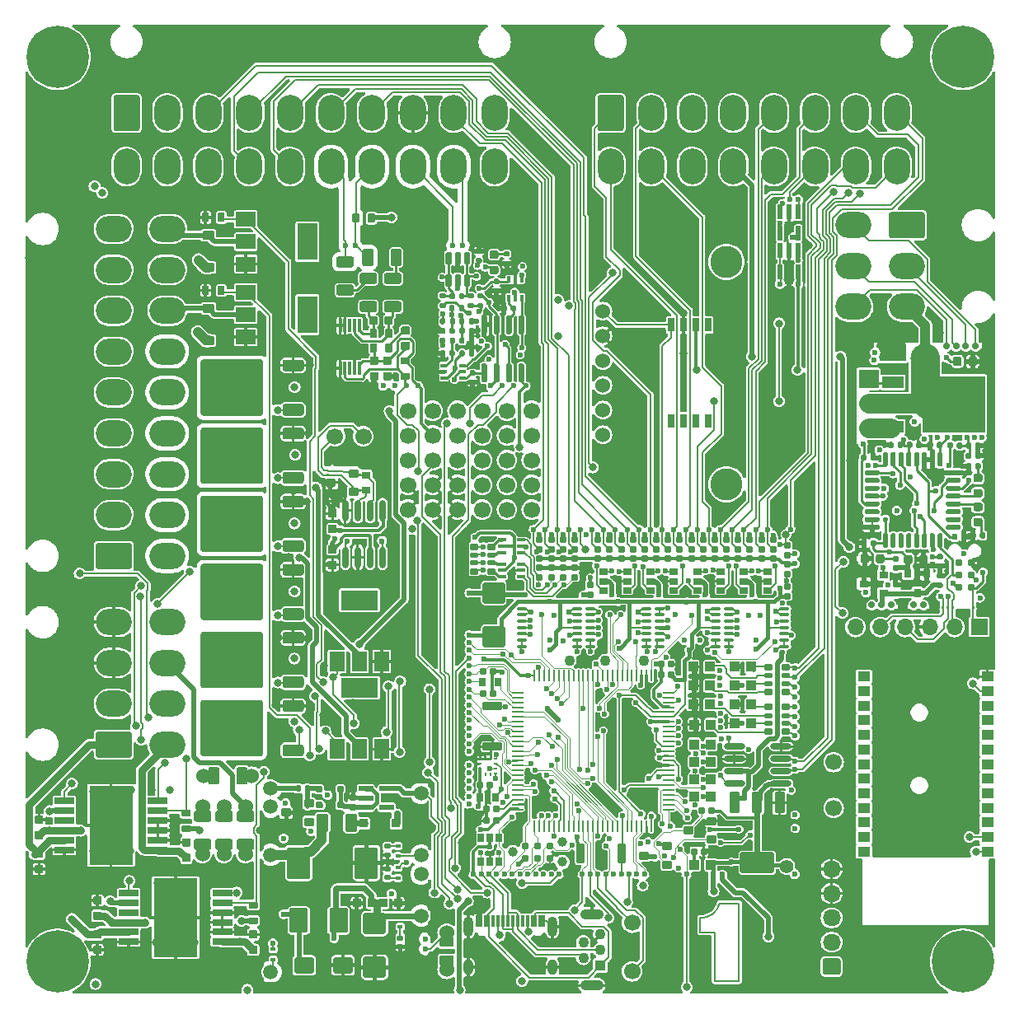
<source format=gtl>
G75*
G70*
%OFA0B0*%
%FSLAX25Y25*%
%IPPOS*%
%LPD*%
%AMOC8*
5,1,8,0,0,1.08239X$1,22.5*
%
%AMM1*
21,1,0.086610,0.073230,0.000000,0.000000,270.000000*
21,1,0.069290,0.090550,0.000000,0.000000,270.000000*
1,1,0.017320,-0.036610,-0.034650*
1,1,0.017320,-0.036610,0.034650*
1,1,0.017320,0.036610,0.034650*
1,1,0.017320,0.036610,-0.034650*
%
%AMM10*
21,1,0.015750,0.016540,0.000000,0.000000,270.000000*
21,1,0.012600,0.019680,0.000000,0.000000,270.000000*
1,1,0.003150,-0.008270,-0.006300*
1,1,0.003150,-0.008270,0.006300*
1,1,0.003150,0.008270,0.006300*
1,1,0.003150,0.008270,-0.006300*
%
%AMM11*
21,1,0.023620,0.018900,0.000000,0.000000,90.000000*
21,1,0.018900,0.023620,0.000000,0.000000,90.000000*
1,1,0.004720,0.009450,0.009450*
1,1,0.004720,0.009450,-0.009450*
1,1,0.004720,-0.009450,-0.009450*
1,1,0.004720,-0.009450,0.009450*
%
%AMM115*
21,1,0.021650,0.052760,0.000000,-0.000000,180.000000*
21,1,0.017320,0.057090,0.000000,-0.000000,180.000000*
1,1,0.004330,-0.008660,0.026380*
1,1,0.004330,0.008660,0.026380*
1,1,0.004330,0.008660,-0.026380*
1,1,0.004330,-0.008660,-0.026380*
%
%AMM12*
21,1,0.019680,0.019680,0.000000,0.000000,0.000000*
21,1,0.015750,0.023620,0.000000,0.000000,0.000000*
1,1,0.003940,0.007870,-0.009840*
1,1,0.003940,-0.007870,-0.009840*
1,1,0.003940,-0.007870,0.009840*
1,1,0.003940,0.007870,0.009840*
%
%AMM13*
21,1,0.019680,0.019680,0.000000,0.000000,270.000000*
21,1,0.015750,0.023620,0.000000,0.000000,270.000000*
1,1,0.003940,-0.009840,-0.007870*
1,1,0.003940,-0.009840,0.007870*
1,1,0.003940,0.009840,0.007870*
1,1,0.003940,0.009840,-0.007870*
%
%AMM183*
21,1,0.025590,0.026380,-0.000000,-0.000000,90.000000*
21,1,0.020470,0.031500,-0.000000,-0.000000,90.000000*
1,1,0.005120,0.013190,0.010240*
1,1,0.005120,0.013190,-0.010240*
1,1,0.005120,-0.013190,-0.010240*
1,1,0.005120,-0.013190,0.010240*
%
%AMM184*
21,1,0.017720,0.027950,-0.000000,-0.000000,90.000000*
21,1,0.014170,0.031500,-0.000000,-0.000000,90.000000*
1,1,0.003540,0.013980,0.007090*
1,1,0.003540,0.013980,-0.007090*
1,1,0.003540,-0.013980,-0.007090*
1,1,0.003540,-0.013980,0.007090*
%
%AMM185*
21,1,0.012600,0.028980,-0.000000,-0.000000,270.000000*
21,1,0.010080,0.031500,-0.000000,-0.000000,270.000000*
1,1,0.002520,-0.014490,-0.005040*
1,1,0.002520,-0.014490,0.005040*
1,1,0.002520,0.014490,0.005040*
1,1,0.002520,0.014490,-0.005040*
%
%AMM186*
21,1,0.023620,0.030710,-0.000000,-0.000000,0.000000*
21,1,0.018900,0.035430,-0.000000,-0.000000,0.000000*
1,1,0.004720,0.009450,-0.015350*
1,1,0.004720,-0.009450,-0.015350*
1,1,0.004720,-0.009450,0.015350*
1,1,0.004720,0.009450,0.015350*
%
%AMM187*
21,1,0.027560,0.018900,-0.000000,-0.000000,270.000000*
21,1,0.022840,0.023620,-0.000000,-0.000000,270.000000*
1,1,0.004720,-0.009450,-0.011420*
1,1,0.004720,-0.009450,0.011420*
1,1,0.004720,0.009450,0.011420*
1,1,0.004720,0.009450,-0.011420*
%
%AMM188*
21,1,0.031500,0.072440,-0.000000,-0.000000,270.000000*
21,1,0.025200,0.078740,-0.000000,-0.000000,270.000000*
1,1,0.006300,-0.036220,-0.012600*
1,1,0.006300,-0.036220,0.012600*
1,1,0.006300,0.036220,0.012600*
1,1,0.006300,0.036220,-0.012600*
%
%AMM189*
21,1,0.027560,0.018900,-0.000000,-0.000000,0.000000*
21,1,0.022840,0.023620,-0.000000,-0.000000,0.000000*
1,1,0.004720,0.011420,-0.009450*
1,1,0.004720,-0.011420,-0.009450*
1,1,0.004720,-0.011420,0.009450*
1,1,0.004720,0.011420,0.009450*
%
%AMM190*
21,1,0.023620,0.030710,-0.000000,-0.000000,90.000000*
21,1,0.018900,0.035430,-0.000000,-0.000000,90.000000*
1,1,0.004720,0.015350,0.009450*
1,1,0.004720,0.015350,-0.009450*
1,1,0.004720,-0.015350,-0.009450*
1,1,0.004720,-0.015350,0.009450*
%
%AMM191*
21,1,0.035430,0.030320,-0.000000,-0.000000,90.000000*
21,1,0.028350,0.037400,-0.000000,-0.000000,90.000000*
1,1,0.007090,0.015160,0.014170*
1,1,0.007090,0.015160,-0.014170*
1,1,0.007090,-0.015160,-0.014170*
1,1,0.007090,-0.015160,0.014170*
%
%AMM192*
21,1,0.043310,0.075980,-0.000000,-0.000000,180.000000*
21,1,0.034650,0.084650,-0.000000,-0.000000,180.000000*
1,1,0.008660,-0.017320,0.037990*
1,1,0.008660,0.017320,0.037990*
1,1,0.008660,0.017320,-0.037990*
1,1,0.008660,-0.017320,-0.037990*
%
%AMM193*
21,1,0.039370,0.035430,-0.000000,-0.000000,180.000000*
21,1,0.031500,0.043310,-0.000000,-0.000000,180.000000*
1,1,0.007870,-0.015750,0.017720*
1,1,0.007870,0.015750,0.017720*
1,1,0.007870,0.015750,-0.017720*
1,1,0.007870,-0.015750,-0.017720*
%
%AMM194*
21,1,0.027560,0.030710,-0.000000,-0.000000,180.000000*
21,1,0.022050,0.036220,-0.000000,-0.000000,180.000000*
1,1,0.005510,-0.011020,0.015350*
1,1,0.005510,0.011020,0.015350*
1,1,0.005510,0.011020,-0.015350*
1,1,0.005510,-0.011020,-0.015350*
%
%AMM195*
21,1,0.031500,0.072440,-0.000000,-0.000000,180.000000*
21,1,0.025200,0.078740,-0.000000,-0.000000,180.000000*
1,1,0.006300,-0.012600,0.036220*
1,1,0.006300,0.012600,0.036220*
1,1,0.006300,0.012600,-0.036220*
1,1,0.006300,-0.012600,-0.036220*
%
%AMM196*
21,1,0.137800,0.067720,-0.000000,-0.000000,180.000000*
21,1,0.120870,0.084650,-0.000000,-0.000000,180.000000*
1,1,0.016930,-0.060430,0.033860*
1,1,0.016930,0.060430,0.033860*
1,1,0.016930,0.060430,-0.033860*
1,1,0.016930,-0.060430,-0.033860*
%
%AMM197*
21,1,0.043310,0.075990,-0.000000,-0.000000,180.000000*
21,1,0.034650,0.084650,-0.000000,-0.000000,180.000000*
1,1,0.008660,-0.017320,0.037990*
1,1,0.008660,0.017320,0.037990*
1,1,0.008660,0.017320,-0.037990*
1,1,0.008660,-0.017320,-0.037990*
%
%AMM198*
21,1,0.086610,0.073230,-0.000000,-0.000000,270.000000*
21,1,0.069290,0.090550,-0.000000,-0.000000,270.000000*
1,1,0.017320,-0.036610,-0.034650*
1,1,0.017320,-0.036610,0.034650*
1,1,0.017320,0.036610,0.034650*
1,1,0.017320,0.036610,-0.034650*
%
%AMM2*
21,1,0.094490,0.111020,0.000000,0.000000,0.000000*
21,1,0.075590,0.129920,0.000000,0.000000,0.000000*
1,1,0.018900,0.037800,-0.055510*
1,1,0.018900,-0.037800,-0.055510*
1,1,0.018900,-0.037800,0.055510*
1,1,0.018900,0.037800,0.055510*
%
%AMM249*
21,1,0.035430,0.030320,0.000000,-0.000000,90.000000*
21,1,0.028350,0.037400,0.000000,-0.000000,90.000000*
1,1,0.007090,0.015160,0.014170*
1,1,0.007090,0.015160,-0.014170*
1,1,0.007090,-0.015160,-0.014170*
1,1,0.007090,-0.015160,0.014170*
%
%AMM250*
21,1,0.033470,0.026770,0.000000,-0.000000,270.000000*
21,1,0.026770,0.033470,0.000000,-0.000000,270.000000*
1,1,0.006690,-0.013390,-0.013390*
1,1,0.006690,-0.013390,0.013390*
1,1,0.006690,0.013390,0.013390*
1,1,0.006690,0.013390,-0.013390*
%
%AMM251*
21,1,0.027560,0.030710,0.000000,-0.000000,90.000000*
21,1,0.022050,0.036220,0.000000,-0.000000,90.000000*
1,1,0.005510,0.015350,0.011020*
1,1,0.005510,0.015350,-0.011020*
1,1,0.005510,-0.015350,-0.011020*
1,1,0.005510,-0.015350,0.011020*
%
%AMM3*
21,1,0.074800,0.083460,0.000000,0.000000,0.000000*
21,1,0.059840,0.098430,0.000000,0.000000,0.000000*
1,1,0.014960,0.029920,-0.041730*
1,1,0.014960,-0.029920,-0.041730*
1,1,0.014960,-0.029920,0.041730*
1,1,0.014960,0.029920,0.041730*
%
%AMM4*
21,1,0.078740,0.053540,0.000000,0.000000,180.000000*
21,1,0.065350,0.066930,0.000000,0.000000,180.000000*
1,1,0.013390,-0.032680,0.026770*
1,1,0.013390,0.032680,0.026770*
1,1,0.013390,0.032680,-0.026770*
1,1,0.013390,-0.032680,-0.026770*
%
%AMM5*
21,1,0.035430,0.030320,0.000000,0.000000,90.000000*
21,1,0.028350,0.037400,0.000000,0.000000,90.000000*
1,1,0.007090,0.015160,0.014170*
1,1,0.007090,0.015160,-0.014170*
1,1,0.007090,-0.015160,-0.014170*
1,1,0.007090,-0.015160,0.014170*
%
%AMM6*
21,1,0.021650,0.052760,0.000000,0.000000,270.000000*
21,1,0.017320,0.057090,0.000000,0.000000,270.000000*
1,1,0.004330,-0.026380,-0.008660*
1,1,0.004330,-0.026380,0.008660*
1,1,0.004330,0.026380,0.008660*
1,1,0.004330,0.026380,-0.008660*
%
%AMM7*
21,1,0.035830,0.026770,0.000000,0.000000,0.000000*
21,1,0.029130,0.033470,0.000000,0.000000,0.000000*
1,1,0.006690,0.014570,-0.013390*
1,1,0.006690,-0.014570,-0.013390*
1,1,0.006690,-0.014570,0.013390*
1,1,0.006690,0.014570,0.013390*
%
%AMM8*
21,1,0.070870,0.036220,0.000000,0.000000,90.000000*
21,1,0.061810,0.045280,0.000000,0.000000,90.000000*
1,1,0.009060,0.018110,0.030910*
1,1,0.009060,0.018110,-0.030910*
1,1,0.009060,-0.018110,-0.030910*
1,1,0.009060,-0.018110,0.030910*
%
%AMM9*
21,1,0.033470,0.026770,0.000000,0.000000,0.000000*
21,1,0.026770,0.033470,0.000000,0.000000,0.000000*
1,1,0.006690,0.013390,-0.013390*
1,1,0.006690,-0.013390,-0.013390*
1,1,0.006690,-0.013390,0.013390*
1,1,0.006690,0.013390,0.013390*
%
%ADD10C,0.00787*%
%ADD102C,0.07874*%
%ADD104C,0.01968*%
%ADD105C,0.01575*%
%ADD106M1*%
%ADD107M2*%
%ADD108M3*%
%ADD109M4*%
%ADD11O,0.10630X0.14567*%
%ADD110M5*%
%ADD111M6*%
%ADD112M7*%
%ADD113M8*%
%ADD114M9*%
%ADD115M10*%
%ADD116M11*%
%ADD117M12*%
%ADD118M13*%
%ADD119O,0.00787X0.40158*%
%ADD12C,0.06693*%
%ADD13C,0.02756*%
%ADD14C,0.11811*%
%ADD15R,0.11811X0.00984*%
%ADD150C,0.01850*%
%ADD151R,0.02559X0.01575*%
%ADD157R,0.01575X0.02559*%
%ADD16R,0.04331X0.00984*%
%ADD160R,0.03543X0.03150*%
%ADD162C,0.05118*%
%ADD164R,0.03150X0.03543*%
%ADD17R,0.03858X0.00984*%
%ADD172C,0.03100*%
%ADD175C,0.03900*%
%ADD18R,0.05709X0.00984*%
%ADD184O,0.04724X0.00866*%
%ADD185O,0.00866X0.04724*%
%ADD186O,0.04331X0.01181*%
%ADD189R,0.01378X0.00984*%
%ADD19R,0.00984X1.08661*%
%ADD190R,0.00984X0.01378*%
%ADD195O,0.08661X0.02362*%
%ADD20R,0.07677X0.00984*%
%ADD203C,0.00492*%
%ADD204C,0.01260*%
%ADD205C,0.05512*%
%ADD21R,0.03740X0.00984*%
%ADD22R,0.07874X0.05906*%
%ADD23R,0.07874X0.14961*%
%ADD24C,0.03150*%
%ADD25C,0.25197*%
%ADD26C,0.06000*%
%ADD269O,0.01968X0.00984*%
%ADD27O,0.07283X0.06693*%
%ADD270O,0.00984X0.01968*%
%ADD28R,0.05906X0.07874*%
%ADD29R,0.14961X0.07874*%
%ADD30C,0.02362*%
%ADD300M115*%
%ADD31R,0.24350X0.00984*%
%ADD310R,0.01181X0.05512*%
%ADD311R,0.08661X0.04724*%
%ADD312R,0.25197X0.22835*%
%ADD313R,0.07874X0.07500*%
%ADD314O,0.07874X0.07500*%
%ADD32R,0.04390X0.00984*%
%ADD33R,0.00984X0.56201*%
%ADD338O,0.02362X0.08661*%
%ADD34R,0.00984X0.59449*%
%ADD35R,0.20374X0.00984*%
%ADD36R,0.04331X0.04331*%
%ADD37C,0.04331*%
%ADD38O,0.09449X0.04331*%
%ADD39O,0.04823X0.00787*%
%ADD396M183*%
%ADD397M184*%
%ADD398M185*%
%ADD399M186*%
%ADD40O,0.00787X0.36614*%
%ADD400M187*%
%ADD401M188*%
%ADD402M189*%
%ADD403M190*%
%ADD404M191*%
%ADD405M192*%
%ADD406M193*%
%ADD407M194*%
%ADD408M195*%
%ADD409M196*%
%ADD41C,0.05906*%
%ADD410M197*%
%ADD411M198*%
%ADD42O,0.00787X0.12992*%
%ADD43O,0.00787X0.40157*%
%ADD44O,0.00787X0.01181*%
%ADD45O,0.66929X0.00787*%
%ADD46O,0.60630X0.00787*%
%ADD463M249*%
%ADD464M250*%
%ADD465M251*%
%ADD47O,0.00787X0.18898*%
%ADD48O,0.00787X0.10236*%
%ADD49O,0.00787X0.03937*%
%ADD50O,0.00787X0.05906*%
%ADD51O,0.22323X0.00787*%
%ADD52O,0.00787X0.43701*%
%ADD53O,0.01575X0.38583*%
%ADD54O,0.00984X0.01969*%
%ADD55O,0.26772X0.00787*%
%ADD56O,0.01969X0.00984*%
%ADD57O,0.14567X0.10630*%
%ADD58R,0.05118X0.03937*%
%ADD59R,0.07874X0.02559*%
%ADD60R,0.17717X0.31890*%
%ADD61R,0.00787X0.14567*%
%ADD62R,0.00787X0.01575*%
%ADD63R,0.00787X0.06299*%
%ADD64R,0.00787X0.38189*%
%ADD65R,0.00787X0.09055*%
%ADD66R,0.05512X0.00787*%
%ADD67R,0.25197X0.00787*%
%ADD68R,0.06693X0.00787*%
%ADD69R,0.12992X0.00787*%
%ADD70R,0.00787X0.27559*%
%ADD71R,0.00787X0.12992*%
%ADD72R,0.00787X0.24803*%
%ADD73R,0.01181X0.04528*%
%ADD74O,0.03937X0.08268*%
%ADD75O,0.03937X0.06299*%
%ADD76R,0.06693X0.06693*%
%ADD77O,0.06693X0.06693*%
%ADD78C,0.13000*%
%ADD79R,0.02717X0.05315*%
%ADD80C,0.01181*%
%ADD81C,0.03937*%
%ADD82C,0.01969*%
%ADD89C,0.00984*%
%ADD93C,0.00800*%
X0000000Y0000000D02*
%LPD*%
G01*
D10*
X0273622Y0025591D02*
X0273622Y0031496D01*
X0273622Y0025591D02*
X0279528Y0025591D01*
X0279528Y0025591D02*
X0279528Y0005906D01*
X0279528Y0005906D02*
X0289370Y0005906D01*
X0289370Y0037402D02*
X0281496Y0037402D01*
X0289370Y0005906D02*
X0289370Y0037402D01*
X0273622Y0031496D02*
G75*
G03*
X0281496Y0037402I0000309J0007791D01*
G01*
G36*
G01*
X0028583Y0040217D02*
X0031260Y0040217D01*
G75*
G02*
X0031594Y0039882I0000000J-000335D01*
G01*
X0031594Y0037205D01*
G75*
G02*
X0031260Y0036870I-000335J0000000D01*
G01*
X0028583Y0036870D01*
G75*
G02*
X0028248Y0037205I0000000J0000335D01*
G01*
X0028248Y0039882D01*
G75*
G02*
X0028583Y0040217I0000335J0000000D01*
G01*
G37*
G36*
G01*
X0028583Y0033996D02*
X0031260Y0033996D01*
G75*
G02*
X0031594Y0033661I0000000J-000335D01*
G01*
X0031594Y0030984D01*
G75*
G02*
X0031260Y0030650I-000335J0000000D01*
G01*
X0028583Y0030650D01*
G75*
G02*
X0028248Y0030984I0000000J0000335D01*
G01*
X0028248Y0033661D01*
G75*
G02*
X0028583Y0033996I0000335J0000000D01*
G01*
G37*
G36*
G01*
X0113386Y0155787D02*
X0113386Y0153031D01*
G75*
G02*
X0112402Y0152047I-000984J0000000D01*
G01*
X0105709Y0152047D01*
G75*
G02*
X0104724Y0153031I0000000J0000984D01*
G01*
X0104724Y0155787D01*
G75*
G02*
X0105709Y0156772I0000984J0000000D01*
G01*
X0112402Y0156772D01*
G75*
G02*
X0113386Y0155787I0000000J-000984D01*
G01*
G37*
G36*
G01*
X0096850Y0161811D02*
X0096850Y0152953D01*
G75*
G02*
X0095866Y0151969I-000984J0000000D01*
G01*
X0085827Y0151969D01*
G75*
G02*
X0084843Y0152953I0000000J0000984D01*
G01*
X0084843Y0161811D01*
G75*
G02*
X0085827Y0162795I0000984J0000000D01*
G01*
X0095866Y0162795D01*
G75*
G02*
X0096850Y0161811I0000000J-000984D01*
G01*
G37*
G36*
G01*
X0096850Y0173819D02*
X0096850Y0164961D01*
G75*
G02*
X0095866Y0163976I-000984J0000000D01*
G01*
X0085827Y0163976D01*
G75*
G02*
X0084843Y0164961I0000000J0000984D01*
G01*
X0084843Y0173819D01*
G75*
G02*
X0085827Y0174803I0000984J0000000D01*
G01*
X0095866Y0174803D01*
G75*
G02*
X0096850Y0173819I0000000J-000984D01*
G01*
G37*
G36*
G01*
X0096850Y0173819D02*
X0096850Y0152953D01*
G75*
G02*
X0095866Y0151969I-000984J0000000D01*
G01*
X0072638Y0151969D01*
G75*
G02*
X0071654Y0152953I0000000J0000984D01*
G01*
X0071654Y0173819D01*
G75*
G02*
X0072638Y0174803I0000984J0000000D01*
G01*
X0095866Y0174803D01*
G75*
G02*
X0096850Y0173819I0000000J-000984D01*
G01*
G37*
G36*
G01*
X0083661Y0161811D02*
X0083661Y0152953D01*
G75*
G02*
X0082677Y0151969I-000984J0000000D01*
G01*
X0072638Y0151969D01*
G75*
G02*
X0071654Y0152953I0000000J0000984D01*
G01*
X0071654Y0161811D01*
G75*
G02*
X0072638Y0162795I0000984J0000000D01*
G01*
X0082677Y0162795D01*
G75*
G02*
X0083661Y0161811I0000000J-000984D01*
G01*
G37*
G36*
G01*
X0083661Y0173819D02*
X0083661Y0164961D01*
G75*
G02*
X0082677Y0163976I-000984J0000000D01*
G01*
X0072638Y0163976D01*
G75*
G02*
X0071654Y0164961I0000000J0000984D01*
G01*
X0071654Y0173819D01*
G75*
G02*
X0072638Y0174803I0000984J0000000D01*
G01*
X0082677Y0174803D01*
G75*
G02*
X0083661Y0173819I0000000J-000984D01*
G01*
G37*
G36*
G01*
X0113386Y0173740D02*
X0113386Y0170984D01*
G75*
G02*
X0112402Y0170000I-000984J0000000D01*
G01*
X0105709Y0170000D01*
G75*
G02*
X0104724Y0170984I0000000J0000984D01*
G01*
X0104724Y0173740D01*
G75*
G02*
X0105709Y0174724I0000984J0000000D01*
G01*
X0112402Y0174724D01*
G75*
G02*
X0113386Y0173740I0000000J-000984D01*
G01*
G37*
G36*
G01*
X0232087Y0350886D02*
X0232087Y0363484D01*
G75*
G02*
X0233071Y0364469I0000984J0000000D01*
G01*
X0241732Y0364469D01*
G75*
G02*
X0242717Y0363484I0000000J-000984D01*
G01*
X0242717Y0350886D01*
G75*
G02*
X0241732Y0349902I-000984J0000000D01*
G01*
X0233071Y0349902D01*
G75*
G02*
X0232087Y0350886I0000000J0000984D01*
G01*
G37*
D11*
X0253937Y0357185D03*
X0270472Y0357185D03*
X0287008Y0357185D03*
X0303543Y0357185D03*
X0320079Y0357185D03*
X0336614Y0357185D03*
X0353150Y0357185D03*
X0237402Y0335531D03*
X0253937Y0335531D03*
X0270472Y0335531D03*
X0287008Y0335531D03*
X0303543Y0335531D03*
X0320079Y0335531D03*
X0336614Y0335531D03*
X0353150Y0335531D03*
D12*
X0327559Y0075984D03*
D13*
X0384941Y0262795D03*
X0373130Y0262795D03*
X0377067Y0262795D03*
X0381004Y0262795D03*
D14*
X0364665Y0257874D03*
D15*
X0350886Y0264272D03*
D16*
X0338287Y0156594D03*
D17*
X0355374Y0156594D03*
X0368366Y0156594D03*
D18*
X0388386Y0156594D03*
D19*
X0336614Y0210433D03*
X0390748Y0210433D03*
D20*
X0339961Y0264272D03*
D21*
X0389370Y0264272D03*
G36*
G01*
X0340650Y0193701D02*
X0345571Y0193701D01*
G75*
G02*
X0346063Y0193209I0000000J-000492D01*
G01*
X0346063Y0192224D01*
G75*
G02*
X0345571Y0191732I-000492J0000000D01*
G01*
X0340650Y0191732D01*
G75*
G02*
X0340157Y0192224I0000000J0000492D01*
G01*
X0340157Y0193209D01*
G75*
G02*
X0340650Y0193701I0000492J0000000D01*
G01*
G37*
G36*
G01*
X0351181Y0187106D02*
X0352165Y0187106D01*
G75*
G02*
X0352657Y0186614I0000000J-000492D01*
G01*
X0352657Y0181693D01*
G75*
G02*
X0352165Y0181201I-000492J0000000D01*
G01*
X0351181Y0181201D01*
G75*
G02*
X0350689Y0181693I0000000J0000492D01*
G01*
X0350689Y0186614D01*
G75*
G02*
X0351181Y0187106I0000492J0000000D01*
G01*
G37*
G36*
G01*
X0340650Y0190551D02*
X0345571Y0190551D01*
G75*
G02*
X0346063Y0190059I0000000J-000492D01*
G01*
X0346063Y0189075D01*
G75*
G02*
X0345571Y0188583I-000492J0000000D01*
G01*
X0340650Y0188583D01*
G75*
G02*
X0340157Y0189075I0000000J0000492D01*
G01*
X0340157Y0190059D01*
G75*
G02*
X0340650Y0190551I0000492J0000000D01*
G01*
G37*
G36*
G01*
X0350689Y0189272D02*
X0350689Y0190256D01*
G75*
G02*
X0351181Y0190748I0000492J0000000D01*
G01*
X0352165Y0190748D01*
G75*
G02*
X0352657Y0190256I0000000J-000492D01*
G01*
X0352657Y0189272D01*
G75*
G02*
X0352165Y0188780I-000492J0000000D01*
G01*
X0351181Y0188780D01*
G75*
G02*
X0350689Y0189272I0000000J0000492D01*
G01*
G37*
G36*
G01*
X0348031Y0193701D02*
X0349016Y0193701D01*
G75*
G02*
X0349508Y0193209I0000000J-000492D01*
G01*
X0349508Y0192224D01*
G75*
G02*
X0349016Y0191732I-000492J0000000D01*
G01*
X0348031Y0191732D01*
G75*
G02*
X0347539Y0192224I0000000J0000492D01*
G01*
X0347539Y0193209D01*
G75*
G02*
X0348031Y0193701I0000492J0000000D01*
G01*
G37*
G36*
G01*
X0348031Y0187106D02*
X0349016Y0187106D01*
G75*
G02*
X0349508Y0186614I0000000J-000492D01*
G01*
X0349508Y0181693D01*
G75*
G02*
X0349016Y0181201I-000492J0000000D01*
G01*
X0348031Y0181201D01*
G75*
G02*
X0347539Y0181693I0000000J0000492D01*
G01*
X0347539Y0186614D01*
G75*
G02*
X0348031Y0187106I0000492J0000000D01*
G01*
G37*
D13*
X0346949Y0158106D03*
X0350886Y0158106D03*
X0363862Y0158106D03*
X0359862Y0158106D03*
G36*
G01*
X0371752Y0156102D02*
X0371752Y0156102D01*
G75*
G02*
X0371260Y0156594I0000000J0000492D01*
G01*
X0371260Y0157579D01*
G75*
G02*
X0371752Y0158071I0000492J0000000D01*
G01*
X0371752Y0158071D01*
G75*
G02*
X0372244Y0157579I0000000J-000492D01*
G01*
X0372244Y0156594D01*
G75*
G02*
X0371752Y0156102I-000492J0000000D01*
G01*
G37*
G36*
G01*
X0373720Y0156102D02*
X0373720Y0156102D01*
G75*
G02*
X0373228Y0156594I0000000J0000492D01*
G01*
X0373228Y0157579D01*
G75*
G02*
X0373720Y0158071I0000492J0000000D01*
G01*
X0373720Y0158071D01*
G75*
G02*
X0374213Y0157579I0000000J-000492D01*
G01*
X0374213Y0156594D01*
G75*
G02*
X0373720Y0156102I-000492J0000000D01*
G01*
G37*
G36*
G01*
X0375689Y0156102D02*
X0375689Y0156102D01*
G75*
G02*
X0375197Y0156594I0000000J0000492D01*
G01*
X0375197Y0157579D01*
G75*
G02*
X0375689Y0158071I0000492J0000000D01*
G01*
X0375689Y0158071D01*
G75*
G02*
X0376181Y0157579I0000000J-000492D01*
G01*
X0376181Y0156594D01*
G75*
G02*
X0375689Y0156102I-000492J0000000D01*
G01*
G37*
G36*
G01*
X0383957Y0156102D02*
X0383957Y0156102D01*
G75*
G02*
X0383465Y0156594I0000000J0000492D01*
G01*
X0383465Y0157579D01*
G75*
G02*
X0383957Y0158071I0000492J0000000D01*
G01*
X0383957Y0158071D01*
G75*
G02*
X0384449Y0157579I0000000J-000492D01*
G01*
X0384449Y0156594D01*
G75*
G02*
X0383957Y0156102I-000492J0000000D01*
G01*
G37*
X0343012Y0158106D03*
G36*
G01*
X0036417Y0350886D02*
X0036417Y0363484D01*
G75*
G02*
X0037402Y0364469I0000984J0000000D01*
G01*
X0046063Y0364469D01*
G75*
G02*
X0047047Y0363484I0000000J-000984D01*
G01*
X0047047Y0350886D01*
G75*
G02*
X0046063Y0349902I-000984J0000000D01*
G01*
X0037402Y0349902D01*
G75*
G02*
X0036417Y0350886I0000000J0000984D01*
G01*
G37*
D11*
X0058268Y0357185D03*
X0074803Y0357185D03*
X0091339Y0357185D03*
X0107874Y0357185D03*
X0124409Y0357185D03*
X0140945Y0357185D03*
X0157480Y0357185D03*
X0174016Y0357185D03*
X0190551Y0357185D03*
X0041732Y0335531D03*
X0058268Y0335531D03*
X0074803Y0335531D03*
X0091339Y0335531D03*
X0107874Y0335531D03*
X0124409Y0335531D03*
X0140945Y0335531D03*
X0157480Y0335531D03*
X0174016Y0335531D03*
X0190551Y0335531D03*
G36*
G01*
X0113386Y0238465D02*
X0113386Y0235709D01*
G75*
G02*
X0112402Y0234724I-000984J0000000D01*
G01*
X0105709Y0234724D01*
G75*
G02*
X0104724Y0235709I0000000J0000984D01*
G01*
X0104724Y0238465D01*
G75*
G02*
X0105709Y0239449I0000984J0000000D01*
G01*
X0112402Y0239449D01*
G75*
G02*
X0113386Y0238465I0000000J-000984D01*
G01*
G37*
G36*
G01*
X0096850Y0244488D02*
X0096850Y0235630D01*
G75*
G02*
X0095866Y0234646I-000984J0000000D01*
G01*
X0085827Y0234646D01*
G75*
G02*
X0084843Y0235630I0000000J0000984D01*
G01*
X0084843Y0244488D01*
G75*
G02*
X0085827Y0245472I0000984J0000000D01*
G01*
X0095866Y0245472D01*
G75*
G02*
X0096850Y0244488I0000000J-000984D01*
G01*
G37*
G36*
G01*
X0096850Y0256496D02*
X0096850Y0247638D01*
G75*
G02*
X0095866Y0246654I-000984J0000000D01*
G01*
X0085827Y0246654D01*
G75*
G02*
X0084843Y0247638I0000000J0000984D01*
G01*
X0084843Y0256496D01*
G75*
G02*
X0085827Y0257480I0000984J0000000D01*
G01*
X0095866Y0257480D01*
G75*
G02*
X0096850Y0256496I0000000J-000984D01*
G01*
G37*
G36*
G01*
X0096850Y0256496D02*
X0096850Y0235630D01*
G75*
G02*
X0095866Y0234646I-000984J0000000D01*
G01*
X0072638Y0234646D01*
G75*
G02*
X0071654Y0235630I0000000J0000984D01*
G01*
X0071654Y0256496D01*
G75*
G02*
X0072638Y0257480I0000984J0000000D01*
G01*
X0095866Y0257480D01*
G75*
G02*
X0096850Y0256496I0000000J-000984D01*
G01*
G37*
G36*
G01*
X0083661Y0244488D02*
X0083661Y0235630D01*
G75*
G02*
X0082677Y0234646I-000984J0000000D01*
G01*
X0072638Y0234646D01*
G75*
G02*
X0071654Y0235630I0000000J0000984D01*
G01*
X0071654Y0244488D01*
G75*
G02*
X0072638Y0245472I0000984J0000000D01*
G01*
X0082677Y0245472D01*
G75*
G02*
X0083661Y0244488I0000000J-000984D01*
G01*
G37*
G36*
G01*
X0083661Y0256496D02*
X0083661Y0247638D01*
G75*
G02*
X0082677Y0246654I-000984J0000000D01*
G01*
X0072638Y0246654D01*
G75*
G02*
X0071654Y0247638I0000000J0000984D01*
G01*
X0071654Y0256496D01*
G75*
G02*
X0072638Y0257480I0000984J0000000D01*
G01*
X0082677Y0257480D01*
G75*
G02*
X0083661Y0256496I0000000J-000984D01*
G01*
G37*
G36*
G01*
X0113386Y0256417D02*
X0113386Y0253661D01*
G75*
G02*
X0112402Y0252677I-000984J0000000D01*
G01*
X0105709Y0252677D01*
G75*
G02*
X0104724Y0253661I0000000J0000984D01*
G01*
X0104724Y0256417D01*
G75*
G02*
X0105709Y0257402I0000984J0000000D01*
G01*
X0112402Y0257402D01*
G75*
G02*
X0113386Y0256417I0000000J-000984D01*
G01*
G37*
G36*
G01*
X0113386Y0210906D02*
X0113386Y0208150D01*
G75*
G02*
X0112402Y0207165I-000984J0000000D01*
G01*
X0105709Y0207165D01*
G75*
G02*
X0104724Y0208150I0000000J0000984D01*
G01*
X0104724Y0210906D01*
G75*
G02*
X0105709Y0211890I0000984J0000000D01*
G01*
X0112402Y0211890D01*
G75*
G02*
X0113386Y0210906I0000000J-000984D01*
G01*
G37*
G36*
G01*
X0096850Y0216929D02*
X0096850Y0208071D01*
G75*
G02*
X0095866Y0207087I-000984J0000000D01*
G01*
X0085827Y0207087D01*
G75*
G02*
X0084843Y0208071I0000000J0000984D01*
G01*
X0084843Y0216929D01*
G75*
G02*
X0085827Y0217913I0000984J0000000D01*
G01*
X0095866Y0217913D01*
G75*
G02*
X0096850Y0216929I0000000J-000984D01*
G01*
G37*
G36*
G01*
X0096850Y0228937D02*
X0096850Y0220079D01*
G75*
G02*
X0095866Y0219094I-000984J0000000D01*
G01*
X0085827Y0219094D01*
G75*
G02*
X0084843Y0220079I0000000J0000984D01*
G01*
X0084843Y0228937D01*
G75*
G02*
X0085827Y0229921I0000984J0000000D01*
G01*
X0095866Y0229921D01*
G75*
G02*
X0096850Y0228937I0000000J-000984D01*
G01*
G37*
G36*
G01*
X0096850Y0228937D02*
X0096850Y0208071D01*
G75*
G02*
X0095866Y0207087I-000984J0000000D01*
G01*
X0072638Y0207087D01*
G75*
G02*
X0071654Y0208071I0000000J0000984D01*
G01*
X0071654Y0228937D01*
G75*
G02*
X0072638Y0229921I0000984J0000000D01*
G01*
X0095866Y0229921D01*
G75*
G02*
X0096850Y0228937I0000000J-000984D01*
G01*
G37*
G36*
G01*
X0083661Y0216929D02*
X0083661Y0208071D01*
G75*
G02*
X0082677Y0207087I-000984J0000000D01*
G01*
X0072638Y0207087D01*
G75*
G02*
X0071654Y0208071I0000000J0000984D01*
G01*
X0071654Y0216929D01*
G75*
G02*
X0072638Y0217913I0000984J0000000D01*
G01*
X0082677Y0217913D01*
G75*
G02*
X0083661Y0216929I0000000J-000984D01*
G01*
G37*
G36*
G01*
X0083661Y0228937D02*
X0083661Y0220079D01*
G75*
G02*
X0082677Y0219094I-000984J0000000D01*
G01*
X0072638Y0219094D01*
G75*
G02*
X0071654Y0220079I0000000J0000984D01*
G01*
X0071654Y0228937D01*
G75*
G02*
X0072638Y0229921I0000984J0000000D01*
G01*
X0082677Y0229921D01*
G75*
G02*
X0083661Y0228937I0000000J-000984D01*
G01*
G37*
G36*
G01*
X0113386Y0228858D02*
X0113386Y0226102D01*
G75*
G02*
X0112402Y0225118I-000984J0000000D01*
G01*
X0105709Y0225118D01*
G75*
G02*
X0104724Y0226102I0000000J0000984D01*
G01*
X0104724Y0228858D01*
G75*
G02*
X0105709Y0229843I0000984J0000000D01*
G01*
X0112402Y0229843D01*
G75*
G02*
X0113386Y0228858I0000000J-000984D01*
G01*
G37*
D12*
X0125984Y0226378D03*
G36*
G01*
X0091575Y0026437D02*
X0094252Y0026437D01*
G75*
G02*
X0094587Y0026102I0000000J-000335D01*
G01*
X0094587Y0023425D01*
G75*
G02*
X0094252Y0023091I-000335J0000000D01*
G01*
X0091575Y0023091D01*
G75*
G02*
X0091240Y0023425I0000000J0000335D01*
G01*
X0091240Y0026102D01*
G75*
G02*
X0091575Y0026437I0000335J0000000D01*
G01*
G37*
G36*
G01*
X0091575Y0020217D02*
X0094252Y0020217D01*
G75*
G02*
X0094587Y0019882I0000000J-000335D01*
G01*
X0094587Y0017205D01*
G75*
G02*
X0094252Y0016870I-000335J0000000D01*
G01*
X0091575Y0016870D01*
G75*
G02*
X0091240Y0017205I0000000J0000335D01*
G01*
X0091240Y0019882D01*
G75*
G02*
X0091575Y0020217I0000335J0000000D01*
G01*
G37*
D22*
X0089961Y0314173D03*
X0089961Y0305118D03*
X0089961Y0296063D03*
D23*
X0114764Y0305118D03*
G36*
G01*
X0142057Y0316201D02*
X0142057Y0313130D01*
G75*
G02*
X0141781Y0312854I-000276J0000000D01*
G01*
X0139577Y0312854D01*
G75*
G02*
X0139301Y0313130I0000000J0000276D01*
G01*
X0139301Y0316201D01*
G75*
G02*
X0139577Y0316476I0000276J0000000D01*
G01*
X0141781Y0316476D01*
G75*
G02*
X0142057Y0316201I0000000J-000276D01*
G01*
G37*
G36*
G01*
X0135758Y0316201D02*
X0135758Y0313130D01*
G75*
G02*
X0135482Y0312854I-000276J0000000D01*
G01*
X0133278Y0312854D01*
G75*
G02*
X0133002Y0313130I0000000J0000276D01*
G01*
X0133002Y0316201D01*
G75*
G02*
X0133278Y0316476I0000276J0000000D01*
G01*
X0135482Y0316476D01*
G75*
G02*
X0135758Y0316201I0000000J-000276D01*
G01*
G37*
D12*
X0137402Y0226378D03*
G36*
G01*
X0064508Y0063681D02*
X0067185Y0063681D01*
G75*
G02*
X0067520Y0063346I0000000J-000335D01*
G01*
X0067520Y0060669D01*
G75*
G02*
X0067185Y0060335I-000335J0000000D01*
G01*
X0064508Y0060335D01*
G75*
G02*
X0064173Y0060669I0000000J0000335D01*
G01*
X0064173Y0063346D01*
G75*
G02*
X0064508Y0063681I0000335J0000000D01*
G01*
G37*
G36*
G01*
X0064508Y0057461D02*
X0067185Y0057461D01*
G75*
G02*
X0067520Y0057126I0000000J-000335D01*
G01*
X0067520Y0054449D01*
G75*
G02*
X0067185Y0054114I-000335J0000000D01*
G01*
X0064508Y0054114D01*
G75*
G02*
X0064173Y0054449I0000000J0000335D01*
G01*
X0064173Y0057126D01*
G75*
G02*
X0064508Y0057461I0000335J0000000D01*
G01*
G37*
D24*
X0004331Y0379921D03*
X0007098Y0386603D03*
X0007098Y0373240D03*
X0013780Y0389370D03*
D25*
X0013780Y0379921D03*
D24*
X0013780Y0370472D03*
X0020461Y0386603D03*
X0020461Y0373240D03*
X0023228Y0379921D03*
X0370472Y0379921D03*
X0373240Y0386603D03*
X0373240Y0373240D03*
X0379921Y0389370D03*
D25*
X0379921Y0379921D03*
D24*
X0379921Y0370472D03*
X0386603Y0386603D03*
X0386603Y0373240D03*
X0389370Y0379921D03*
D26*
X0072441Y0076575D03*
G36*
G01*
X0068898Y0071280D02*
X0068898Y0073996D01*
G75*
G02*
X0069803Y0074902I0000906J0000000D01*
G01*
X0075079Y0074902D01*
G75*
G02*
X0075984Y0073996I0000000J-000906D01*
G01*
X0075984Y0071280D01*
G75*
G02*
X0075079Y0070374I-000906J0000000D01*
G01*
X0069803Y0070374D01*
G75*
G02*
X0068898Y0071280I0000000J0000906D01*
G01*
G37*
G36*
G01*
X0068898Y0059862D02*
X0068898Y0062579D01*
G75*
G02*
X0069803Y0063484I0000906J0000000D01*
G01*
X0075079Y0063484D01*
G75*
G02*
X0075984Y0062579I0000000J-000906D01*
G01*
X0075984Y0059862D01*
G75*
G02*
X0075079Y0058957I-000906J0000000D01*
G01*
X0069803Y0058957D01*
G75*
G02*
X0068898Y0059862I0000000J0000906D01*
G01*
G37*
X0072441Y0057283D03*
G36*
G01*
X0004961Y0072894D02*
X0007638Y0072894D01*
G75*
G02*
X0007972Y0072559I0000000J-000335D01*
G01*
X0007972Y0069882D01*
G75*
G02*
X0007638Y0069547I-000335J0000000D01*
G01*
X0004961Y0069547D01*
G75*
G02*
X0004626Y0069882I0000000J0000335D01*
G01*
X0004626Y0072559D01*
G75*
G02*
X0004961Y0072894I0000335J0000000D01*
G01*
G37*
G36*
G01*
X0004961Y0066673D02*
X0007638Y0066673D01*
G75*
G02*
X0007972Y0066339I0000000J-000335D01*
G01*
X0007972Y0063661D01*
G75*
G02*
X0007638Y0063327I-000335J0000000D01*
G01*
X0004961Y0063327D01*
G75*
G02*
X0004626Y0063661I0000000J0000335D01*
G01*
X0004626Y0066339D01*
G75*
G02*
X0004961Y0066673I0000335J0000000D01*
G01*
G37*
G36*
G01*
X0329429Y0008465D02*
X0324114Y0008465D01*
G75*
G02*
X0323130Y0009449I0000000J0000984D01*
G01*
X0323130Y0014173D01*
G75*
G02*
X0324114Y0015157I0000984J0000000D01*
G01*
X0329429Y0015157D01*
G75*
G02*
X0330413Y0014173I0000000J-000984D01*
G01*
X0330413Y0009449D01*
G75*
G02*
X0329429Y0008465I-000984J0000000D01*
G01*
G37*
D27*
X0326772Y0021654D03*
X0326772Y0031496D03*
X0326772Y0041339D03*
X0326772Y0051181D03*
D28*
X0126772Y0135236D03*
X0135827Y0135236D03*
X0144882Y0135236D03*
D29*
X0135827Y0160039D03*
D12*
X0246063Y0029528D03*
D24*
X0004331Y0013780D03*
X0007098Y0020461D03*
X0007098Y0007098D03*
X0013780Y0023228D03*
D25*
X0013780Y0013780D03*
D24*
X0013780Y0004331D03*
X0020461Y0020461D03*
X0020461Y0007098D03*
X0023228Y0013780D03*
D30*
X0193602Y0246752D03*
X0188878Y0246752D03*
X0198327Y0246752D03*
X0203051Y0246752D03*
D31*
X0192549Y0304429D03*
D32*
X0168730Y0304429D03*
D33*
X0204232Y0276821D03*
D34*
X0167028Y0275197D03*
D35*
X0176722Y0245965D03*
D30*
X0177618Y0303543D03*
X0173681Y0303543D03*
D36*
X0233268Y0012205D03*
D37*
X0226378Y0015354D03*
X0233268Y0018504D03*
X0226378Y0021654D03*
X0233268Y0024803D03*
D38*
X0229823Y0004134D03*
X0229823Y0032874D03*
D26*
X0081102Y0076575D03*
G36*
G01*
X0077559Y0071280D02*
X0077559Y0073996D01*
G75*
G02*
X0078465Y0074902I0000906J0000000D01*
G01*
X0083740Y0074902D01*
G75*
G02*
X0084646Y0073996I0000000J-000906D01*
G01*
X0084646Y0071280D01*
G75*
G02*
X0083740Y0070374I-000906J0000000D01*
G01*
X0078465Y0070374D01*
G75*
G02*
X0077559Y0071280I0000000J0000906D01*
G01*
G37*
G36*
G01*
X0077559Y0059862D02*
X0077559Y0062579D01*
G75*
G02*
X0078465Y0063484I0000906J0000000D01*
G01*
X0083740Y0063484D01*
G75*
G02*
X0084646Y0062579I0000000J-000906D01*
G01*
X0084646Y0059862D01*
G75*
G02*
X0083740Y0058957I-000906J0000000D01*
G01*
X0078465Y0058957D01*
G75*
G02*
X0077559Y0059862I0000000J0000906D01*
G01*
G37*
X0081102Y0057283D03*
D30*
X0313287Y0287894D03*
D39*
X0305512Y0322933D03*
D40*
X0315650Y0305020D03*
X0303445Y0305020D03*
D30*
X0309547Y0287894D03*
X0305807Y0287894D03*
X0309744Y0322146D03*
X0313287Y0322146D03*
G36*
G01*
X0031260Y0016870D02*
X0028583Y0016870D01*
G75*
G02*
X0028248Y0017205I0000000J0000335D01*
G01*
X0028248Y0019882D01*
G75*
G02*
X0028583Y0020217I0000335J0000000D01*
G01*
X0031260Y0020217D01*
G75*
G02*
X0031594Y0019882I0000000J-000335D01*
G01*
X0031594Y0017205D01*
G75*
G02*
X0031260Y0016870I-000335J0000000D01*
G01*
G37*
G36*
G01*
X0031260Y0023091D02*
X0028583Y0023091D01*
G75*
G02*
X0028248Y0023425I0000000J0000335D01*
G01*
X0028248Y0026102D01*
G75*
G02*
X0028583Y0026437I0000335J0000000D01*
G01*
X0031260Y0026437D01*
G75*
G02*
X0031594Y0026102I0000000J-000335D01*
G01*
X0031594Y0023425D01*
G75*
G02*
X0031260Y0023091I-000335J0000000D01*
G01*
G37*
D41*
X0160925Y0081988D03*
X0160925Y0056791D03*
X0160925Y0049311D03*
X0160925Y0032382D03*
D30*
X0162697Y0022933D03*
X0162697Y0018996D03*
D42*
X0097343Y0066831D03*
D43*
X0097343Y0033366D03*
D44*
X0097343Y0005413D03*
D45*
X0130413Y0005217D03*
D46*
X0133563Y0086319D03*
D41*
X0160925Y0007776D03*
D44*
X0163484Y0086122D03*
D47*
X0163484Y0069587D03*
D48*
X0163484Y0040650D03*
D49*
X0163484Y0026870D03*
D50*
X0163484Y0013878D03*
D41*
X0099902Y0083760D03*
X0099902Y0076476D03*
X0099902Y0056988D03*
X0099902Y0009547D03*
G36*
G01*
X0113386Y0100669D02*
X0113386Y0097913D01*
G75*
G02*
X0112402Y0096929I-000984J0000000D01*
G01*
X0105709Y0096929D01*
G75*
G02*
X0104724Y0097913I0000000J0000984D01*
G01*
X0104724Y0100669D01*
G75*
G02*
X0105709Y0101654I0000984J0000000D01*
G01*
X0112402Y0101654D01*
G75*
G02*
X0113386Y0100669I0000000J-000984D01*
G01*
G37*
G36*
G01*
X0096850Y0106693D02*
X0096850Y0097835D01*
G75*
G02*
X0095866Y0096850I-000984J0000000D01*
G01*
X0085827Y0096850D01*
G75*
G02*
X0084843Y0097835I0000000J0000984D01*
G01*
X0084843Y0106693D01*
G75*
G02*
X0085827Y0107677I0000984J0000000D01*
G01*
X0095866Y0107677D01*
G75*
G02*
X0096850Y0106693I0000000J-000984D01*
G01*
G37*
G36*
G01*
X0096850Y0118701D02*
X0096850Y0109843D01*
G75*
G02*
X0095866Y0108858I-000984J0000000D01*
G01*
X0085827Y0108858D01*
G75*
G02*
X0084843Y0109843I0000000J0000984D01*
G01*
X0084843Y0118701D01*
G75*
G02*
X0085827Y0119685I0000984J0000000D01*
G01*
X0095866Y0119685D01*
G75*
G02*
X0096850Y0118701I0000000J-000984D01*
G01*
G37*
G36*
G01*
X0096850Y0118701D02*
X0096850Y0097835D01*
G75*
G02*
X0095866Y0096850I-000984J0000000D01*
G01*
X0072638Y0096850D01*
G75*
G02*
X0071654Y0097835I0000000J0000984D01*
G01*
X0071654Y0118701D01*
G75*
G02*
X0072638Y0119685I0000984J0000000D01*
G01*
X0095866Y0119685D01*
G75*
G02*
X0096850Y0118701I0000000J-000984D01*
G01*
G37*
G36*
G01*
X0083661Y0106693D02*
X0083661Y0097835D01*
G75*
G02*
X0082677Y0096850I-000984J0000000D01*
G01*
X0072638Y0096850D01*
G75*
G02*
X0071654Y0097835I0000000J0000984D01*
G01*
X0071654Y0106693D01*
G75*
G02*
X0072638Y0107677I0000984J0000000D01*
G01*
X0082677Y0107677D01*
G75*
G02*
X0083661Y0106693I0000000J-000984D01*
G01*
G37*
G36*
G01*
X0083661Y0118701D02*
X0083661Y0109843D01*
G75*
G02*
X0082677Y0108858I-000984J0000000D01*
G01*
X0072638Y0108858D01*
G75*
G02*
X0071654Y0109843I0000000J0000984D01*
G01*
X0071654Y0118701D01*
G75*
G02*
X0072638Y0119685I0000984J0000000D01*
G01*
X0082677Y0119685D01*
G75*
G02*
X0083661Y0118701I0000000J-000984D01*
G01*
G37*
G36*
G01*
X0113386Y0118622D02*
X0113386Y0115866D01*
G75*
G02*
X0112402Y0114882I-000984J0000000D01*
G01*
X0105709Y0114882D01*
G75*
G02*
X0104724Y0115866I0000000J0000984D01*
G01*
X0104724Y0118622D01*
G75*
G02*
X0105709Y0119606I0000984J0000000D01*
G01*
X0112402Y0119606D01*
G75*
G02*
X0113386Y0118622I0000000J-000984D01*
G01*
G37*
D51*
X0136860Y0214469D03*
D52*
X0147638Y0192913D03*
D53*
X0121654Y0190157D03*
D54*
X0121654Y0171949D03*
D55*
X0134498Y0171260D03*
D56*
X0121850Y0212697D03*
X0121850Y0210728D03*
D30*
X0125984Y0184941D03*
X0128051Y0188386D03*
X0131004Y0183760D03*
X0144980Y0184055D03*
D22*
X0089961Y0284646D03*
X0089961Y0275591D03*
X0089961Y0266535D03*
D23*
X0114764Y0275591D03*
G36*
G01*
X0064311Y0075236D02*
X0067382Y0075236D01*
G75*
G02*
X0067657Y0074961I0000000J-000276D01*
G01*
X0067657Y0072756D01*
G75*
G02*
X0067382Y0072480I-000276J0000000D01*
G01*
X0064311Y0072480D01*
G75*
G02*
X0064035Y0072756I0000000J0000276D01*
G01*
X0064035Y0074961D01*
G75*
G02*
X0064311Y0075236I0000276J0000000D01*
G01*
G37*
G36*
G01*
X0064311Y0068937D02*
X0067382Y0068937D01*
G75*
G02*
X0067657Y0068661I0000000J-000276D01*
G01*
X0067657Y0066457D01*
G75*
G02*
X0067382Y0066181I-000276J0000000D01*
G01*
X0064311Y0066181D01*
G75*
G02*
X0064035Y0066457I0000000J0000276D01*
G01*
X0064035Y0068661D01*
G75*
G02*
X0064311Y0068937I0000276J0000000D01*
G01*
G37*
G36*
G01*
X0042815Y0172638D02*
X0030217Y0172638D01*
G75*
G02*
X0029232Y0173622I0000000J0000984D01*
G01*
X0029232Y0182283D01*
G75*
G02*
X0030217Y0183268I0000984J0000000D01*
G01*
X0042815Y0183268D01*
G75*
G02*
X0043799Y0182283I0000000J-000984D01*
G01*
X0043799Y0173622D01*
G75*
G02*
X0042815Y0172638I-000984J0000000D01*
G01*
G37*
D57*
X0036516Y0194488D03*
X0036516Y0211024D03*
X0036516Y0227559D03*
X0036516Y0244094D03*
X0036516Y0260630D03*
X0036516Y0277165D03*
X0036516Y0293701D03*
X0036516Y0310236D03*
X0058169Y0177953D03*
X0058169Y0194488D03*
X0058169Y0211024D03*
X0058169Y0227559D03*
X0058169Y0244094D03*
X0058169Y0260630D03*
X0058169Y0277165D03*
X0058169Y0293701D03*
X0058169Y0310236D03*
G36*
G01*
X0113386Y0183346D02*
X0113386Y0180591D01*
G75*
G02*
X0112402Y0179606I-000984J0000000D01*
G01*
X0105709Y0179606D01*
G75*
G02*
X0104724Y0180591I0000000J0000984D01*
G01*
X0104724Y0183346D01*
G75*
G02*
X0105709Y0184331I0000984J0000000D01*
G01*
X0112402Y0184331D01*
G75*
G02*
X0113386Y0183346I0000000J-000984D01*
G01*
G37*
G36*
G01*
X0096850Y0189370D02*
X0096850Y0180512D01*
G75*
G02*
X0095866Y0179528I-000984J0000000D01*
G01*
X0085827Y0179528D01*
G75*
G02*
X0084843Y0180512I0000000J0000984D01*
G01*
X0084843Y0189370D01*
G75*
G02*
X0085827Y0190354I0000984J0000000D01*
G01*
X0095866Y0190354D01*
G75*
G02*
X0096850Y0189370I0000000J-000984D01*
G01*
G37*
G36*
G01*
X0096850Y0201378D02*
X0096850Y0192520D01*
G75*
G02*
X0095866Y0191535I-000984J0000000D01*
G01*
X0085827Y0191535D01*
G75*
G02*
X0084843Y0192520I0000000J0000984D01*
G01*
X0084843Y0201378D01*
G75*
G02*
X0085827Y0202362I0000984J0000000D01*
G01*
X0095866Y0202362D01*
G75*
G02*
X0096850Y0201378I0000000J-000984D01*
G01*
G37*
G36*
G01*
X0096850Y0201378D02*
X0096850Y0180512D01*
G75*
G02*
X0095866Y0179528I-000984J0000000D01*
G01*
X0072638Y0179528D01*
G75*
G02*
X0071654Y0180512I0000000J0000984D01*
G01*
X0071654Y0201378D01*
G75*
G02*
X0072638Y0202362I0000984J0000000D01*
G01*
X0095866Y0202362D01*
G75*
G02*
X0096850Y0201378I0000000J-000984D01*
G01*
G37*
G36*
G01*
X0083661Y0189370D02*
X0083661Y0180512D01*
G75*
G02*
X0082677Y0179528I-000984J0000000D01*
G01*
X0072638Y0179528D01*
G75*
G02*
X0071654Y0180512I0000000J0000984D01*
G01*
X0071654Y0189370D01*
G75*
G02*
X0072638Y0190354I0000984J0000000D01*
G01*
X0082677Y0190354D01*
G75*
G02*
X0083661Y0189370I0000000J-000984D01*
G01*
G37*
G36*
G01*
X0083661Y0201378D02*
X0083661Y0192520D01*
G75*
G02*
X0082677Y0191535I-000984J0000000D01*
G01*
X0072638Y0191535D01*
G75*
G02*
X0071654Y0192520I0000000J0000984D01*
G01*
X0071654Y0201378D01*
G75*
G02*
X0072638Y0202362I0000984J0000000D01*
G01*
X0082677Y0202362D01*
G75*
G02*
X0083661Y0201378I0000000J-000984D01*
G01*
G37*
G36*
G01*
X0113386Y0201299D02*
X0113386Y0198543D01*
G75*
G02*
X0112402Y0197559I-000984J0000000D01*
G01*
X0105709Y0197559D01*
G75*
G02*
X0104724Y0198543I0000000J0000984D01*
G01*
X0104724Y0201299D01*
G75*
G02*
X0105709Y0202283I0000984J0000000D01*
G01*
X0112402Y0202283D01*
G75*
G02*
X0113386Y0201299I0000000J-000984D01*
G01*
G37*
D58*
X0389764Y0058268D03*
X0389764Y0064173D03*
X0389764Y0070079D03*
X0389764Y0075984D03*
X0389764Y0081890D03*
X0389764Y0087795D03*
X0389764Y0093701D03*
X0389764Y0099606D03*
X0389764Y0105512D03*
X0389764Y0111417D03*
X0389764Y0117323D03*
X0389764Y0123228D03*
X0389764Y0129134D03*
X0339764Y0129134D03*
X0339764Y0123228D03*
X0339764Y0117323D03*
X0339764Y0111417D03*
X0339764Y0105512D03*
X0339764Y0099606D03*
X0339764Y0093701D03*
X0339764Y0087795D03*
X0339764Y0081890D03*
X0339764Y0075984D03*
X0339764Y0070079D03*
X0339764Y0064173D03*
X0339764Y0058268D03*
G36*
G01*
X0350886Y0317126D02*
X0363484Y0317126D01*
G75*
G02*
X0364469Y0316142I0000000J-000984D01*
G01*
X0364469Y0307480D01*
G75*
G02*
X0363484Y0306496I-000984J0000000D01*
G01*
X0350886Y0306496D01*
G75*
G02*
X0349902Y0307480I0000000J0000984D01*
G01*
X0349902Y0316142D01*
G75*
G02*
X0350886Y0317126I0000984J0000000D01*
G01*
G37*
D57*
X0357185Y0295276D03*
X0357185Y0278740D03*
X0335531Y0311811D03*
X0335531Y0295276D03*
X0335531Y0278740D03*
G36*
G01*
X0072244Y0283898D02*
X0072244Y0286969D01*
G75*
G02*
X0072520Y0287244I0000276J0000000D01*
G01*
X0074724Y0287244D01*
G75*
G02*
X0075000Y0286969I0000000J-000276D01*
G01*
X0075000Y0283898D01*
G75*
G02*
X0074724Y0283622I-000276J0000000D01*
G01*
X0072520Y0283622D01*
G75*
G02*
X0072244Y0283898I0000000J0000276D01*
G01*
G37*
G36*
G01*
X0078543Y0283898D02*
X0078543Y0286969D01*
G75*
G02*
X0078819Y0287244I0000276J0000000D01*
G01*
X0081024Y0287244D01*
G75*
G02*
X0081299Y0286969I0000000J-000276D01*
G01*
X0081299Y0283898D01*
G75*
G02*
X0081024Y0283622I-000276J0000000D01*
G01*
X0078819Y0283622D01*
G75*
G02*
X0078543Y0283898I0000000J0000276D01*
G01*
G37*
D26*
X0089764Y0076575D03*
G36*
G01*
X0086220Y0071280D02*
X0086220Y0073996D01*
G75*
G02*
X0087126Y0074902I0000906J0000000D01*
G01*
X0092402Y0074902D01*
G75*
G02*
X0093307Y0073996I0000000J-000906D01*
G01*
X0093307Y0071280D01*
G75*
G02*
X0092402Y0070374I-000906J0000000D01*
G01*
X0087126Y0070374D01*
G75*
G02*
X0086220Y0071280I0000000J0000906D01*
G01*
G37*
G36*
G01*
X0086220Y0059862D02*
X0086220Y0062579D01*
G75*
G02*
X0087126Y0063484I0000906J0000000D01*
G01*
X0092402Y0063484D01*
G75*
G02*
X0093307Y0062579I0000000J-000906D01*
G01*
X0093307Y0059862D01*
G75*
G02*
X0092402Y0058957I-000906J0000000D01*
G01*
X0087126Y0058957D01*
G75*
G02*
X0086220Y0059862I0000000J0000906D01*
G01*
G37*
X0089764Y0057283D03*
D12*
X0155512Y0196693D03*
X0155512Y0206693D03*
X0155512Y0216693D03*
X0155512Y0226693D03*
X0155512Y0236693D03*
X0165512Y0196693D03*
X0165512Y0206693D03*
X0165512Y0216693D03*
X0165512Y0226693D03*
X0165512Y0236693D03*
X0175512Y0196693D03*
X0175512Y0206693D03*
X0175512Y0216693D03*
X0175512Y0226693D03*
X0175512Y0236693D03*
X0246063Y0009843D03*
D26*
X0171160Y0025491D03*
G36*
G01*
X0168699Y0023699D02*
X0173621Y0023699D01*
G75*
G02*
X0174014Y0023306I0000000J-000394D01*
G01*
X0174014Y0020156D01*
G75*
G02*
X0173621Y0019762I-000394J0000000D01*
G01*
X0168699Y0019762D01*
G75*
G02*
X0168306Y0020156I0000000J0000394D01*
G01*
X0168306Y0023306D01*
G75*
G02*
X0168699Y0023699I0000394J0000000D01*
G01*
G37*
G36*
G01*
X0168699Y0016219D02*
X0173621Y0016219D01*
G75*
G02*
X0174014Y0015825I0000000J-000394D01*
G01*
X0174014Y0012676D01*
G75*
G02*
X0173621Y0012282I-000394J0000000D01*
G01*
X0168699Y0012282D01*
G75*
G02*
X0168306Y0012676I0000000J0000394D01*
G01*
X0168306Y0015825D01*
G75*
G02*
X0168699Y0016219I0000394J0000000D01*
G01*
G37*
X0171160Y0010491D03*
G36*
G01*
X0072244Y0313425D02*
X0072244Y0316496D01*
G75*
G02*
X0072520Y0316772I0000276J0000000D01*
G01*
X0074724Y0316772D01*
G75*
G02*
X0075000Y0316496I0000000J-000276D01*
G01*
X0075000Y0313425D01*
G75*
G02*
X0074724Y0313150I-000276J0000000D01*
G01*
X0072520Y0313150D01*
G75*
G02*
X0072244Y0313425I0000000J0000276D01*
G01*
G37*
G36*
G01*
X0078543Y0313425D02*
X0078543Y0316496D01*
G75*
G02*
X0078819Y0316772I0000276J0000000D01*
G01*
X0081024Y0316772D01*
G75*
G02*
X0081299Y0316496I0000000J-000276D01*
G01*
X0081299Y0313425D01*
G75*
G02*
X0081024Y0313150I-000276J0000000D01*
G01*
X0078819Y0313150D01*
G75*
G02*
X0078543Y0313425I0000000J0000276D01*
G01*
G37*
G36*
G01*
X0076811Y0292913D02*
X0072795Y0292913D01*
G75*
G02*
X0072441Y0293268I0000000J0000354D01*
G01*
X0072441Y0296102D01*
G75*
G02*
X0072795Y0296457I0000354J0000000D01*
G01*
X0076811Y0296457D01*
G75*
G02*
X0077165Y0296102I0000000J-000354D01*
G01*
X0077165Y0293268D01*
G75*
G02*
X0076811Y0292913I-000354J0000000D01*
G01*
G37*
G36*
G01*
X0076811Y0305906D02*
X0072795Y0305906D01*
G75*
G02*
X0072441Y0306260I0000000J0000354D01*
G01*
X0072441Y0309094D01*
G75*
G02*
X0072795Y0309449I0000354J0000000D01*
G01*
X0076811Y0309449D01*
G75*
G02*
X0077165Y0309094I0000000J-000354D01*
G01*
X0077165Y0306260D01*
G75*
G02*
X0076811Y0305906I-000354J0000000D01*
G01*
G37*
D59*
X0016535Y0078740D03*
X0016535Y0074803D03*
X0016535Y0070866D03*
X0016535Y0066929D03*
X0016535Y0062992D03*
X0016535Y0059055D03*
X0054331Y0059055D03*
X0054331Y0062992D03*
X0054331Y0066929D03*
X0054331Y0070866D03*
X0054331Y0074803D03*
X0054331Y0078740D03*
D60*
X0035433Y0068898D03*
D59*
X0042618Y0041496D03*
X0042618Y0037559D03*
X0042618Y0033622D03*
X0042618Y0029685D03*
X0042618Y0025748D03*
X0042618Y0021811D03*
X0080413Y0021811D03*
X0080413Y0025748D03*
X0080413Y0029685D03*
X0080413Y0033622D03*
X0080413Y0037559D03*
X0080413Y0041496D03*
D60*
X0061516Y0031654D03*
G36*
G01*
X0042815Y0096260D02*
X0030217Y0096260D01*
G75*
G02*
X0029232Y0097244I0000000J0000984D01*
G01*
X0029232Y0105906D01*
G75*
G02*
X0030217Y0106890I0000984J0000000D01*
G01*
X0042815Y0106890D01*
G75*
G02*
X0043799Y0105906I0000000J-000984D01*
G01*
X0043799Y0097244D01*
G75*
G02*
X0042815Y0096260I-000984J0000000D01*
G01*
G37*
D57*
X0036516Y0118110D03*
X0036516Y0134646D03*
X0036516Y0151181D03*
X0058169Y0101575D03*
X0058169Y0118110D03*
X0058169Y0134646D03*
X0058169Y0151181D03*
D12*
X0327559Y0094488D03*
D30*
X0180315Y0162992D03*
X0180315Y0146063D03*
X0180315Y0142913D03*
X0180315Y0139764D03*
X0180315Y0136614D03*
X0180315Y0133465D03*
X0180315Y0130315D03*
X0180315Y0127165D03*
X0180315Y0124016D03*
X0180315Y0120866D03*
X0180315Y0117717D03*
X0180315Y0114567D03*
X0180315Y0111417D03*
X0180315Y0108268D03*
X0180315Y0105118D03*
X0180315Y0101969D03*
X0180315Y0098819D03*
X0180315Y0093307D03*
X0180315Y0090158D03*
X0180315Y0087008D03*
X0180315Y0083858D03*
X0180315Y0080709D03*
X0180315Y0077559D03*
D61*
X0312598Y0058465D03*
D62*
X0312598Y0070472D03*
D61*
X0312598Y0082480D03*
D63*
X0312598Y0100000D03*
D64*
X0312598Y0153740D03*
D65*
X0312598Y0185236D03*
D66*
X0305512Y0189370D03*
D67*
X0297244Y0048425D03*
D68*
X0273425Y0048425D03*
D69*
X0259646Y0048425D03*
D66*
X0221260Y0048425D03*
D67*
X0191732Y0189370D03*
D70*
X0179528Y0061811D03*
D62*
X0179528Y0096063D03*
D71*
X0179528Y0154528D03*
D72*
X0179528Y0177362D03*
D30*
X0181890Y0049213D03*
X0185039Y0049213D03*
X0188189Y0049213D03*
X0191339Y0049213D03*
X0194488Y0049213D03*
X0197638Y0049213D03*
X0200787Y0049213D03*
X0203937Y0049213D03*
X0207087Y0049213D03*
X0210236Y0049213D03*
X0213386Y0049213D03*
X0216535Y0049213D03*
X0225984Y0049213D03*
X0229134Y0049213D03*
X0232283Y0049213D03*
X0235433Y0049213D03*
X0238583Y0049213D03*
X0241732Y0049213D03*
X0244882Y0049213D03*
X0248032Y0049213D03*
X0251181Y0049213D03*
X0268110Y0049213D03*
X0278740Y0049213D03*
X0282677Y0049213D03*
X0311811Y0049213D03*
X0206299Y0188583D03*
X0211024Y0188583D03*
X0215748Y0188583D03*
X0220472Y0188583D03*
X0225197Y0188583D03*
X0229921Y0188583D03*
X0234646Y0188583D03*
X0239370Y0188583D03*
X0244094Y0188583D03*
X0248819Y0188583D03*
X0253543Y0188583D03*
X0258268Y0188583D03*
X0262992Y0188583D03*
X0267717Y0188583D03*
X0272441Y0188583D03*
X0277165Y0188583D03*
X0281890Y0188583D03*
X0286614Y0188583D03*
X0291339Y0188583D03*
X0296063Y0188583D03*
X0300787Y0188583D03*
X0310236Y0188583D03*
X0311811Y0178740D03*
X0311811Y0174803D03*
X0311811Y0132677D03*
X0311811Y0128740D03*
X0311811Y0124803D03*
X0311811Y0120866D03*
X0311811Y0116929D03*
X0311811Y0112992D03*
X0311811Y0109055D03*
X0311811Y0105118D03*
X0311811Y0094882D03*
X0311811Y0091732D03*
X0311811Y0073228D03*
X0311811Y0067717D03*
G36*
G01*
X0113386Y0128228D02*
X0113386Y0125472D01*
G75*
G02*
X0112402Y0124488I-000984J0000000D01*
G01*
X0105709Y0124488D01*
G75*
G02*
X0104724Y0125472I0000000J0000984D01*
G01*
X0104724Y0128228D01*
G75*
G02*
X0105709Y0129213I0000984J0000000D01*
G01*
X0112402Y0129213D01*
G75*
G02*
X0113386Y0128228I0000000J-000984D01*
G01*
G37*
G36*
G01*
X0096850Y0134252D02*
X0096850Y0125394D01*
G75*
G02*
X0095866Y0124409I-000984J0000000D01*
G01*
X0085827Y0124409D01*
G75*
G02*
X0084843Y0125394I0000000J0000984D01*
G01*
X0084843Y0134252D01*
G75*
G02*
X0085827Y0135236I0000984J0000000D01*
G01*
X0095866Y0135236D01*
G75*
G02*
X0096850Y0134252I0000000J-000984D01*
G01*
G37*
G36*
G01*
X0096850Y0146260D02*
X0096850Y0137402D01*
G75*
G02*
X0095866Y0136417I-000984J0000000D01*
G01*
X0085827Y0136417D01*
G75*
G02*
X0084843Y0137402I0000000J0000984D01*
G01*
X0084843Y0146260D01*
G75*
G02*
X0085827Y0147244I0000984J0000000D01*
G01*
X0095866Y0147244D01*
G75*
G02*
X0096850Y0146260I0000000J-000984D01*
G01*
G37*
G36*
G01*
X0096850Y0146260D02*
X0096850Y0125394D01*
G75*
G02*
X0095866Y0124409I-000984J0000000D01*
G01*
X0072638Y0124409D01*
G75*
G02*
X0071654Y0125394I0000000J0000984D01*
G01*
X0071654Y0146260D01*
G75*
G02*
X0072638Y0147244I0000984J0000000D01*
G01*
X0095866Y0147244D01*
G75*
G02*
X0096850Y0146260I0000000J-000984D01*
G01*
G37*
G36*
G01*
X0083661Y0134252D02*
X0083661Y0125394D01*
G75*
G02*
X0082677Y0124409I-000984J0000000D01*
G01*
X0072638Y0124409D01*
G75*
G02*
X0071654Y0125394I0000000J0000984D01*
G01*
X0071654Y0134252D01*
G75*
G02*
X0072638Y0135236I0000984J0000000D01*
G01*
X0082677Y0135236D01*
G75*
G02*
X0083661Y0134252I0000000J-000984D01*
G01*
G37*
G36*
G01*
X0083661Y0146260D02*
X0083661Y0137402D01*
G75*
G02*
X0082677Y0136417I-000984J0000000D01*
G01*
X0072638Y0136417D01*
G75*
G02*
X0071654Y0137402I0000000J0000984D01*
G01*
X0071654Y0146260D01*
G75*
G02*
X0072638Y0147244I0000984J0000000D01*
G01*
X0082677Y0147244D01*
G75*
G02*
X0083661Y0146260I0000000J-000984D01*
G01*
G37*
G36*
G01*
X0113386Y0146181D02*
X0113386Y0143425D01*
G75*
G02*
X0112402Y0142441I-000984J0000000D01*
G01*
X0105709Y0142441D01*
G75*
G02*
X0104724Y0143425I0000000J0000984D01*
G01*
X0104724Y0146181D01*
G75*
G02*
X0105709Y0147165I0000984J0000000D01*
G01*
X0112402Y0147165D01*
G75*
G02*
X0113386Y0146181I0000000J-000984D01*
G01*
G37*
D73*
X0183661Y0030197D03*
X0186811Y0030197D03*
X0191929Y0030197D03*
X0195866Y0030197D03*
X0197835Y0030197D03*
X0201772Y0030197D03*
X0206890Y0030197D03*
X0210039Y0030197D03*
X0208858Y0030197D03*
X0205709Y0030197D03*
X0203740Y0030197D03*
X0199803Y0030197D03*
X0193898Y0030197D03*
X0189961Y0030197D03*
X0187992Y0030197D03*
X0184843Y0030197D03*
D74*
X0179843Y0027972D03*
D75*
X0179843Y0011516D03*
D74*
X0213858Y0027972D03*
D75*
X0213858Y0011516D03*
D24*
X0370472Y0013780D03*
X0373240Y0020461D03*
X0373240Y0007098D03*
X0379921Y0023228D03*
D25*
X0379921Y0013780D03*
D24*
X0379921Y0004331D03*
X0386603Y0020461D03*
X0386603Y0007098D03*
X0389370Y0013780D03*
D30*
X0150098Y0246752D03*
X0145374Y0246752D03*
X0154823Y0246752D03*
X0159547Y0246752D03*
D31*
X0149045Y0304429D03*
D32*
X0125226Y0304429D03*
D33*
X0160728Y0276821D03*
D34*
X0123524Y0275197D03*
D35*
X0133219Y0245965D03*
D30*
X0134114Y0303543D03*
X0130177Y0303543D03*
D26*
X0073031Y0088976D03*
G36*
G01*
X0078327Y0085433D02*
X0075610Y0085433D01*
G75*
G02*
X0074705Y0086339I0000000J0000906D01*
G01*
X0074705Y0091614D01*
G75*
G02*
X0075610Y0092520I0000906J0000000D01*
G01*
X0078327Y0092520D01*
G75*
G02*
X0079232Y0091614I0000000J-000906D01*
G01*
X0079232Y0086339D01*
G75*
G02*
X0078327Y0085433I-000906J0000000D01*
G01*
G37*
G36*
G01*
X0089744Y0085433D02*
X0087028Y0085433D01*
G75*
G02*
X0086122Y0086339I0000000J0000906D01*
G01*
X0086122Y0091614D01*
G75*
G02*
X0087028Y0092520I0000906J0000000D01*
G01*
X0089744Y0092520D01*
G75*
G02*
X0090650Y0091614I0000000J-000906D01*
G01*
X0090650Y0086339D01*
G75*
G02*
X0089744Y0085433I-000906J0000000D01*
G01*
G37*
X0092323Y0088976D03*
G36*
G01*
X0076811Y0263386D02*
X0072795Y0263386D01*
G75*
G02*
X0072441Y0263740I0000000J0000354D01*
G01*
X0072441Y0266575D01*
G75*
G02*
X0072795Y0266929I0000354J0000000D01*
G01*
X0076811Y0266929D01*
G75*
G02*
X0077165Y0266575I0000000J-000354D01*
G01*
X0077165Y0263740D01*
G75*
G02*
X0076811Y0263386I-000354J0000000D01*
G01*
G37*
G36*
G01*
X0076811Y0276378D02*
X0072795Y0276378D01*
G75*
G02*
X0072441Y0276732I0000000J0000354D01*
G01*
X0072441Y0279567D01*
G75*
G02*
X0072795Y0279921I0000354J0000000D01*
G01*
X0076811Y0279921D01*
G75*
G02*
X0077165Y0279567I0000000J-000354D01*
G01*
X0077165Y0276732D01*
G75*
G02*
X0076811Y0276378I-000354J0000000D01*
G01*
G37*
D76*
X0386417Y0149213D03*
D77*
X0376417Y0149213D03*
X0366417Y0149213D03*
X0356417Y0149213D03*
X0346417Y0149213D03*
X0336417Y0149213D03*
G36*
G01*
X0091378Y0037992D02*
X0094449Y0037992D01*
G75*
G02*
X0094724Y0037717I0000000J-000276D01*
G01*
X0094724Y0035512D01*
G75*
G02*
X0094449Y0035236I-000276J0000000D01*
G01*
X0091378Y0035236D01*
G75*
G02*
X0091102Y0035512I0000000J0000276D01*
G01*
X0091102Y0037717D01*
G75*
G02*
X0091378Y0037992I0000276J0000000D01*
G01*
G37*
G36*
G01*
X0091378Y0031693D02*
X0094449Y0031693D01*
G75*
G02*
X0094724Y0031417I0000000J-000276D01*
G01*
X0094724Y0029213D01*
G75*
G02*
X0094449Y0028937I-000276J0000000D01*
G01*
X0091378Y0028937D01*
G75*
G02*
X0091102Y0029213I0000000J0000276D01*
G01*
X0091102Y0031417D01*
G75*
G02*
X0091378Y0031693I0000276J0000000D01*
G01*
G37*
D28*
X0126772Y0099803D03*
X0135827Y0099803D03*
X0144882Y0099803D03*
D29*
X0135827Y0124606D03*
D78*
X0284265Y0296969D03*
X0284265Y0206969D03*
D79*
X0276863Y0271427D03*
X0276863Y0232677D03*
X0271863Y0232677D03*
X0266863Y0232677D03*
X0261863Y0232677D03*
D26*
X0234265Y0276969D03*
D79*
X0261863Y0271427D03*
X0266863Y0271427D03*
D26*
X0234265Y0266969D03*
D79*
X0271863Y0271427D03*
D26*
X0234265Y0256969D03*
X0234265Y0246969D03*
X0234265Y0236969D03*
X0234265Y0226969D03*
G36*
G01*
X0007638Y0049547D02*
X0004961Y0049547D01*
G75*
G02*
X0004626Y0049882I0000000J0000335D01*
G01*
X0004626Y0052559D01*
G75*
G02*
X0004961Y0052894I0000335J0000000D01*
G01*
X0007638Y0052894D01*
G75*
G02*
X0007972Y0052559I0000000J-000335D01*
G01*
X0007972Y0049882D01*
G75*
G02*
X0007638Y0049547I-000335J0000000D01*
G01*
G37*
G36*
G01*
X0007638Y0055768D02*
X0004961Y0055768D01*
G75*
G02*
X0004626Y0056102I0000000J0000335D01*
G01*
X0004626Y0058780D01*
G75*
G02*
X0004961Y0059114I0000335J0000000D01*
G01*
X0007638Y0059114D01*
G75*
G02*
X0007972Y0058780I0000000J-000335D01*
G01*
X0007972Y0056102D01*
G75*
G02*
X0007638Y0055768I-000335J0000000D01*
G01*
G37*
D12*
X0185512Y0196693D03*
X0185512Y0206693D03*
X0185512Y0216693D03*
X0185512Y0226693D03*
X0185512Y0236693D03*
X0195512Y0196693D03*
X0195512Y0206693D03*
X0195512Y0216693D03*
X0195512Y0226693D03*
X0195512Y0236693D03*
X0205512Y0196693D03*
X0205512Y0206693D03*
X0205512Y0216693D03*
X0205512Y0226693D03*
X0205512Y0236693D03*
D24*
X0090157Y0321654D03*
X0252756Y0320866D03*
X0140157Y0217717D03*
X0307480Y0346063D03*
X0299606Y0225984D03*
X0096850Y0296063D03*
X0155906Y0095276D03*
X0061417Y0046063D03*
X0035827Y0082677D03*
X0143307Y0308661D03*
X0022047Y0346457D03*
X0094094Y0013386D03*
X0035433Y0020472D03*
X0031299Y0331693D03*
X0048425Y0046457D03*
X0391339Y0267717D03*
X0316142Y0205118D03*
X0007032Y0132040D03*
X0028346Y0058661D03*
X0027559Y0049606D03*
X0258268Y0046063D03*
X0314961Y0100000D03*
X0004724Y0265748D03*
X0277559Y0346063D03*
X0061417Y0021654D03*
X0144144Y0142590D03*
X0130315Y0242913D03*
X0364173Y0003937D03*
X0083465Y0290157D03*
X0024803Y0002756D03*
X0201575Y0308268D03*
X0207087Y0013386D03*
X0054331Y0045669D03*
X0168110Y0308661D03*
X0311024Y0238189D03*
X0261811Y0349213D03*
X0124409Y0142913D03*
X0389370Y0360236D03*
X0208661Y0003937D03*
X0108661Y0232283D03*
X0026181Y0306890D03*
X0028346Y0082677D03*
X0115354Y0227559D03*
X0250000Y0277165D03*
X0310236Y0003937D03*
X0099213Y0387402D03*
X0053543Y0021654D03*
X0176772Y0177165D03*
X0386614Y0294094D03*
X0305155Y0200787D03*
X0190157Y0002756D03*
X0164173Y0158268D03*
X0166142Y0037795D03*
X0194488Y0321260D03*
X0004724Y0230709D03*
X0264173Y0298031D03*
X0329528Y0346063D03*
X0114569Y0200000D03*
X0022835Y0273228D03*
X0006299Y0361417D03*
X0183071Y0021260D03*
X0231102Y0288976D03*
X0003150Y0216535D03*
X0123622Y0167717D03*
X0391339Y0154331D03*
X0315748Y0063386D03*
X0101969Y0117717D03*
X0066142Y0287795D03*
X0053543Y0012992D03*
X0346063Y0267323D03*
X0102362Y0227559D03*
X0035827Y0058661D03*
X0095669Y0066929D03*
X0119685Y0290157D03*
X0338976Y0004331D03*
X0305512Y0191535D03*
X0378346Y0094882D03*
X0125197Y0309843D03*
X0069291Y0021654D03*
X0177397Y0096694D03*
X0081890Y0270472D03*
X0315354Y0033465D03*
X0224803Y0354331D03*
X0271654Y0387402D03*
X0087008Y0025984D03*
X0082677Y0300000D03*
X0070079Y0318898D03*
X0245669Y0286220D03*
X0097638Y0313780D03*
X0051969Y0083071D03*
X0116142Y0115945D03*
X0032677Y0008268D03*
X0187008Y0013386D03*
X0009843Y0078740D03*
X0165748Y0014567D03*
X0043701Y0083071D03*
X0151575Y0135039D03*
X0163780Y0272047D03*
X0003937Y0032677D03*
X0190157Y0202756D03*
X0288583Y0319685D03*
X0156299Y0133071D03*
X0026378Y0143307D03*
X0131890Y0349213D03*
X0011024Y0195276D03*
X0200394Y0203150D03*
X0104331Y0261614D03*
X0266929Y0259843D03*
X0219291Y0046457D03*
X0061417Y0012992D03*
X0218504Y0315748D03*
X0150394Y0188583D03*
X0038189Y0046457D03*
X0138583Y0118110D03*
X0164173Y0247244D03*
X0011024Y0055118D03*
X0314961Y0138189D03*
X0150394Y0169291D03*
X0108661Y0149213D03*
X0107087Y0177443D03*
X0239370Y0212205D03*
X0334252Y0388583D03*
X0380709Y0153543D03*
X0096457Y0266535D03*
X0054724Y0053937D03*
X0242126Y0246063D03*
X0266863Y0276378D03*
X0314567Y0184252D03*
X0070472Y0346850D03*
X0005512Y0165354D03*
X0102165Y0200000D03*
X0381496Y0140945D03*
X0027559Y0161417D03*
X0218898Y0024016D03*
X0331890Y0107480D03*
X0177165Y0061811D03*
X0354331Y0081890D03*
X0102362Y0177559D03*
X0102362Y0172047D03*
X0029921Y0043307D03*
X0121654Y0133465D03*
X0206299Y0321260D03*
X0314567Y0170079D03*
X0114961Y0144488D03*
X0370472Y0131890D03*
X0004331Y0321260D03*
X0337008Y0266929D03*
X0207480Y0255118D03*
X0345257Y0345504D03*
X0333071Y0262992D03*
X0022835Y0083071D03*
X0219685Y0002756D03*
X0003543Y0252362D03*
X0333465Y0170079D03*
X0118898Y0263386D03*
X0356693Y0267323D03*
X0186220Y0308661D03*
X0348622Y0154528D03*
X0109055Y0121654D03*
X0053731Y0373394D03*
X0245669Y0229921D03*
X0094488Y0005906D03*
X0047638Y0252362D03*
X0351575Y0267323D03*
X0132714Y0167514D03*
X0333071Y0128346D03*
X0074803Y0046850D03*
X0370472Y0268110D03*
X0215354Y0386614D03*
X0155118Y0308268D03*
X0355512Y0132283D03*
X0206299Y0292520D03*
X0043307Y0058661D03*
X0159843Y0319291D03*
X0172028Y0386176D03*
X0315354Y0087402D03*
X0334252Y0216535D03*
X0043701Y0050394D03*
X0068898Y0012992D03*
X0388583Y0340945D03*
X0229921Y0321260D03*
X0328346Y0085827D03*
X0165212Y0348874D03*
X0102362Y0255315D03*
X0307087Y0216142D03*
X0164173Y0139764D03*
X0163780Y0295276D03*
X0046063Y0301969D03*
X0109055Y0204331D03*
X0303543Y0045669D03*
X0142126Y0106693D03*
X0165891Y0026829D03*
X0089764Y0050787D03*
X0350787Y0115748D03*
X0248031Y0259449D03*
X0103150Y0144882D03*
X0061614Y0063583D03*
X0025197Y0038583D03*
X0242126Y0314567D03*
X0315354Y0077953D03*
X0165354Y0068110D03*
X0286614Y0275197D03*
X0004724Y0194882D03*
X0176378Y0151181D03*
X0133071Y0118504D03*
X0200394Y0352756D03*
X0057087Y0386614D03*
X0317581Y0303605D03*
X0315748Y0070472D03*
X0079528Y0016929D03*
X0044094Y0012992D03*
X0389764Y0133858D03*
X0033858Y0160630D03*
X0121260Y0113583D03*
X0002362Y0298425D03*
X0012205Y0346457D03*
X0165354Y0174409D03*
X0083901Y0003870D03*
X0129134Y0217717D03*
X0096457Y0284646D03*
X0020472Y0049606D03*
X0273228Y0045669D03*
X0034252Y0165354D03*
X0115748Y0255315D03*
X0329134Y0003543D03*
X0010630Y0066929D03*
X0023130Y0066772D03*
X0049213Y0029528D03*
X0035433Y0029921D03*
X0019603Y0031020D03*
X0087402Y0021878D03*
X0200682Y0222065D03*
X0272047Y0253150D03*
X0331102Y0154856D03*
X0331549Y0175622D03*
X0312992Y0253150D03*
X0175390Y0042964D03*
X0230315Y0213780D03*
X0238189Y0292480D03*
X0250394Y0044488D03*
X0383858Y0126378D03*
X0166339Y0041732D03*
X0244060Y0037992D03*
X0070472Y0268504D03*
X0070866Y0297638D03*
X0029134Y0004724D03*
X0148819Y0314961D03*
X0330315Y0258661D03*
X0294488Y0258661D03*
X0333959Y0181496D03*
X0086453Y0108192D03*
X0078388Y0108310D03*
X0092126Y0140551D03*
X0087008Y0135433D03*
X0077953Y0171260D03*
X0077953Y0164567D03*
X0077953Y0190551D03*
X0074400Y0196555D03*
X0073819Y0226181D03*
X0078150Y0221850D03*
X0078346Y0250000D03*
X0074410Y0253937D03*
X0111469Y0177362D03*
X0118307Y0205611D03*
X0135827Y0142126D03*
X0148031Y0236614D03*
X0192520Y0024409D03*
X0204308Y0025927D03*
X0174606Y0051693D03*
X0301181Y0024016D03*
X0268110Y0003543D03*
X0180640Y0231565D03*
X0173031Y0075984D03*
X0171260Y0231496D03*
X0187498Y0041711D03*
X0159449Y0212205D03*
X0175392Y0039224D03*
X0159133Y0192280D03*
X0097215Y0090643D03*
X0172244Y0037205D03*
X0163651Y0090352D03*
X0042913Y0046457D03*
X0164173Y0094488D03*
X0164173Y0124016D03*
X0152362Y0127165D03*
X0152041Y0098663D03*
X0065748Y0096063D03*
X0121260Y0126772D03*
X0050394Y0112598D03*
X0022754Y0170839D03*
X0122047Y0107087D03*
X0125197Y0128740D03*
X0133577Y0110257D03*
X0045461Y0109196D03*
X0047624Y0165748D03*
X0147638Y0125197D03*
X0146831Y0106693D03*
X0047343Y0161445D03*
X0047638Y0103543D03*
X0117908Y0121160D03*
X0119685Y0100000D03*
X0115748Y0097244D03*
X0057087Y0094096D03*
X0019685Y0085827D03*
X0086220Y0041732D03*
X0216142Y0281496D03*
X0220609Y0279073D03*
X0216367Y0266904D03*
X0176378Y0002362D03*
X0090551Y0002362D03*
X0279046Y0042208D03*
X0071260Y0066929D03*
X0010655Y0074692D03*
X0179722Y0038209D03*
X0035039Y0038189D03*
X0088189Y0030315D03*
X0059055Y0083071D03*
X0067323Y0171654D03*
X0054331Y0158661D03*
X0157087Y0188976D03*
X0305512Y0272047D03*
X0279134Y0240551D03*
X0305512Y0240551D03*
X0028740Y0327559D03*
X0333465Y0325000D03*
X0031890Y0324803D03*
X0338189Y0324409D03*
X0109449Y0111024D03*
X0109632Y0136431D03*
X0109670Y0163558D03*
X0109670Y0191117D03*
X0109867Y0218873D03*
X0109670Y0246235D03*
X0102756Y0237008D03*
X0102953Y0209421D03*
X0102953Y0181852D03*
X0102953Y0153915D03*
X0102953Y0126734D03*
X0111417Y0107482D03*
X0222789Y0034646D03*
X0382480Y0064173D03*
X0236614Y0031496D03*
X0385039Y0058268D03*
X0327552Y0325189D03*
X0201575Y0005906D03*
X0201575Y0045669D03*
D10*
X0211634Y0030197D02*
X0213858Y0027972D01*
X0208858Y0030197D02*
X0211634Y0030197D01*
D24*
X0006299Y0065000D02*
X0008228Y0066929D01*
X0022972Y0066929D02*
X0023130Y0066772D01*
X0016535Y0066929D02*
X0010630Y0066929D01*
X0008228Y0066929D02*
X0010630Y0066929D01*
X0016535Y0066929D02*
X0022972Y0066929D01*
X0002362Y0077337D02*
X0026600Y0101575D01*
X0010138Y0062626D02*
X0004914Y0057402D01*
X0002362Y0061378D02*
X0002362Y0077337D01*
X0006299Y0057441D02*
X0002362Y0061378D01*
X0016535Y0062992D02*
X0010138Y0062992D01*
X0004914Y0057402D02*
X0004429Y0057402D01*
X0010138Y0062992D02*
X0010138Y0062626D01*
X0026600Y0101575D02*
X0036516Y0101575D01*
X0048720Y0059055D02*
X0047835Y0059941D01*
X0047835Y0091240D02*
X0058169Y0101575D01*
X0054331Y0059055D02*
X0054724Y0058661D01*
X0054331Y0059055D02*
X0048720Y0059055D01*
X0054724Y0058661D02*
X0062972Y0058661D01*
X0062972Y0058661D02*
X0065846Y0055787D01*
X0047835Y0059941D02*
X0047835Y0091240D01*
X0033032Y0032323D02*
X0035433Y0029921D01*
X0042618Y0029685D02*
X0049055Y0029685D01*
X0029921Y0032323D02*
X0033032Y0032323D01*
X0035669Y0029685D02*
X0035433Y0029921D01*
X0049055Y0029685D02*
X0049213Y0029528D01*
X0042618Y0029685D02*
X0035669Y0029685D01*
X0025859Y0024764D02*
X0019603Y0031020D01*
X0029921Y0024764D02*
X0025859Y0024764D01*
X0030906Y0025748D02*
X0029921Y0024764D01*
X0042618Y0025748D02*
X0030906Y0025748D01*
X0087335Y0021811D02*
X0087402Y0021878D01*
X0089579Y0021878D02*
X0087402Y0021878D01*
X0080413Y0021811D02*
X0087335Y0021811D01*
X0092913Y0018543D02*
X0089579Y0021878D01*
D80*
X0160728Y0245571D02*
X0160728Y0231476D01*
D10*
X0328346Y0172420D02*
X0331549Y0175622D01*
X0328346Y0157612D02*
X0328346Y0172420D01*
D80*
X0160728Y0231476D02*
X0165512Y0226693D01*
X0313287Y0287894D02*
X0313287Y0253445D01*
X0159547Y0246752D02*
X0160728Y0245571D01*
X0271863Y0253334D02*
X0271863Y0271427D01*
D10*
X0331102Y0154856D02*
X0328346Y0157612D01*
D80*
X0313287Y0253445D02*
X0312992Y0253150D01*
X0203051Y0246752D02*
X0200682Y0244383D01*
X0200682Y0244383D02*
X0200682Y0222065D01*
X0272047Y0253150D02*
X0271863Y0253334D01*
D10*
X0170472Y0129114D02*
X0170472Y0072851D01*
X0238189Y0291926D02*
X0228680Y0282416D01*
X0172047Y0064944D02*
X0170669Y0063566D01*
X0389764Y0123228D02*
X0387008Y0123228D01*
X0228680Y0215415D02*
X0230315Y0213780D01*
X0168701Y0186493D02*
X0168701Y0130886D01*
X0170669Y0047684D02*
X0175390Y0042964D01*
X0165512Y0216693D02*
X0165512Y0214649D01*
X0170472Y0072851D02*
X0172047Y0071276D01*
X0161181Y0210318D02*
X0161181Y0194013D01*
X0168701Y0130886D02*
X0170472Y0129114D01*
X0161181Y0194013D02*
X0168701Y0186493D01*
X0387008Y0123228D02*
X0383858Y0126378D01*
X0170669Y0063566D02*
X0170669Y0047684D01*
X0228680Y0282416D02*
X0228680Y0215415D01*
X0172047Y0071276D02*
X0172047Y0064944D01*
X0238189Y0292480D02*
X0238189Y0291926D01*
X0165512Y0214649D02*
X0161181Y0210318D01*
X0160925Y0081988D02*
X0162166Y0081988D01*
X0166040Y0042086D02*
X0166339Y0041787D01*
X0164961Y0079193D02*
X0164961Y0072517D01*
X0166040Y0064783D02*
X0166040Y0042086D01*
X0244882Y0038814D02*
X0244060Y0037992D01*
X0162166Y0081988D02*
X0164961Y0079193D01*
X0167913Y0069564D02*
X0167913Y0066657D01*
X0166339Y0041787D02*
X0166339Y0041732D01*
X0167913Y0066657D02*
X0166040Y0064783D01*
X0244882Y0049213D02*
X0244882Y0038814D01*
X0164961Y0072517D02*
X0167913Y0069564D01*
D81*
X0073819Y0294685D02*
X0070866Y0297638D01*
X0074803Y0265157D02*
X0073819Y0265157D01*
X0073819Y0265157D02*
X0070472Y0268504D01*
X0074803Y0294685D02*
X0073819Y0294685D01*
D82*
X0074803Y0307677D02*
X0060728Y0307677D01*
X0060728Y0307677D02*
X0058169Y0310236D01*
X0077362Y0305118D02*
X0074803Y0307677D01*
X0089961Y0305118D02*
X0077362Y0305118D01*
X0074803Y0278150D02*
X0059154Y0278150D01*
X0059154Y0278150D02*
X0058169Y0277165D01*
X0077362Y0275591D02*
X0074803Y0278150D01*
X0089961Y0275591D02*
X0077362Y0275591D01*
X0140974Y0314961D02*
X0140679Y0314665D01*
X0148819Y0314961D02*
X0140974Y0314961D01*
D10*
X0224546Y0280704D02*
X0224546Y0277443D01*
X0224546Y0277443D02*
X0224409Y0277306D01*
X0223819Y0336743D02*
X0223819Y0281431D01*
X0091339Y0357185D02*
X0106201Y0372047D01*
X0223819Y0281431D02*
X0224546Y0280704D01*
X0188515Y0372047D02*
X0223819Y0336743D01*
X0224409Y0277306D02*
X0224409Y0203543D01*
X0106201Y0372047D02*
X0188515Y0372047D01*
X0224409Y0203543D02*
X0239370Y0188583D01*
X0320079Y0357185D02*
X0313780Y0350886D01*
X0306910Y0324311D02*
X0302264Y0324311D01*
X0296063Y0193307D02*
X0291339Y0188583D01*
X0313780Y0350886D02*
X0313780Y0331181D01*
X0296063Y0252720D02*
X0296063Y0193307D01*
X0299803Y0321850D02*
X0299803Y0256460D01*
X0313780Y0331181D02*
X0306910Y0324311D01*
X0299803Y0256460D02*
X0296063Y0252720D01*
X0302264Y0324311D02*
X0299803Y0321850D01*
X0322047Y0304675D02*
X0321299Y0305423D01*
X0318701Y0219114D02*
X0318701Y0299157D01*
X0328612Y0327748D02*
X0328749Y0327610D01*
X0318701Y0319956D02*
X0326492Y0327748D01*
X0300787Y0188583D02*
X0300787Y0201201D01*
X0326492Y0327748D02*
X0328612Y0327748D01*
X0335115Y0326969D02*
X0344587Y0326969D01*
X0322047Y0302503D02*
X0322047Y0304675D01*
X0300787Y0201201D02*
X0318701Y0219114D01*
X0321299Y0305423D02*
X0321299Y0305455D01*
X0321299Y0305455D02*
X0318701Y0308053D01*
X0318701Y0308053D02*
X0318701Y0319956D01*
X0318701Y0299157D02*
X0322047Y0302503D01*
X0344587Y0326969D02*
X0353150Y0335531D01*
X0334474Y0327610D02*
X0335115Y0326969D01*
X0328749Y0327610D02*
X0334474Y0327610D01*
X0317323Y0219685D02*
X0297441Y0199803D01*
X0317323Y0299727D02*
X0317323Y0219685D01*
X0319921Y0304852D02*
X0320669Y0304104D01*
X0297441Y0199803D02*
X0297441Y0189961D01*
X0319921Y0304884D02*
X0319921Y0304852D01*
X0320669Y0304104D02*
X0320669Y0303074D01*
X0317323Y0320527D02*
X0317323Y0307482D01*
X0317323Y0307482D02*
X0319921Y0304884D01*
X0332327Y0335531D02*
X0317323Y0320527D01*
X0297441Y0189961D02*
X0296063Y0188583D01*
X0336614Y0335531D02*
X0332327Y0335531D01*
X0320669Y0303074D02*
X0317323Y0299727D01*
X0328937Y0307529D02*
X0328189Y0308277D01*
X0327264Y0309234D02*
X0327264Y0314420D01*
X0363484Y0346850D02*
X0353150Y0357185D01*
X0311811Y0091732D02*
X0315032Y0091732D01*
X0326870Y0103570D02*
X0326870Y0297582D01*
X0328189Y0308277D02*
X0328189Y0308309D01*
X0330952Y0318108D02*
X0351251Y0318108D01*
X0315032Y0091732D02*
X0326870Y0103570D01*
X0327264Y0314420D02*
X0330952Y0318108D01*
X0351251Y0318108D02*
X0363484Y0330342D01*
X0328937Y0299649D02*
X0328937Y0307529D01*
X0326870Y0297582D02*
X0328937Y0299649D01*
X0328189Y0308309D02*
X0327264Y0309234D01*
X0363484Y0330342D02*
X0363484Y0346850D01*
X0326811Y0307738D02*
X0325886Y0308663D01*
X0325886Y0308663D02*
X0325886Y0316902D01*
X0327559Y0306958D02*
X0326811Y0307706D01*
X0350517Y0319880D02*
X0361713Y0331076D01*
X0325886Y0316902D02*
X0328863Y0319880D01*
X0325098Y0104304D02*
X0325098Y0297759D01*
X0361713Y0331076D02*
X0361713Y0344193D01*
X0311811Y0094882D02*
X0315676Y0094882D01*
X0325098Y0297759D02*
X0327559Y0300220D01*
X0328863Y0319880D02*
X0350517Y0319880D01*
X0357480Y0348425D02*
X0345374Y0348425D01*
X0345374Y0348425D02*
X0336614Y0357185D01*
X0361713Y0344193D02*
X0357480Y0348425D01*
X0315676Y0094882D02*
X0325098Y0104304D01*
X0327559Y0300220D02*
X0327559Y0306958D01*
X0326811Y0307706D02*
X0326811Y0307738D01*
D82*
X0333959Y0181496D02*
X0331102Y0184352D01*
X0294488Y0258661D02*
X0294488Y0328051D01*
X0331102Y0257874D02*
X0330315Y0258661D01*
X0331102Y0184352D02*
X0331102Y0257874D01*
X0294488Y0328051D02*
X0287008Y0335531D01*
D10*
X0294685Y0253290D02*
X0294685Y0196654D01*
X0294685Y0196654D02*
X0286614Y0188583D01*
X0298425Y0330413D02*
X0298425Y0257031D01*
X0298425Y0257031D02*
X0294685Y0253290D01*
X0303543Y0335531D02*
X0298425Y0330413D01*
X0188889Y0373622D02*
X0094882Y0373622D01*
X0225197Y0282002D02*
X0225197Y0337314D01*
X0225924Y0281275D02*
X0225197Y0282002D01*
X0085039Y0363780D02*
X0085039Y0341831D01*
X0085039Y0341831D02*
X0091339Y0335531D01*
X0225197Y0337314D02*
X0188889Y0373622D01*
X0244094Y0188583D02*
X0225787Y0206890D01*
X0225787Y0206890D02*
X0225787Y0276735D01*
X0225924Y0276872D02*
X0225924Y0281275D01*
X0225787Y0276735D02*
X0225924Y0276872D01*
X0094882Y0373622D02*
X0085039Y0363780D01*
X0223031Y0277877D02*
X0223031Y0277877D01*
X0223031Y0277877D02*
X0223168Y0278013D01*
X0101181Y0361811D02*
X0101181Y0342224D01*
X0223031Y0275594D02*
X0223031Y0276735D01*
X0109843Y0370472D02*
X0101181Y0361811D01*
X0223031Y0276736D02*
X0223031Y0277877D01*
X0222441Y0280860D02*
X0222441Y0336172D01*
X0222441Y0336172D02*
X0188141Y0370472D01*
X0223031Y0276735D02*
X0223031Y0276736D01*
X0101181Y0342224D02*
X0107874Y0335531D01*
X0223168Y0280133D02*
X0222441Y0280860D01*
X0223031Y0200197D02*
X0223031Y0275594D01*
X0223168Y0278013D02*
X0223168Y0280133D01*
X0234646Y0188583D02*
X0223031Y0200197D01*
X0188141Y0370472D02*
X0109843Y0370472D01*
X0223031Y0275594D02*
X0223031Y0275594D01*
X0226575Y0315869D02*
X0226575Y0339173D01*
X0227302Y0315142D02*
X0226575Y0315869D01*
X0227302Y0276301D02*
X0227302Y0315142D01*
X0189370Y0376378D02*
X0093996Y0376378D01*
X0093996Y0376378D02*
X0074803Y0357185D01*
X0226575Y0339173D02*
X0189370Y0376378D01*
X0227165Y0210236D02*
X0227165Y0276165D01*
X0227165Y0276165D02*
X0227302Y0276301D01*
X0248819Y0188583D02*
X0227165Y0210236D01*
X0253543Y0243325D02*
X0253543Y0188583D01*
X0237402Y0357185D02*
X0230981Y0350765D01*
X0230981Y0327680D02*
X0235630Y0323031D01*
X0234646Y0260953D02*
X0235915Y0260953D01*
X0241142Y0291420D02*
X0230281Y0280559D01*
X0230281Y0280559D02*
X0230281Y0265318D01*
X0230281Y0265318D02*
X0234646Y0260953D01*
X0235630Y0299052D02*
X0241142Y0293540D01*
X0230981Y0350765D02*
X0230981Y0327680D01*
X0241142Y0293540D02*
X0241142Y0291420D01*
X0235915Y0260953D02*
X0253543Y0243325D01*
X0235630Y0323031D02*
X0235630Y0299052D01*
X0274521Y0219816D02*
X0274521Y0199889D01*
X0253937Y0335531D02*
X0274521Y0314948D01*
X0274521Y0254295D02*
X0282087Y0246729D01*
X0282087Y0227382D02*
X0274521Y0219816D01*
X0277165Y0197244D02*
X0277165Y0188583D01*
X0282087Y0246729D02*
X0282087Y0227382D01*
X0274521Y0314948D02*
X0274521Y0254295D01*
X0274521Y0199889D02*
X0277165Y0197244D01*
X0247638Y0350886D02*
X0247638Y0299222D01*
X0269488Y0277372D02*
X0269488Y0190354D01*
X0253937Y0357185D02*
X0247638Y0350886D01*
X0269488Y0190354D02*
X0267717Y0188583D01*
X0247638Y0299222D02*
X0269488Y0277372D01*
X0211024Y0188583D02*
X0212205Y0189764D01*
X0176625Y0365453D02*
X0149213Y0365453D01*
X0210827Y0264928D02*
X0210827Y0330158D01*
X0210827Y0330158D02*
X0194823Y0346161D01*
X0212205Y0189764D02*
X0212205Y0263550D01*
X0212205Y0263550D02*
X0210827Y0264928D01*
X0186800Y0346161D02*
X0180315Y0352647D01*
X0149213Y0365453D02*
X0140945Y0357185D01*
X0180315Y0361763D02*
X0176625Y0365453D01*
X0180315Y0352647D02*
X0180315Y0361763D01*
X0194823Y0346161D02*
X0186800Y0346161D01*
X0181693Y0353218D02*
X0181693Y0362334D01*
X0181693Y0362334D02*
X0177196Y0366831D01*
X0187371Y0347539D02*
X0181693Y0353218D01*
X0215748Y0261955D02*
X0212205Y0265498D01*
X0134055Y0366831D02*
X0124409Y0357185D01*
X0195394Y0347539D02*
X0187371Y0347539D01*
X0177196Y0366831D02*
X0134055Y0366831D01*
X0215748Y0188583D02*
X0215748Y0261955D01*
X0212205Y0265498D02*
X0212205Y0330728D01*
X0212205Y0330728D02*
X0195394Y0347539D01*
X0213583Y0266069D02*
X0213583Y0331299D01*
X0220472Y0259179D02*
X0213583Y0266069D01*
X0213583Y0331299D02*
X0195965Y0348917D01*
X0220472Y0188583D02*
X0220472Y0259179D01*
X0177471Y0368504D02*
X0119193Y0368504D01*
X0183071Y0353788D02*
X0183071Y0362904D01*
X0195965Y0348917D02*
X0187942Y0348917D01*
X0183071Y0362904D02*
X0177471Y0368504D01*
X0119193Y0368504D02*
X0107874Y0357185D01*
X0187942Y0348917D02*
X0183071Y0353788D01*
X0264304Y0189895D02*
X0262992Y0188583D01*
X0237402Y0302008D02*
X0264304Y0275106D01*
X0237402Y0335531D02*
X0237402Y0302008D01*
X0264304Y0275106D02*
X0264304Y0189895D01*
X0193406Y0344783D02*
X0184449Y0344783D01*
X0210236Y0192520D02*
X0210236Y0263569D01*
X0206299Y0188583D02*
X0210236Y0192520D01*
X0174016Y0355217D02*
X0174016Y0357185D01*
X0210236Y0263569D02*
X0209449Y0264357D01*
X0209449Y0264357D02*
X0209449Y0328740D01*
X0209449Y0328740D02*
X0193406Y0344783D01*
X0184449Y0344783D02*
X0174016Y0355217D01*
X0309744Y0322146D02*
X0309744Y0325197D01*
X0309744Y0325197D02*
X0320079Y0335531D01*
X0293307Y0253861D02*
X0293307Y0200000D01*
X0303543Y0357185D02*
X0297047Y0350689D01*
X0297047Y0350689D02*
X0297047Y0257601D01*
X0293307Y0200000D02*
X0281890Y0188583D01*
X0297047Y0257601D02*
X0293307Y0253861D01*
X0134380Y0328967D02*
X0134380Y0314665D01*
X0134114Y0314400D02*
X0134380Y0314665D01*
X0140945Y0335531D02*
X0134380Y0328967D01*
X0134114Y0303543D02*
X0134114Y0314400D01*
X0129528Y0330413D02*
X0124409Y0335531D01*
X0129528Y0305863D02*
X0129528Y0330413D01*
X0130177Y0303543D02*
X0130177Y0305214D01*
X0130177Y0305214D02*
X0129528Y0305863D01*
X0177618Y0331929D02*
X0174016Y0335531D01*
X0177618Y0303543D02*
X0177618Y0331929D01*
X0173681Y0303543D02*
X0173681Y0319331D01*
X0173681Y0319331D02*
X0157480Y0335531D01*
X0365453Y0297885D02*
X0357826Y0305512D01*
X0357826Y0305512D02*
X0341831Y0305512D01*
X0365453Y0288912D02*
X0365453Y0297885D01*
X0384941Y0262795D02*
X0384941Y0269424D01*
X0341831Y0305512D02*
X0335531Y0311811D01*
X0384941Y0269424D02*
X0365453Y0288912D01*
X0342224Y0285433D02*
X0335531Y0278740D01*
X0361369Y0285433D02*
X0342224Y0285433D01*
X0373130Y0273672D02*
X0361369Y0285433D01*
X0373130Y0262795D02*
X0373130Y0273672D01*
X0360236Y0288976D02*
X0341831Y0288976D01*
X0377067Y0262795D02*
X0375689Y0264173D01*
X0375689Y0273524D02*
X0360236Y0288976D01*
X0375689Y0264173D02*
X0375689Y0273524D01*
X0341831Y0288976D02*
X0335531Y0295276D01*
X0357185Y0295231D02*
X0357185Y0295276D01*
X0381004Y0262795D02*
X0381004Y0271412D01*
X0381004Y0271412D02*
X0357185Y0295231D01*
D81*
X0364665Y0257874D02*
X0364665Y0271260D01*
X0364665Y0271260D02*
X0357185Y0278740D01*
D82*
X0118504Y0149213D02*
X0114961Y0152756D01*
X0130403Y0106211D02*
X0130403Y0113120D01*
X0135827Y0099803D02*
X0135827Y0100787D01*
X0116732Y0126791D02*
X0116732Y0141412D01*
X0118504Y0143184D02*
X0118504Y0149213D01*
X0135827Y0100787D02*
X0130403Y0106211D01*
X0116732Y0141412D02*
X0118504Y0143184D01*
X0112399Y0177362D02*
X0111469Y0177362D01*
X0114961Y0152756D02*
X0114961Y0174800D01*
X0130403Y0113120D02*
X0116732Y0126791D01*
X0114961Y0174800D02*
X0112399Y0177362D01*
X0135827Y0135236D02*
X0135827Y0137458D01*
X0119291Y0153993D02*
X0119291Y0204627D01*
X0135827Y0137458D02*
X0119291Y0153993D01*
X0119291Y0204627D02*
X0118307Y0205611D01*
X0148031Y0235265D02*
X0148031Y0236614D01*
X0153937Y0191308D02*
X0150591Y0194654D01*
X0135827Y0142126D02*
X0153937Y0160236D01*
X0150591Y0232706D02*
X0148031Y0235265D01*
X0150591Y0194654D02*
X0150591Y0232706D01*
X0153937Y0160236D02*
X0153937Y0191308D01*
D10*
X0386417Y0149213D02*
X0383957Y0151673D01*
X0383957Y0151673D02*
X0383957Y0157087D01*
X0375689Y0157087D02*
X0375689Y0149941D01*
X0375689Y0149941D02*
X0376417Y0149213D01*
X0372087Y0151006D02*
X0372087Y0148465D01*
X0373720Y0152640D02*
X0372087Y0151006D01*
X0373720Y0157087D02*
X0373720Y0152640D01*
X0361535Y0144094D02*
X0356417Y0149213D01*
X0367717Y0144094D02*
X0361535Y0144094D01*
X0372087Y0148465D02*
X0367717Y0144094D01*
X0370866Y0153543D02*
X0371752Y0154429D01*
X0346417Y0149213D02*
X0346926Y0149213D01*
X0371752Y0154429D02*
X0371752Y0157087D01*
X0351257Y0153543D02*
X0370866Y0153543D01*
X0346926Y0149213D02*
X0351257Y0153543D01*
X0236614Y0015551D02*
X0233268Y0012205D01*
X0206890Y0033248D02*
X0207087Y0033445D01*
X0207087Y0033445D02*
X0220372Y0033445D01*
X0234572Y0027953D02*
X0236614Y0025911D01*
X0188130Y0023757D02*
X0204505Y0007382D01*
X0190057Y0042771D02*
X0190057Y0035116D01*
X0225864Y0027953D02*
X0234572Y0027953D01*
X0186832Y0044270D02*
X0188558Y0044270D01*
X0190057Y0035116D02*
X0186811Y0031870D01*
X0206890Y0030197D02*
X0205709Y0030197D01*
X0204505Y0007382D02*
X0228445Y0007382D01*
X0228445Y0007382D02*
X0233268Y0012205D01*
X0186811Y0030197D02*
X0187992Y0030197D01*
X0206890Y0030197D02*
X0206890Y0033248D01*
X0186811Y0031870D02*
X0186811Y0030197D01*
X0236614Y0025911D02*
X0236614Y0015551D01*
X0220372Y0033445D02*
X0225864Y0027953D01*
X0188558Y0044270D02*
X0190057Y0042771D01*
X0188130Y0030059D02*
X0188130Y0023757D01*
X0181890Y0049213D02*
X0186832Y0044270D01*
X0187992Y0030197D02*
X0188130Y0030059D01*
X0197835Y0028524D02*
X0197933Y0028425D01*
X0193898Y0027146D02*
X0194094Y0026949D01*
X0189129Y0045648D02*
X0188604Y0045648D01*
X0188604Y0045648D02*
X0185039Y0049213D01*
X0225000Y0016732D02*
X0226378Y0015354D01*
X0193898Y0030197D02*
X0193898Y0040880D01*
X0197835Y0030197D02*
X0197835Y0028524D01*
X0197933Y0026011D02*
X0207212Y0016732D01*
X0207212Y0016732D02*
X0225000Y0016732D01*
X0194094Y0026949D02*
X0197638Y0026949D01*
X0193898Y0040880D02*
X0189129Y0045648D01*
X0197638Y0026949D02*
X0197835Y0027146D01*
X0193898Y0030197D02*
X0193898Y0027146D01*
X0197835Y0027146D02*
X0197835Y0030197D01*
X0197933Y0028425D02*
X0197933Y0026011D01*
X0195866Y0030197D02*
X0195866Y0041535D01*
X0199705Y0026745D02*
X0207946Y0018504D01*
X0199262Y0033593D02*
X0196211Y0033593D01*
X0195866Y0033248D02*
X0195866Y0030197D01*
X0195866Y0041535D02*
X0188189Y0049213D01*
X0199803Y0028524D02*
X0199705Y0028425D01*
X0199803Y0030197D02*
X0199803Y0028524D01*
X0196211Y0033593D02*
X0195866Y0033248D01*
X0199705Y0028425D02*
X0199705Y0026745D01*
X0207946Y0018504D02*
X0233268Y0018504D01*
X0199803Y0033051D02*
X0199262Y0033593D01*
X0199803Y0030197D02*
X0199803Y0033051D01*
X0191929Y0030197D02*
X0191929Y0025000D01*
X0191929Y0025000D02*
X0192520Y0024409D01*
X0203740Y0026495D02*
X0204308Y0025927D01*
X0203740Y0030197D02*
X0203740Y0026495D01*
X0174803Y0080236D02*
X0176969Y0078070D01*
X0174606Y0063658D02*
X0174606Y0051693D01*
X0176969Y0066021D02*
X0174606Y0063658D01*
X0180315Y0136614D02*
X0174803Y0131102D01*
X0174803Y0131102D02*
X0174803Y0080236D01*
X0176969Y0078070D02*
X0176969Y0066021D01*
D82*
X0301181Y0024016D02*
X0301181Y0031496D01*
X0282677Y0046850D02*
X0282677Y0049213D01*
X0301181Y0031496D02*
X0290945Y0041732D01*
X0287795Y0041732D02*
X0282677Y0046850D01*
X0290945Y0041732D02*
X0287795Y0041732D01*
D10*
X0268110Y0003543D02*
X0268110Y0003543D01*
X0268110Y0049213D02*
X0268110Y0003543D01*
X0162697Y0018996D02*
X0164665Y0018996D01*
X0164665Y0018996D02*
X0171260Y0025591D01*
X0189843Y0242992D02*
X0185686Y0242992D01*
X0193602Y0246752D02*
X0189843Y0242992D01*
X0171260Y0231496D02*
X0170276Y0230512D01*
X0172047Y0129488D02*
X0172047Y0079094D01*
X0170276Y0131260D02*
X0172047Y0129488D01*
X0172047Y0079094D02*
X0173031Y0078110D01*
X0170276Y0230512D02*
X0170276Y0131260D01*
X0173031Y0078110D02*
X0173031Y0075984D01*
X0180640Y0237946D02*
X0180640Y0231565D01*
X0185686Y0242992D02*
X0180640Y0237946D01*
X0172047Y0054764D02*
X0172047Y0050469D01*
X0179843Y0192441D02*
X0173425Y0186024D01*
X0179843Y0227148D02*
X0179843Y0192441D01*
X0173425Y0186024D02*
X0173425Y0079665D01*
X0173228Y0055945D02*
X0172047Y0054764D01*
X0175591Y0077044D02*
X0175591Y0066591D01*
X0180805Y0041711D02*
X0187498Y0041711D01*
X0173228Y0064229D02*
X0173228Y0055945D01*
X0174409Y0078681D02*
X0174409Y0078225D01*
X0191181Y0236238D02*
X0185967Y0231024D01*
X0198327Y0246752D02*
X0191181Y0239606D01*
X0173425Y0079665D02*
X0174409Y0078681D01*
X0191181Y0239606D02*
X0191181Y0236238D01*
X0183718Y0231024D02*
X0179843Y0227148D01*
X0185967Y0231024D02*
X0183718Y0231024D01*
X0175591Y0066591D02*
X0173228Y0064229D01*
X0172047Y0050469D02*
X0180805Y0041711D01*
X0174409Y0078225D02*
X0175591Y0077044D01*
X0159843Y0228487D02*
X0159843Y0212598D01*
X0169094Y0128150D02*
X0169094Y0072280D01*
X0159843Y0212598D02*
X0159449Y0212205D01*
X0159646Y0191768D02*
X0159646Y0137598D01*
X0169291Y0064137D02*
X0169291Y0045325D01*
X0151181Y0243110D02*
X0151181Y0234899D01*
X0170669Y0065515D02*
X0169291Y0064137D01*
X0154823Y0246752D02*
X0151181Y0243110D01*
X0169094Y0072280D02*
X0170669Y0070705D01*
X0169291Y0045325D02*
X0175392Y0039224D01*
X0170669Y0070705D02*
X0170669Y0065515D01*
X0151181Y0234899D02*
X0155057Y0231024D01*
X0159646Y0137598D02*
X0169094Y0128150D01*
X0159133Y0192280D02*
X0159646Y0191768D01*
X0157306Y0231024D02*
X0159843Y0228487D01*
X0155057Y0231024D02*
X0157306Y0231024D01*
X0167595Y0044291D02*
X0172244Y0039643D01*
X0094291Y0064688D02*
X0093110Y0065869D01*
X0091969Y0037559D02*
X0080413Y0037559D01*
X0093110Y0067989D02*
X0094291Y0069170D01*
X0172244Y0039643D02*
X0172244Y0037205D01*
X0169291Y0066086D02*
X0167595Y0064390D01*
X0092913Y0036614D02*
X0091969Y0037559D01*
X0169291Y0070135D02*
X0169291Y0066086D01*
X0097215Y0088160D02*
X0097215Y0090643D01*
X0167543Y0071883D02*
X0169291Y0070135D01*
X0167595Y0064390D02*
X0167595Y0044291D01*
X0092913Y0036614D02*
X0094291Y0037992D01*
X0093110Y0065869D02*
X0093110Y0067989D01*
X0094291Y0037992D02*
X0094291Y0064688D01*
X0167543Y0086460D02*
X0167543Y0071883D01*
X0163651Y0090352D02*
X0167543Y0086460D01*
X0094291Y0085236D02*
X0097215Y0088160D01*
X0094291Y0069170D02*
X0094291Y0085236D01*
X0042618Y0041496D02*
X0042618Y0046161D01*
X0164173Y0094488D02*
X0164173Y0124016D01*
X0042618Y0046161D02*
X0042913Y0046457D01*
X0164173Y0124016D02*
X0164173Y0124016D01*
X0065748Y0073957D02*
X0065748Y0096063D01*
X0151969Y0098735D02*
X0152041Y0098663D01*
X0065846Y0073858D02*
X0065748Y0073957D01*
X0151969Y0126772D02*
X0151969Y0098735D01*
X0065846Y0073858D02*
X0064902Y0074803D01*
X0064902Y0074803D02*
X0054331Y0074803D01*
X0152362Y0127165D02*
X0151969Y0126772D01*
X0079921Y0314961D02*
X0080709Y0314173D01*
X0080709Y0314173D02*
X0089961Y0314173D01*
X0118701Y0129331D02*
X0118701Y0134131D01*
X0107087Y0297047D02*
X0089961Y0314173D01*
X0117913Y0253468D02*
X0118307Y0253861D01*
X0118307Y0258661D02*
X0107087Y0269882D01*
X0120472Y0150028D02*
X0117126Y0153374D01*
X0118701Y0134131D02*
X0120472Y0135903D01*
X0120472Y0135903D02*
X0120472Y0150028D01*
X0121260Y0126772D02*
X0118701Y0129331D01*
X0115748Y0224334D02*
X0117913Y0226499D01*
X0117126Y0153374D02*
X0117126Y0201060D01*
X0115748Y0202438D02*
X0115748Y0224334D01*
X0107087Y0269882D02*
X0107087Y0297047D01*
X0118307Y0253861D02*
X0118307Y0258661D01*
X0117126Y0201060D02*
X0115748Y0202438D01*
X0117913Y0226499D02*
X0117913Y0253468D01*
X0046139Y0170866D02*
X0022781Y0170866D01*
X0050394Y0112598D02*
X0049902Y0113091D01*
X0022781Y0170866D02*
X0022754Y0170839D01*
X0049902Y0163999D02*
X0050197Y0164294D01*
X0050197Y0166808D02*
X0046139Y0170866D01*
X0050197Y0164294D02*
X0050197Y0166808D01*
X0049902Y0113091D02*
X0049902Y0163999D01*
X0126772Y0099803D02*
X0126772Y0102362D01*
X0126772Y0102362D02*
X0122047Y0107087D01*
X0125197Y0128740D02*
X0125197Y0121850D01*
X0126772Y0135236D02*
X0126772Y0130315D01*
X0133577Y0113470D02*
X0133577Y0110257D01*
X0126772Y0130315D02*
X0125197Y0128740D01*
X0125197Y0121850D02*
X0133577Y0113470D01*
X0044783Y0162907D02*
X0047624Y0165748D01*
X0044783Y0109874D02*
X0044783Y0162907D01*
X0045461Y0109196D02*
X0044783Y0109874D01*
X0147638Y0125197D02*
X0147638Y0107499D01*
X0147638Y0107499D02*
X0146831Y0106693D01*
X0047638Y0161150D02*
X0047343Y0161445D01*
X0047638Y0103543D02*
X0047638Y0107568D01*
X0048228Y0109952D02*
X0047638Y0110543D01*
X0047638Y0107568D02*
X0048228Y0108158D01*
X0047638Y0110543D02*
X0047638Y0161150D01*
X0048228Y0108158D02*
X0048228Y0109952D01*
X0118701Y0100984D02*
X0118701Y0114688D01*
X0118701Y0114688D02*
X0118898Y0114885D01*
X0118898Y0120171D02*
X0117908Y0121160D01*
X0119685Y0100000D02*
X0118701Y0100984D01*
X0118898Y0114885D02*
X0118898Y0120171D01*
X0102483Y0113583D02*
X0110509Y0113583D01*
X0110509Y0113583D02*
X0115748Y0108343D01*
X0099409Y0275197D02*
X0099409Y0116657D01*
X0080709Y0284646D02*
X0079921Y0285433D01*
X0115748Y0108343D02*
X0115748Y0097244D01*
X0099409Y0116657D02*
X0102483Y0113583D01*
X0089961Y0284646D02*
X0080709Y0284646D01*
X0089961Y0284646D02*
X0099409Y0275197D01*
X0054528Y0078937D02*
X0054331Y0078740D01*
X0057087Y0094096D02*
X0054528Y0091537D01*
X0054528Y0091537D02*
X0054528Y0078937D01*
X0016535Y0082677D02*
X0016535Y0078740D01*
X0019685Y0085827D02*
X0016535Y0082677D01*
X0080413Y0041496D02*
X0085984Y0041496D01*
X0085984Y0041496D02*
X0086220Y0041732D01*
X0343110Y0189567D02*
X0343110Y0192717D01*
D82*
X0176378Y0002362D02*
X0176250Y0002490D01*
X0035669Y0037559D02*
X0035039Y0038189D01*
X0176250Y0034736D02*
X0179722Y0038209D01*
X0010766Y0074803D02*
X0010655Y0074692D01*
X0278740Y0042513D02*
X0279046Y0042208D01*
X0042618Y0037559D02*
X0035669Y0037559D01*
X0176250Y0002490D02*
X0176250Y0034736D01*
X0278740Y0049213D02*
X0278740Y0042513D01*
X0016535Y0074803D02*
X0010766Y0074803D01*
X0092913Y0030315D02*
X0088189Y0030315D01*
X0070630Y0067559D02*
X0071260Y0066929D01*
X0065846Y0067559D02*
X0070630Y0067559D01*
D10*
X0055906Y0160236D02*
X0054331Y0158661D01*
X0067323Y0171654D02*
X0055906Y0160236D01*
X0261863Y0266401D02*
X0261863Y0271427D01*
X0261863Y0271427D02*
X0239806Y0271427D01*
X0258268Y0262805D02*
X0261863Y0266401D01*
X0258268Y0188583D02*
X0258268Y0262805D01*
X0239806Y0271427D02*
X0234265Y0276969D01*
X0272441Y0222271D02*
X0279206Y0229035D01*
X0279206Y0229035D02*
X0279206Y0240479D01*
X0305512Y0272047D02*
X0305512Y0240551D01*
X0305512Y0272047D02*
X0305512Y0272047D01*
X0279206Y0240479D02*
X0279134Y0240551D01*
X0272441Y0188583D02*
X0272441Y0222271D01*
X0323130Y0318044D02*
X0327721Y0322635D01*
X0324055Y0306564D02*
X0324055Y0306596D01*
X0327721Y0322635D02*
X0331100Y0322635D01*
X0323130Y0307522D02*
X0323130Y0318044D01*
X0313481Y0132677D02*
X0321457Y0140653D01*
X0324055Y0306596D02*
X0323130Y0307522D01*
X0311811Y0132677D02*
X0313481Y0132677D01*
X0321457Y0298015D02*
X0324803Y0301362D01*
X0331100Y0322635D02*
X0333465Y0325000D01*
X0321457Y0140653D02*
X0321457Y0298015D01*
X0324803Y0305816D02*
X0324055Y0306564D01*
X0324803Y0301362D02*
X0324803Y0305816D01*
X0324508Y0308092D02*
X0324508Y0317473D01*
X0335037Y0321258D02*
X0338189Y0324409D01*
X0326181Y0300791D02*
X0326181Y0306387D01*
X0324508Y0317473D02*
X0328292Y0321257D01*
X0325433Y0307167D02*
X0324508Y0308092D01*
X0323720Y0140650D02*
X0323720Y0298330D01*
X0331671Y0321258D02*
X0335037Y0321258D01*
X0331670Y0321257D02*
X0331671Y0321258D01*
X0325433Y0307135D02*
X0325433Y0307167D01*
X0328292Y0321257D02*
X0331670Y0321257D01*
X0323720Y0298330D02*
X0326181Y0300791D01*
X0326181Y0306387D02*
X0325433Y0307135D01*
X0311811Y0128740D02*
X0323720Y0140650D01*
X0108976Y0237008D02*
X0109055Y0237087D01*
X0102756Y0237008D02*
X0108976Y0237008D01*
X0109055Y0209528D02*
X0108949Y0209421D01*
X0108949Y0209421D02*
X0102953Y0209421D01*
X0108938Y0181852D02*
X0102953Y0181852D01*
X0109055Y0181969D02*
X0108938Y0181852D01*
X0109055Y0154409D02*
X0108561Y0153915D01*
X0108561Y0153915D02*
X0102953Y0153915D01*
X0108938Y0126734D02*
X0102953Y0126734D01*
X0109055Y0126850D02*
X0108938Y0126734D01*
X0111417Y0107482D02*
X0111417Y0101654D01*
X0111417Y0101654D02*
X0109055Y0099291D01*
X0389764Y0064173D02*
X0382480Y0064173D01*
X0225984Y0049213D02*
X0225984Y0037841D01*
X0225984Y0037841D02*
X0222789Y0034646D01*
X0229134Y0049213D02*
X0229134Y0040576D01*
X0229134Y0040576D02*
X0236614Y0033096D01*
X0236614Y0033096D02*
X0236614Y0031496D01*
X0389764Y0058268D02*
X0385039Y0058268D01*
X0246063Y0029528D02*
X0239961Y0035630D01*
X0239961Y0035936D02*
X0232283Y0043613D01*
X0232283Y0043613D02*
X0232283Y0049213D01*
X0239961Y0035630D02*
X0239961Y0035936D01*
X0250394Y0014173D02*
X0246063Y0009843D01*
X0235433Y0049213D02*
X0235433Y0042824D01*
X0235433Y0042824D02*
X0243808Y0034449D01*
X0243808Y0034449D02*
X0247365Y0034449D01*
X0250394Y0031420D02*
X0250394Y0014173D01*
X0247365Y0034449D02*
X0250394Y0031420D01*
X0120472Y0220866D02*
X0125984Y0226378D01*
X0120472Y0213780D02*
X0120472Y0220866D01*
X0121555Y0212697D02*
X0120472Y0213780D01*
X0121850Y0212697D02*
X0121555Y0212697D01*
X0133071Y0230709D02*
X0137402Y0226378D01*
X0121850Y0210728D02*
X0121063Y0210728D01*
X0119094Y0212697D02*
X0119094Y0225787D01*
X0124016Y0230709D02*
X0133071Y0230709D01*
X0119094Y0225787D02*
X0124016Y0230709D01*
X0121063Y0210728D02*
X0119094Y0212697D01*
X0323425Y0301932D02*
X0323425Y0305246D01*
X0322677Y0306026D02*
X0321752Y0306951D01*
X0321752Y0306951D02*
X0321752Y0308009D01*
X0320965Y0318601D02*
X0327552Y0325189D01*
X0321752Y0308009D02*
X0320965Y0308796D01*
X0310236Y0188583D02*
X0310236Y0208689D01*
X0320965Y0308796D02*
X0320965Y0318601D01*
X0320079Y0298586D02*
X0323425Y0301932D01*
X0323425Y0305246D02*
X0322677Y0305994D01*
X0320079Y0218532D02*
X0320079Y0298586D01*
X0310236Y0208689D02*
X0320079Y0218532D01*
X0322677Y0305994D02*
X0322677Y0306026D01*
D82*
X0084547Y0081791D02*
X0084547Y0089272D01*
X0068898Y0096457D02*
X0068898Y0123917D01*
X0079528Y0094291D02*
X0071063Y0094291D01*
X0068898Y0123917D02*
X0058169Y0134646D01*
X0084547Y0089272D02*
X0079528Y0094291D01*
X0089764Y0076575D02*
X0084547Y0081791D01*
X0071063Y0094291D02*
X0068898Y0096457D01*
D10*
X0212992Y0045669D02*
X0201575Y0045669D01*
X0216535Y0049213D02*
X0212992Y0045669D01*
G36*
X0045469Y0102413D02*
G01*
X0045641Y0102263D01*
X0045952Y0101857D01*
X0046446Y0101478D01*
X0047021Y0101240D01*
X0047021Y0101240D01*
X0047021Y0101240D01*
X0047021Y0101240D01*
X0047638Y0101159D01*
X0047638Y0101159D01*
X0047638Y0101159D01*
X0048255Y0101240D01*
X0048255Y0101240D01*
X0048255Y0101240D01*
X0048830Y0101478D01*
X0049143Y0101718D01*
X0049423Y0101834D01*
X0049724Y0101795D01*
X0049965Y0101610D01*
X0050081Y0101329D01*
X0050082Y0101323D01*
X0050200Y0100350D01*
X0050475Y0099403D01*
X0050475Y0099403D01*
X0050897Y0098513D01*
X0050973Y0098402D01*
X0051075Y0098116D01*
X0051020Y0097818D01*
X0050905Y0097654D01*
X0046286Y0093035D01*
X0046257Y0093010D01*
X0046149Y0092926D01*
X0046148Y0092926D01*
X0045828Y0092509D01*
X0045770Y0092432D01*
X0045531Y0091857D01*
X0045453Y0091260D01*
X0045450Y0091240D01*
X0045468Y0091104D01*
X0045470Y0091066D01*
X0045470Y0086099D01*
X0045392Y0085806D01*
X0045177Y0085591D01*
X0044884Y0085513D01*
X0044657Y0085573D01*
X0044652Y0085562D01*
X0044599Y0085584D01*
X0044369Y0085630D01*
X0036024Y0085630D01*
X0036024Y0052165D01*
X0044369Y0052165D01*
X0044599Y0052211D01*
X0044859Y0052385D01*
X0044859Y0052385D01*
X0045033Y0052646D01*
X0045079Y0052875D01*
X0045079Y0057921D01*
X0045157Y0058214D01*
X0045372Y0058429D01*
X0045665Y0058507D01*
X0045959Y0058429D01*
X0046131Y0058278D01*
X0046148Y0058255D01*
X0046149Y0058255D01*
X0046257Y0058171D01*
X0046286Y0058146D01*
X0046926Y0057507D01*
X0046951Y0057478D01*
X0047020Y0057388D01*
X0047034Y0057369D01*
X0047146Y0057283D01*
X0047473Y0057032D01*
X0047528Y0056990D01*
X0048103Y0056752D01*
X0048720Y0056671D01*
X0048720Y0056671D01*
X0048720Y0056671D01*
X0048755Y0056675D01*
X0048856Y0056688D01*
X0048895Y0056691D01*
X0053211Y0056691D01*
X0053504Y0056612D01*
X0053504Y0056612D01*
X0053532Y0056596D01*
X0053532Y0056596D01*
X0053532Y0056596D01*
X0053532Y0056596D01*
X0054107Y0056358D01*
X0054724Y0056277D01*
X0054724Y0056277D01*
X0054724Y0056277D01*
X0054759Y0056281D01*
X0054860Y0056295D01*
X0054899Y0056297D01*
X0061750Y0056297D01*
X0062043Y0056219D01*
X0062165Y0056125D01*
X0063212Y0055078D01*
X0063364Y0054815D01*
X0063384Y0054664D01*
X0063384Y0054281D01*
X0063395Y0054187D01*
X0063486Y0053981D01*
X0063564Y0053803D01*
X0063862Y0053505D01*
X0064246Y0053336D01*
X0064246Y0053336D01*
X0064246Y0053336D01*
X0064276Y0053332D01*
X0064340Y0053325D01*
X0067353Y0053325D01*
X0067353Y0053325D01*
X0067447Y0053336D01*
X0067447Y0053336D01*
X0067831Y0053505D01*
X0068128Y0053803D01*
X0068298Y0054187D01*
X0068309Y0054281D01*
X0068309Y0054705D01*
X0068388Y0054999D01*
X0068602Y0055214D01*
X0068896Y0055292D01*
X0069189Y0055214D01*
X0069349Y0055078D01*
X0069748Y0054591D01*
X0069748Y0054591D01*
X0070325Y0054117D01*
X0070325Y0054117D01*
X0070326Y0054117D01*
X0070326Y0054117D01*
X0070580Y0053981D01*
X0070984Y0053766D01*
X0071698Y0053549D01*
X0071698Y0053549D01*
X0071698Y0053549D01*
X0072441Y0053476D01*
X0072441Y0053476D01*
X0072441Y0053476D01*
X0073184Y0053549D01*
X0073184Y0053549D01*
X0073184Y0053549D01*
X0073898Y0053766D01*
X0074556Y0054117D01*
X0075133Y0054591D01*
X0075607Y0055168D01*
X0075959Y0055826D01*
X0076175Y0056541D01*
X0076188Y0056666D01*
X0076295Y0056951D01*
X0076530Y0057143D01*
X0076829Y0057193D01*
X0077113Y0057086D01*
X0077306Y0056851D01*
X0077355Y0056666D01*
X0077361Y0056612D01*
X0077368Y0056541D01*
X0077584Y0055826D01*
X0077585Y0055826D01*
X0077936Y0055168D01*
X0077936Y0055168D01*
X0078410Y0054591D01*
X0078410Y0054591D01*
X0078987Y0054117D01*
X0078987Y0054117D01*
X0078987Y0054117D01*
X0078987Y0054117D01*
X0079242Y0053981D01*
X0079645Y0053766D01*
X0080360Y0053549D01*
X0080360Y0053549D01*
X0080360Y0053549D01*
X0081102Y0053476D01*
X0081102Y0053476D01*
X0081102Y0053476D01*
X0081845Y0053549D01*
X0081845Y0053549D01*
X0081845Y0053549D01*
X0082560Y0053766D01*
X0083218Y0054117D01*
X0083795Y0054591D01*
X0084268Y0055168D01*
X0084620Y0055826D01*
X0084837Y0056541D01*
X0084849Y0056666D01*
X0084956Y0056951D01*
X0085191Y0057143D01*
X0085491Y0057193D01*
X0085775Y0057086D01*
X0085967Y0056851D01*
X0086017Y0056666D01*
X0086022Y0056612D01*
X0086029Y0056541D01*
X0086246Y0055826D01*
X0086246Y0055826D01*
X0086598Y0055168D01*
X0086598Y0055168D01*
X0087071Y0054591D01*
X0087071Y0054591D01*
X0087648Y0054117D01*
X0087648Y0054117D01*
X0087648Y0054117D01*
X0087648Y0054117D01*
X0087903Y0053981D01*
X0088307Y0053766D01*
X0089021Y0053549D01*
X0089021Y0053549D01*
X0089021Y0053549D01*
X0089764Y0053476D01*
X0089764Y0053476D01*
X0089764Y0053476D01*
X0090507Y0053549D01*
X0090507Y0053549D01*
X0090507Y0053549D01*
X0091221Y0053766D01*
X0091879Y0054117D01*
X0092150Y0054339D01*
X0092426Y0054465D01*
X0092728Y0054435D01*
X0092975Y0054258D01*
X0093100Y0053981D01*
X0093108Y0053886D01*
X0093108Y0039368D01*
X0093030Y0039075D01*
X0092815Y0038860D01*
X0092522Y0038781D01*
X0091273Y0038781D01*
X0091132Y0038753D01*
X0091017Y0038742D01*
X0087935Y0038742D01*
X0087642Y0038821D01*
X0087427Y0039035D01*
X0087349Y0039329D01*
X0087427Y0039622D01*
X0087578Y0039794D01*
X0087635Y0039837D01*
X0087907Y0040046D01*
X0088286Y0040540D01*
X0088524Y0041115D01*
X0088538Y0041227D01*
X0088605Y0041732D01*
X0088605Y0041732D01*
X0088524Y0042349D01*
X0088524Y0042349D01*
X0088524Y0042349D01*
X0088286Y0042925D01*
X0087907Y0043418D01*
X0087871Y0043446D01*
X0087413Y0043797D01*
X0087098Y0043928D01*
X0086838Y0044036D01*
X0086838Y0044036D01*
X0086838Y0044036D01*
X0086838Y0044036D01*
X0086220Y0044117D01*
X0086220Y0044117D01*
X0085603Y0044036D01*
X0085028Y0043797D01*
X0084875Y0043680D01*
X0084594Y0043564D01*
X0084457Y0043568D01*
X0084457Y0043562D01*
X0084428Y0043565D01*
X0084428Y0043565D01*
X0076399Y0043565D01*
X0076168Y0043519D01*
X0075907Y0043345D01*
X0075733Y0043084D01*
X0075687Y0042853D01*
X0075687Y0040139D01*
X0075733Y0039909D01*
X0075770Y0039853D01*
X0075867Y0039566D01*
X0075808Y0039268D01*
X0075770Y0039202D01*
X0075733Y0039147D01*
X0075687Y0038916D01*
X0075687Y0036202D01*
X0075733Y0035972D01*
X0075771Y0035915D01*
X0075868Y0035627D01*
X0075809Y0035329D01*
X0075771Y0035263D01*
X0075735Y0035209D01*
X0075689Y0034979D01*
X0075689Y0034213D01*
X0085138Y0034213D01*
X0085138Y0034979D01*
X0085092Y0035209D01*
X0085056Y0035263D01*
X0084958Y0035550D01*
X0085018Y0035848D01*
X0085056Y0035915D01*
X0085094Y0035972D01*
X0085111Y0036014D01*
X0085296Y0036255D01*
X0085577Y0036371D01*
X0085653Y0036376D01*
X0089726Y0036376D01*
X0090020Y0036297D01*
X0090234Y0036083D01*
X0090313Y0035789D01*
X0090313Y0035407D01*
X0090375Y0035096D01*
X0090610Y0034744D01*
X0090610Y0034744D01*
X0090962Y0034509D01*
X0090962Y0034509D01*
X0091273Y0034447D01*
X0094554Y0034447D01*
X0094864Y0034509D01*
X0095217Y0034744D01*
X0095452Y0035096D01*
X0095514Y0035407D01*
X0095514Y0037821D01*
X0095502Y0037882D01*
X0095499Y0037899D01*
X0095494Y0037937D01*
X0095477Y0038054D01*
X0095474Y0038095D01*
X0095474Y0054991D01*
X0095553Y0055284D01*
X0095768Y0055499D01*
X0096061Y0055577D01*
X0096354Y0055499D01*
X0096569Y0055284D01*
X0096578Y0055267D01*
X0096775Y0054899D01*
X0097209Y0054370D01*
X0097335Y0054093D01*
X0097343Y0053998D01*
X0097343Y0012538D01*
X0097264Y0012244D01*
X0097209Y0012166D01*
X0096775Y0011636D01*
X0096775Y0011636D01*
X0096428Y0010986D01*
X0096428Y0010986D01*
X0096214Y0010281D01*
X0096141Y0009547D01*
X0096214Y0008814D01*
X0096428Y0008108D01*
X0096428Y0008108D01*
X0096618Y0007751D01*
X0096775Y0007458D01*
X0097209Y0006929D01*
X0097335Y0006652D01*
X0097343Y0006557D01*
X0097343Y0005217D01*
X0163484Y0005217D01*
X0163484Y0016840D01*
X0163563Y0017133D01*
X0163754Y0017333D01*
X0164000Y0017492D01*
X0164097Y0017603D01*
X0164348Y0017773D01*
X0164513Y0017805D01*
X0164686Y0017813D01*
X0164699Y0017813D01*
X0164775Y0017813D01*
X0164775Y0017813D01*
X0164782Y0017814D01*
X0164822Y0017819D01*
X0164856Y0017821D01*
X0164941Y0017824D01*
X0164955Y0017831D01*
X0165085Y0017871D01*
X0165100Y0017874D01*
X0165201Y0017936D01*
X0165237Y0017955D01*
X0165346Y0018003D01*
X0165357Y0018014D01*
X0165463Y0018098D01*
X0165476Y0018107D01*
X0165548Y0018201D01*
X0165574Y0018232D01*
X0166847Y0019505D01*
X0167110Y0019657D01*
X0167414Y0019657D01*
X0167677Y0019505D01*
X0167706Y0019476D01*
X0168019Y0019163D01*
X0168424Y0018984D01*
X0168523Y0018973D01*
X0173797Y0018973D01*
X0173797Y0018973D01*
X0173822Y0018976D01*
X0174122Y0018931D01*
X0174360Y0018743D01*
X0174472Y0018461D01*
X0174476Y0018393D01*
X0174476Y0017588D01*
X0174398Y0017295D01*
X0174183Y0017080D01*
X0173890Y0017001D01*
X0173822Y0017005D01*
X0173808Y0017007D01*
X0173797Y0017008D01*
X0173797Y0017008D01*
X0168523Y0017008D01*
X0168424Y0016997D01*
X0168424Y0016997D01*
X0168019Y0016818D01*
X0167706Y0016505D01*
X0167528Y0016101D01*
X0167528Y0016101D01*
X0167528Y0016101D01*
X0167516Y0016002D01*
X0167516Y0016002D01*
X0167516Y0016002D01*
X0167516Y0012499D01*
X0167528Y0012400D01*
X0167528Y0012400D01*
X0167589Y0012261D01*
X0167635Y0011961D01*
X0167614Y0011854D01*
X0167425Y0011233D01*
X0167425Y0011233D01*
X0167352Y0010491D01*
X0167352Y0010491D01*
X0167425Y0009748D01*
X0167425Y0009748D01*
X0167642Y0009033D01*
X0167642Y0009033D01*
X0167994Y0008375D01*
X0167994Y0008375D01*
X0168467Y0007798D01*
X0168467Y0007798D01*
X0169044Y0007325D01*
X0169044Y0007325D01*
X0169044Y0007325D01*
X0169044Y0007325D01*
X0169265Y0007207D01*
X0169703Y0006973D01*
X0170417Y0006756D01*
X0170417Y0006756D01*
X0170417Y0006756D01*
X0171160Y0006683D01*
X0171160Y0006683D01*
X0171160Y0006683D01*
X0171903Y0006756D01*
X0171903Y0006756D01*
X0171903Y0006756D01*
X0172617Y0006973D01*
X0173275Y0007325D01*
X0173343Y0007380D01*
X0173517Y0007523D01*
X0173794Y0007649D01*
X0174096Y0007619D01*
X0174343Y0007442D01*
X0174468Y0007165D01*
X0174476Y0007070D01*
X0174476Y0003967D01*
X0174398Y0003673D01*
X0174355Y0003609D01*
X0174313Y0003555D01*
X0174313Y0003554D01*
X0174075Y0002979D01*
X0173993Y0002362D01*
X0173993Y0002362D01*
X0174075Y0001745D01*
X0174135Y0001600D01*
X0174174Y0001299D01*
X0174058Y0001019D01*
X0173817Y0000834D01*
X0173593Y0000789D01*
X0093337Y0000789D01*
X0093043Y0000868D01*
X0092829Y0001083D01*
X0092750Y0001376D01*
X0092795Y0001600D01*
X0092823Y0001669D01*
X0092855Y0001745D01*
X0092865Y0001828D01*
X0092936Y0002362D01*
X0092936Y0002362D01*
X0092855Y0002979D01*
X0092855Y0002979D01*
X0092855Y0002979D01*
X0092616Y0003554D01*
X0092237Y0004048D01*
X0092161Y0004107D01*
X0091743Y0004427D01*
X0091425Y0004559D01*
X0091168Y0004666D01*
X0091168Y0004666D01*
X0091168Y0004666D01*
X0091168Y0004666D01*
X0090551Y0004747D01*
X0090551Y0004747D01*
X0089934Y0004666D01*
X0089359Y0004427D01*
X0088865Y0004048D01*
X0088865Y0004048D01*
X0088486Y0003554D01*
X0088248Y0002979D01*
X0088167Y0002362D01*
X0088167Y0002362D01*
X0088248Y0001745D01*
X0088308Y0001600D01*
X0088347Y0001299D01*
X0088231Y0001019D01*
X0087990Y0000834D01*
X0087766Y0000789D01*
X0020251Y0000789D01*
X0019958Y0000868D01*
X0019743Y0001083D01*
X0019664Y0001376D01*
X0019743Y0001669D01*
X0019958Y0001884D01*
X0020005Y0001908D01*
X0020047Y0001928D01*
X0020060Y0001934D01*
X0021304Y0002682D01*
X0022459Y0003561D01*
X0023374Y0004427D01*
X0023513Y0004559D01*
X0023513Y0004559D01*
X0023513Y0004559D01*
X0023513Y0004559D01*
X0023654Y0004724D01*
X0026749Y0004724D01*
X0026831Y0004107D01*
X0026831Y0004107D01*
X0026831Y0004107D01*
X0026855Y0004048D01*
X0027069Y0003532D01*
X0027261Y0003281D01*
X0027448Y0003038D01*
X0027942Y0002659D01*
X0028517Y0002421D01*
X0028517Y0002421D01*
X0028517Y0002421D01*
X0028517Y0002421D01*
X0029134Y0002340D01*
X0029134Y0002340D01*
X0029134Y0002340D01*
X0029751Y0002421D01*
X0029751Y0002421D01*
X0029751Y0002421D01*
X0030326Y0002659D01*
X0030820Y0003038D01*
X0031199Y0003532D01*
X0031437Y0004107D01*
X0031444Y0004160D01*
X0031518Y0004724D01*
X0031518Y0004724D01*
X0031437Y0005342D01*
X0031437Y0005342D01*
X0031437Y0005342D01*
X0031199Y0005917D01*
X0030820Y0006411D01*
X0030674Y0006523D01*
X0030326Y0006790D01*
X0029884Y0006973D01*
X0029751Y0007028D01*
X0029751Y0007028D01*
X0029751Y0007028D01*
X0029751Y0007028D01*
X0029134Y0007109D01*
X0029134Y0007109D01*
X0028517Y0007028D01*
X0027942Y0006790D01*
X0027448Y0006411D01*
X0027448Y0006411D01*
X0027069Y0005917D01*
X0026831Y0005342D01*
X0026749Y0004724D01*
X0026749Y0004724D01*
X0023654Y0004724D01*
X0024453Y0005666D01*
X0025268Y0006867D01*
X0025948Y0008150D01*
X0026485Y0009499D01*
X0026874Y0010897D01*
X0027108Y0012330D01*
X0027146Y0013030D01*
X0027187Y0013779D01*
X0027187Y0013780D01*
X0027124Y0014939D01*
X0027108Y0015229D01*
X0027035Y0015679D01*
X0027065Y0015981D01*
X0027242Y0016228D01*
X0027519Y0016353D01*
X0027821Y0016323D01*
X0027922Y0016270D01*
X0028321Y0016094D01*
X0028415Y0016083D01*
X0029331Y0016083D01*
X0029331Y0017953D01*
X0030512Y0017953D01*
X0030512Y0016083D01*
X0031427Y0016083D01*
X0031521Y0016094D01*
X0031905Y0016263D01*
X0032202Y0016560D01*
X0032371Y0016943D01*
X0032382Y0017037D01*
X0032382Y0017953D01*
X0030512Y0017953D01*
X0029331Y0017953D01*
X0027461Y0017953D01*
X0027424Y0017916D01*
X0027161Y0017764D01*
X0026857Y0017764D01*
X0026594Y0017916D01*
X0026464Y0018114D01*
X0026117Y0018984D01*
X0026058Y0019134D01*
X0027461Y0019134D01*
X0029331Y0019134D01*
X0029331Y0021004D01*
X0030512Y0021004D01*
X0030512Y0019134D01*
X0032382Y0019134D01*
X0032382Y0020049D01*
X0032371Y0020143D01*
X0032202Y0020527D01*
X0031905Y0020824D01*
X0031521Y0020993D01*
X0031427Y0021004D01*
X0030512Y0021004D01*
X0029331Y0021004D01*
X0028415Y0021004D01*
X0028321Y0020993D01*
X0027938Y0020824D01*
X0027641Y0020527D01*
X0027472Y0020143D01*
X0027461Y0020049D01*
X0027461Y0019134D01*
X0026058Y0019134D01*
X0025948Y0019409D01*
X0025655Y0019962D01*
X0025268Y0020692D01*
X0025268Y0020692D01*
X0024909Y0021220D01*
X0037894Y0021220D01*
X0037894Y0020454D01*
X0037939Y0020224D01*
X0038113Y0019964D01*
X0038113Y0019964D01*
X0038374Y0019790D01*
X0038604Y0019744D01*
X0042028Y0019744D01*
X0042028Y0021220D01*
X0043209Y0021220D01*
X0043209Y0019744D01*
X0046633Y0019744D01*
X0046862Y0019790D01*
X0047123Y0019964D01*
X0047123Y0019964D01*
X0047297Y0020224D01*
X0047343Y0020454D01*
X0047343Y0021220D01*
X0043209Y0021220D01*
X0042028Y0021220D01*
X0037894Y0021220D01*
X0024909Y0021220D01*
X0024687Y0021549D01*
X0024587Y0021836D01*
X0024644Y0022134D01*
X0024843Y0022363D01*
X0025130Y0022463D01*
X0025249Y0022459D01*
X0025859Y0022379D01*
X0025859Y0022379D01*
X0025859Y0022379D01*
X0025893Y0022384D01*
X0025995Y0022397D01*
X0026033Y0022400D01*
X0027999Y0022400D01*
X0028236Y0022350D01*
X0028321Y0022312D01*
X0028321Y0022312D01*
X0028321Y0022312D01*
X0028351Y0022309D01*
X0028415Y0022301D01*
X0031428Y0022301D01*
X0031428Y0022301D01*
X0031522Y0022312D01*
X0031529Y0022315D01*
X0031906Y0022482D01*
X0032203Y0022779D01*
X0032293Y0022982D01*
X0032316Y0023034D01*
X0032506Y0023271D01*
X0032789Y0023380D01*
X0032853Y0023384D01*
X0037307Y0023384D01*
X0037600Y0023305D01*
X0037815Y0023091D01*
X0037894Y0022797D01*
X0037894Y0022402D01*
X0047343Y0022402D01*
X0047343Y0023168D01*
X0047297Y0023398D01*
X0047261Y0023452D01*
X0047163Y0023739D01*
X0047222Y0024037D01*
X0047261Y0024104D01*
X0047299Y0024161D01*
X0047299Y0024161D01*
X0047299Y0024161D01*
X0047344Y0024391D01*
X0047344Y0026734D01*
X0047423Y0027028D01*
X0047638Y0027242D01*
X0047931Y0027321D01*
X0048245Y0027321D01*
X0048470Y0027276D01*
X0048595Y0027224D01*
X0049131Y0027154D01*
X0049213Y0027143D01*
X0049213Y0027143D01*
X0049830Y0027224D01*
X0050405Y0027462D01*
X0050899Y0027841D01*
X0050899Y0027841D01*
X0050926Y0027863D01*
X0051207Y0027979D01*
X0051508Y0027939D01*
X0051749Y0027754D01*
X0051865Y0027474D01*
X0051870Y0027397D01*
X0051870Y0015631D01*
X0051916Y0015401D01*
X0052090Y0015141D01*
X0052090Y0015141D01*
X0052350Y0014967D01*
X0052580Y0014921D01*
X0060925Y0014921D01*
X0060925Y0031063D01*
X0062106Y0031063D01*
X0062106Y0014921D01*
X0070452Y0014921D01*
X0070681Y0014967D01*
X0070942Y0015141D01*
X0070942Y0015141D01*
X0071116Y0015401D01*
X0071161Y0015631D01*
X0071161Y0020454D01*
X0075687Y0020454D01*
X0075733Y0020224D01*
X0075733Y0020224D01*
X0075907Y0019962D01*
X0076168Y0019788D01*
X0076399Y0019742D01*
X0079114Y0019742D01*
X0079338Y0019697D01*
X0079796Y0019508D01*
X0080156Y0019460D01*
X0080258Y0019447D01*
X0087161Y0019447D01*
X0087199Y0019444D01*
X0087301Y0019431D01*
X0087335Y0019426D01*
X0087335Y0019426D01*
X0087335Y0019426D01*
X0087490Y0019447D01*
X0087952Y0019508D01*
X0087952Y0019508D01*
X0087976Y0019511D01*
X0088014Y0019513D01*
X0088357Y0019513D01*
X0088650Y0019435D01*
X0088772Y0019342D01*
X0090279Y0017834D01*
X0090431Y0017571D01*
X0090451Y0017419D01*
X0090451Y0017037D01*
X0090462Y0016943D01*
X0090594Y0016643D01*
X0090631Y0016558D01*
X0090929Y0016261D01*
X0091313Y0016092D01*
X0091313Y0016092D01*
X0091313Y0016092D01*
X0091343Y0016088D01*
X0091407Y0016081D01*
X0094420Y0016081D01*
X0094420Y0016081D01*
X0094514Y0016092D01*
X0094671Y0016161D01*
X0094898Y0016261D01*
X0095195Y0016558D01*
X0095365Y0016943D01*
X0095376Y0017037D01*
X0095376Y0020050D01*
X0095365Y0020143D01*
X0095365Y0020144D01*
X0095222Y0020467D01*
X0095195Y0020528D01*
X0094898Y0020825D01*
X0094514Y0020995D01*
X0094514Y0020995D01*
X0094420Y0021006D01*
X0094420Y0021006D01*
X0094037Y0021006D01*
X0093744Y0021084D01*
X0093622Y0021178D01*
X0093498Y0021302D01*
X0093347Y0021565D01*
X0093347Y0021868D01*
X0093498Y0022131D01*
X0093761Y0022283D01*
X0093913Y0022303D01*
X0094419Y0022303D01*
X0094513Y0022314D01*
X0094897Y0022483D01*
X0095194Y0022780D01*
X0095363Y0023164D01*
X0095374Y0023258D01*
X0095374Y0024173D01*
X0090273Y0024173D01*
X0090235Y0024176D01*
X0090178Y0024183D01*
X0090156Y0024186D01*
X0090145Y0024191D01*
X0090130Y0024190D01*
X0089734Y0024242D01*
X0089579Y0024262D01*
X0089579Y0024262D01*
X0089545Y0024258D01*
X0089443Y0024244D01*
X0089405Y0024242D01*
X0087576Y0024242D01*
X0087537Y0024244D01*
X0087436Y0024258D01*
X0087402Y0024262D01*
X0087402Y0024262D01*
X0087338Y0024254D01*
X0086784Y0024181D01*
X0086784Y0024181D01*
X0086761Y0024178D01*
X0086722Y0024175D01*
X0085724Y0024175D01*
X0085431Y0024254D01*
X0085216Y0024469D01*
X0085138Y0024762D01*
X0085138Y0025157D01*
X0075689Y0025157D01*
X0075689Y0024391D01*
X0075735Y0024161D01*
X0075771Y0024107D01*
X0075868Y0023820D01*
X0075809Y0023522D01*
X0075771Y0023455D01*
X0075733Y0023399D01*
X0075687Y0023168D01*
X0075687Y0020454D01*
X0071161Y0020454D01*
X0071161Y0029094D01*
X0075689Y0029094D01*
X0075689Y0028328D01*
X0075735Y0028098D01*
X0075772Y0028042D01*
X0075870Y0027755D01*
X0075810Y0027457D01*
X0075772Y0027391D01*
X0075735Y0027335D01*
X0075689Y0027105D01*
X0075689Y0026339D01*
X0079823Y0026339D01*
X0079823Y0029094D01*
X0075689Y0029094D01*
X0071161Y0029094D01*
X0071161Y0031063D01*
X0062106Y0031063D01*
X0060925Y0031063D01*
X0051870Y0031063D01*
X0051859Y0031052D01*
X0051596Y0030900D01*
X0051292Y0030900D01*
X0051029Y0031052D01*
X0050979Y0031110D01*
X0050899Y0031214D01*
X0050899Y0031214D01*
X0050871Y0031235D01*
X0050763Y0031343D01*
X0050741Y0031371D01*
X0050323Y0031692D01*
X0050247Y0031750D01*
X0049850Y0031915D01*
X0049672Y0031988D01*
X0049672Y0031988D01*
X0049672Y0031988D01*
X0049672Y0031988D01*
X0049210Y0032049D01*
X0049055Y0032070D01*
X0049055Y0032070D01*
X0049021Y0032065D01*
X0048919Y0032052D01*
X0048881Y0032049D01*
X0047931Y0032049D01*
X0047638Y0032128D01*
X0047522Y0032244D01*
X0051870Y0032244D01*
X0060925Y0032244D01*
X0060925Y0048386D01*
X0062106Y0048386D01*
X0062106Y0032244D01*
X0071161Y0032244D01*
X0071161Y0033031D01*
X0075689Y0033031D01*
X0075689Y0032265D01*
X0075735Y0032035D01*
X0075772Y0031979D01*
X0075870Y0031692D01*
X0075810Y0031394D01*
X0075772Y0031328D01*
X0075735Y0031272D01*
X0075689Y0031042D01*
X0075689Y0030276D01*
X0079823Y0030276D01*
X0079823Y0033031D01*
X0081004Y0033031D01*
X0081004Y0026339D01*
X0085138Y0026339D01*
X0085138Y0027105D01*
X0085092Y0027335D01*
X0085055Y0027391D01*
X0084957Y0027678D01*
X0085016Y0027976D01*
X0085055Y0028042D01*
X0085092Y0028098D01*
X0085138Y0028328D01*
X0085138Y0028680D01*
X0085216Y0028973D01*
X0085431Y0029188D01*
X0085724Y0029266D01*
X0086018Y0029188D01*
X0086190Y0029037D01*
X0086365Y0028809D01*
X0086482Y0028657D01*
X0086503Y0028629D01*
X0086997Y0028250D01*
X0087572Y0028012D01*
X0087572Y0028012D01*
X0087572Y0028012D01*
X0087572Y0028012D01*
X0088189Y0027930D01*
X0088189Y0027930D01*
X0088189Y0027930D01*
X0088806Y0028012D01*
X0088806Y0028012D01*
X0088806Y0028012D01*
X0089381Y0028250D01*
X0089603Y0028420D01*
X0089884Y0028536D01*
X0089960Y0028541D01*
X0090288Y0028541D01*
X0090581Y0028463D01*
X0090614Y0028443D01*
X0090962Y0028209D01*
X0090962Y0028209D01*
X0091016Y0028187D01*
X0091012Y0028178D01*
X0091211Y0028080D01*
X0091380Y0027827D01*
X0091400Y0027524D01*
X0091265Y0027252D01*
X0091061Y0027102D01*
X0090930Y0027044D01*
X0090633Y0026747D01*
X0090464Y0026364D01*
X0090453Y0026270D01*
X0090453Y0025354D01*
X0095374Y0025354D01*
X0095374Y0026270D01*
X0095363Y0026364D01*
X0095194Y0026747D01*
X0094897Y0027044D01*
X0094766Y0027102D01*
X0094529Y0027293D01*
X0094419Y0027576D01*
X0094466Y0027876D01*
X0094656Y0028112D01*
X0094813Y0028181D01*
X0094811Y0028187D01*
X0094864Y0028209D01*
X0094976Y0028284D01*
X0095217Y0028445D01*
X0095452Y0028797D01*
X0095514Y0029108D01*
X0095514Y0031522D01*
X0095452Y0031833D01*
X0095437Y0031855D01*
X0095217Y0032185D01*
X0095217Y0032185D01*
X0094864Y0032420D01*
X0094554Y0032482D01*
X0091273Y0032482D01*
X0090962Y0032420D01*
X0090846Y0032343D01*
X0090614Y0032187D01*
X0090326Y0032090D01*
X0090288Y0032089D01*
X0089960Y0032089D01*
X0089667Y0032167D01*
X0089603Y0032210D01*
X0089430Y0032343D01*
X0089381Y0032380D01*
X0089039Y0032522D01*
X0088806Y0032618D01*
X0088806Y0032618D01*
X0088806Y0032618D01*
X0088806Y0032618D01*
X0088189Y0032700D01*
X0088189Y0032700D01*
X0087572Y0032618D01*
X0086997Y0032380D01*
X0086503Y0032001D01*
X0086503Y0032001D01*
X0086119Y0031501D01*
X0085878Y0031316D01*
X0085577Y0031276D01*
X0085297Y0031393D01*
X0085112Y0031634D01*
X0085072Y0031935D01*
X0085084Y0031978D01*
X0085081Y0031979D01*
X0085138Y0032265D01*
X0085138Y0033031D01*
X0081004Y0033031D01*
X0079823Y0033031D01*
X0075689Y0033031D01*
X0071161Y0033031D01*
X0071161Y0047676D01*
X0071116Y0047906D01*
X0070942Y0048166D01*
X0070942Y0048166D01*
X0070681Y0048340D01*
X0070452Y0048386D01*
X0062106Y0048386D01*
X0060925Y0048386D01*
X0052580Y0048386D01*
X0052350Y0048340D01*
X0052090Y0048166D01*
X0052090Y0048166D01*
X0051916Y0047906D01*
X0051870Y0047676D01*
X0051870Y0032244D01*
X0047522Y0032244D01*
X0047423Y0032343D01*
X0047344Y0032636D01*
X0047344Y0034979D01*
X0047299Y0035209D01*
X0047299Y0035210D01*
X0047262Y0035265D01*
X0047164Y0035552D01*
X0047224Y0035850D01*
X0047262Y0035916D01*
X0047299Y0035972D01*
X0047344Y0036202D01*
X0047344Y0038916D01*
X0047299Y0039147D01*
X0047262Y0039202D01*
X0047164Y0039489D01*
X0047224Y0039787D01*
X0047262Y0039853D01*
X0047299Y0039909D01*
X0047344Y0040139D01*
X0047344Y0042853D01*
X0047334Y0042904D01*
X0047299Y0043084D01*
X0047248Y0043159D01*
X0047124Y0043345D01*
X0046917Y0043483D01*
X0046863Y0043519D01*
X0046633Y0043565D01*
X0044756Y0043565D01*
X0044463Y0043644D01*
X0044248Y0043858D01*
X0044170Y0044152D01*
X0044248Y0044445D01*
X0044399Y0044617D01*
X0044467Y0044669D01*
X0044600Y0044771D01*
X0044978Y0045264D01*
X0045217Y0045840D01*
X0045217Y0045840D01*
X0045298Y0046457D01*
X0045298Y0046457D01*
X0045217Y0047074D01*
X0045217Y0047074D01*
X0045217Y0047074D01*
X0044978Y0047649D01*
X0044600Y0048143D01*
X0044583Y0048156D01*
X0044106Y0048522D01*
X0043791Y0048652D01*
X0043531Y0048760D01*
X0043531Y0048760D01*
X0043531Y0048760D01*
X0043531Y0048760D01*
X0042913Y0048841D01*
X0042913Y0048841D01*
X0042296Y0048760D01*
X0041721Y0048522D01*
X0041227Y0048143D01*
X0041227Y0048143D01*
X0040848Y0047649D01*
X0040610Y0047074D01*
X0040529Y0046457D01*
X0040529Y0046457D01*
X0040610Y0045840D01*
X0040848Y0045264D01*
X0040848Y0045264D01*
X0041227Y0044771D01*
X0041227Y0044771D01*
X0041254Y0044743D01*
X0041246Y0044735D01*
X0041390Y0044546D01*
X0041435Y0044322D01*
X0041435Y0044152D01*
X0041356Y0043858D01*
X0041142Y0043644D01*
X0040848Y0043565D01*
X0038603Y0043565D01*
X0038373Y0043519D01*
X0038112Y0043345D01*
X0037938Y0043084D01*
X0037892Y0042853D01*
X0037892Y0040139D01*
X0037892Y0040137D01*
X0037892Y0040136D01*
X0037892Y0040110D01*
X0037887Y0040110D01*
X0037842Y0039837D01*
X0037650Y0039603D01*
X0037366Y0039496D01*
X0037066Y0039545D01*
X0036843Y0039722D01*
X0036726Y0039875D01*
X0036726Y0039875D01*
X0036232Y0040254D01*
X0035840Y0040416D01*
X0035657Y0040492D01*
X0035657Y0040492D01*
X0035657Y0040492D01*
X0035657Y0040492D01*
X0035039Y0040574D01*
X0035039Y0040574D01*
X0034422Y0040492D01*
X0033847Y0040254D01*
X0033323Y0039852D01*
X0033320Y0039856D01*
X0033091Y0039724D01*
X0032787Y0039724D01*
X0032524Y0039876D01*
X0032392Y0040104D01*
X0032389Y0040103D01*
X0032378Y0040128D01*
X0032373Y0040136D01*
X0032371Y0040143D01*
X0032202Y0040527D01*
X0031905Y0040824D01*
X0031521Y0040993D01*
X0031427Y0041004D01*
X0030512Y0041004D01*
X0030512Y0036083D01*
X0031427Y0036083D01*
X0031521Y0036094D01*
X0031905Y0036263D01*
X0032202Y0036560D01*
X0032207Y0036571D01*
X0032225Y0036594D01*
X0032232Y0036604D01*
X0032233Y0036604D01*
X0032397Y0036808D01*
X0032680Y0036917D01*
X0032980Y0036871D01*
X0033209Y0036691D01*
X0033283Y0036594D01*
X0033353Y0036503D01*
X0033847Y0036124D01*
X0034422Y0035886D01*
X0034422Y0035886D01*
X0034422Y0035886D01*
X0034422Y0035886D01*
X0034779Y0035839D01*
X0035039Y0035804D01*
X0035100Y0035812D01*
X0035290Y0035793D01*
X0035291Y0035795D01*
X0035291Y0035798D01*
X0035291Y0035798D01*
X0035293Y0035805D01*
X0035369Y0035790D01*
X0035402Y0035785D01*
X0035402Y0035785D01*
X0035636Y0035785D01*
X0035643Y0035785D01*
X0035870Y0035777D01*
X0035870Y0035777D01*
X0035870Y0035777D01*
X0035914Y0035782D01*
X0035914Y0035777D01*
X0035980Y0035785D01*
X0037337Y0035785D01*
X0037631Y0035707D01*
X0037845Y0035492D01*
X0037924Y0035199D01*
X0037913Y0035084D01*
X0037896Y0035000D01*
X0037892Y0034979D01*
X0037892Y0032636D01*
X0037813Y0032343D01*
X0037598Y0032128D01*
X0037305Y0032049D01*
X0036892Y0032049D01*
X0036598Y0032128D01*
X0036477Y0032221D01*
X0034826Y0033871D01*
X0034801Y0033900D01*
X0034748Y0033969D01*
X0034718Y0034009D01*
X0034224Y0034388D01*
X0034224Y0034388D01*
X0034224Y0034388D01*
X0033649Y0034626D01*
X0033513Y0034644D01*
X0033032Y0034707D01*
X0033031Y0034707D01*
X0032997Y0034703D01*
X0032896Y0034690D01*
X0032857Y0034687D01*
X0031844Y0034687D01*
X0031607Y0034737D01*
X0031522Y0034775D01*
X0031522Y0034775D01*
X0031428Y0034785D01*
X0028415Y0034785D01*
X0028321Y0034775D01*
X0027936Y0034605D01*
X0027639Y0034308D01*
X0027470Y0033923D01*
X0027470Y0033923D01*
X0027459Y0033829D01*
X0027459Y0030816D01*
X0027470Y0030722D01*
X0027611Y0030403D01*
X0027639Y0030338D01*
X0027936Y0030041D01*
X0028321Y0029871D01*
X0028321Y0029871D01*
X0028321Y0029871D01*
X0028351Y0029868D01*
X0028415Y0029860D01*
X0031428Y0029860D01*
X0031428Y0029860D01*
X0031522Y0029871D01*
X0031583Y0029898D01*
X0031883Y0029945D01*
X0032166Y0029835D01*
X0032235Y0029776D01*
X0032897Y0029114D01*
X0033049Y0028851D01*
X0033049Y0028547D01*
X0032897Y0028284D01*
X0032634Y0028132D01*
X0032482Y0028112D01*
X0031080Y0028112D01*
X0031041Y0028115D01*
X0030909Y0028132D01*
X0030906Y0028133D01*
X0030906Y0028133D01*
X0030832Y0028123D01*
X0030352Y0028060D01*
X0030323Y0028056D01*
X0030288Y0028051D01*
X0029713Y0027813D01*
X0029219Y0027434D01*
X0029192Y0027407D01*
X0029184Y0027416D01*
X0028995Y0027271D01*
X0028771Y0027226D01*
X0028415Y0027226D01*
X0028321Y0027215D01*
X0028236Y0027178D01*
X0027999Y0027128D01*
X0027081Y0027128D01*
X0026788Y0027207D01*
X0026666Y0027300D01*
X0021397Y0032568D01*
X0021372Y0032597D01*
X0021321Y0032664D01*
X0021289Y0032706D01*
X0020795Y0033085D01*
X0020795Y0033085D01*
X0020795Y0033085D01*
X0020444Y0033230D01*
X0020220Y0033323D01*
X0020220Y0033323D01*
X0020220Y0033323D01*
X0020220Y0033323D01*
X0019603Y0033404D01*
X0019603Y0033404D01*
X0018985Y0033323D01*
X0018410Y0033085D01*
X0017916Y0032706D01*
X0017916Y0032706D01*
X0017537Y0032212D01*
X0017299Y0031637D01*
X0017218Y0031020D01*
X0017218Y0031020D01*
X0017299Y0030403D01*
X0017537Y0029828D01*
X0017537Y0029828D01*
X0017537Y0029828D01*
X0017916Y0029334D01*
X0017916Y0029334D01*
X0018025Y0029250D01*
X0018054Y0029225D01*
X0020694Y0026585D01*
X0020846Y0026322D01*
X0020846Y0026018D01*
X0020694Y0025755D01*
X0020431Y0025603D01*
X0020128Y0025603D01*
X0020033Y0025637D01*
X0019924Y0025688D01*
X0018742Y0026235D01*
X0018742Y0026235D01*
X0018742Y0026235D01*
X0017366Y0026698D01*
X0017366Y0026698D01*
X0015949Y0027010D01*
X0015949Y0027010D01*
X0014505Y0027167D01*
X0013054Y0027167D01*
X0013054Y0027167D01*
X0011610Y0027010D01*
X0011610Y0027010D01*
X0010193Y0026698D01*
X0010193Y0026698D01*
X0008817Y0026235D01*
X0008817Y0026235D01*
X0007499Y0025625D01*
X0006255Y0024877D01*
X0005100Y0023998D01*
X0005100Y0023998D01*
X0004046Y0023000D01*
X0004046Y0023000D01*
X0003588Y0022460D01*
X0003155Y0021951D01*
X0003106Y0021893D01*
X0003106Y0021893D01*
X0002291Y0020692D01*
X0002291Y0020692D01*
X0001894Y0019943D01*
X0001687Y0019721D01*
X0001397Y0019632D01*
X0001101Y0019700D01*
X0000879Y0019906D01*
X0000790Y0020197D01*
X0000789Y0020218D01*
X0000789Y0037953D01*
X0027461Y0037953D01*
X0027461Y0037037D01*
X0027472Y0036943D01*
X0027641Y0036560D01*
X0027938Y0036263D01*
X0028321Y0036094D01*
X0028415Y0036083D01*
X0029331Y0036083D01*
X0029331Y0037953D01*
X0027461Y0037953D01*
X0000789Y0037953D01*
X0000789Y0039134D01*
X0027461Y0039134D01*
X0029331Y0039134D01*
X0029331Y0041004D01*
X0028415Y0041004D01*
X0028321Y0040993D01*
X0027938Y0040824D01*
X0027641Y0040527D01*
X0027472Y0040143D01*
X0027461Y0040049D01*
X0027461Y0039134D01*
X0000789Y0039134D01*
X0000789Y0050630D01*
X0003839Y0050630D01*
X0003839Y0049714D01*
X0003849Y0049621D01*
X0004019Y0049237D01*
X0004316Y0048940D01*
X0004699Y0048771D01*
X0004793Y0048760D01*
X0005709Y0048760D01*
X0005709Y0050630D01*
X0006890Y0050630D01*
X0006890Y0048760D01*
X0007805Y0048760D01*
X0007899Y0048771D01*
X0008283Y0048940D01*
X0008580Y0049237D01*
X0008749Y0049621D01*
X0008760Y0049714D01*
X0008760Y0050630D01*
X0006890Y0050630D01*
X0005709Y0050630D01*
X0003839Y0050630D01*
X0000789Y0050630D01*
X0000789Y0051811D01*
X0003839Y0051811D01*
X0005709Y0051811D01*
X0005709Y0053681D01*
X0006890Y0053681D01*
X0006890Y0051811D01*
X0008760Y0051811D01*
X0008760Y0052727D01*
X0008749Y0052820D01*
X0008580Y0053204D01*
X0008283Y0053501D01*
X0007899Y0053670D01*
X0007805Y0053681D01*
X0006890Y0053681D01*
X0005709Y0053681D01*
X0004793Y0053681D01*
X0004699Y0053670D01*
X0004316Y0053501D01*
X0004019Y0053204D01*
X0003849Y0052820D01*
X0003839Y0052727D01*
X0003839Y0051811D01*
X0000789Y0051811D01*
X0000789Y0058191D01*
X0000868Y0058484D01*
X0001083Y0058699D01*
X0001376Y0058778D01*
X0001669Y0058699D01*
X0001791Y0058606D01*
X0001951Y0058446D01*
X0002102Y0058183D01*
X0002117Y0057955D01*
X0002045Y0057402D01*
X0002045Y0057402D01*
X0002126Y0056784D01*
X0002364Y0056209D01*
X0002732Y0055730D01*
X0002743Y0055715D01*
X0003237Y0055336D01*
X0003812Y0055098D01*
X0003812Y0055098D01*
X0003812Y0055098D01*
X0003812Y0055098D01*
X0004172Y0055051D01*
X0004274Y0055037D01*
X0004466Y0055037D01*
X0004655Y0054997D01*
X0004656Y0055001D01*
X0004699Y0054989D01*
X0004699Y0054989D01*
X0004699Y0054989D01*
X0004699Y0054989D01*
X0004729Y0054986D01*
X0004793Y0054978D01*
X0007806Y0054978D01*
X0007806Y0054978D01*
X0007900Y0054989D01*
X0007926Y0055001D01*
X0008284Y0055159D01*
X0008581Y0055456D01*
X0008751Y0055841D01*
X0008762Y0055935D01*
X0008762Y0057663D01*
X0008840Y0057957D01*
X0008934Y0058078D01*
X0009320Y0058465D01*
X0011811Y0058465D01*
X0011811Y0057698D01*
X0011857Y0057468D01*
X0012031Y0057208D01*
X0012031Y0057208D01*
X0012291Y0057034D01*
X0012521Y0056988D01*
X0015945Y0056988D01*
X0015945Y0058465D01*
X0017126Y0058465D01*
X0017126Y0056988D01*
X0020550Y0056988D01*
X0020780Y0057034D01*
X0021040Y0057208D01*
X0021040Y0057208D01*
X0021214Y0057468D01*
X0021260Y0057698D01*
X0021260Y0058465D01*
X0017126Y0058465D01*
X0015945Y0058465D01*
X0011811Y0058465D01*
X0009320Y0058465D01*
X0010810Y0059954D01*
X0011073Y0060106D01*
X0011376Y0060106D01*
X0011639Y0059954D01*
X0011791Y0059691D01*
X0011795Y0059662D01*
X0011811Y0059646D01*
X0021260Y0059646D01*
X0021260Y0060412D01*
X0021214Y0060642D01*
X0021178Y0060696D01*
X0021080Y0060983D01*
X0021140Y0061281D01*
X0021178Y0061348D01*
X0021216Y0061405D01*
X0021216Y0061405D01*
X0021216Y0061405D01*
X0021262Y0061635D01*
X0021262Y0063978D01*
X0021340Y0064272D01*
X0021555Y0064486D01*
X0021848Y0064565D01*
X0022163Y0064565D01*
X0022387Y0064520D01*
X0022513Y0064468D01*
X0023049Y0064398D01*
X0023130Y0064387D01*
X0023130Y0064387D01*
X0023747Y0064468D01*
X0024322Y0064707D01*
X0024816Y0065086D01*
X0024816Y0065086D01*
X0024844Y0065107D01*
X0025124Y0065223D01*
X0025425Y0065183D01*
X0025666Y0064998D01*
X0025782Y0064718D01*
X0025787Y0064641D01*
X0025787Y0052875D01*
X0025833Y0052646D01*
X0026007Y0052385D01*
X0026007Y0052385D01*
X0026268Y0052211D01*
X0026497Y0052165D01*
X0034843Y0052165D01*
X0034843Y0068307D01*
X0025787Y0068307D01*
X0025776Y0068296D01*
X0025513Y0068144D01*
X0025210Y0068144D01*
X0024947Y0068296D01*
X0024896Y0068354D01*
X0024816Y0068458D01*
X0024816Y0068458D01*
X0024793Y0068475D01*
X0024788Y0068479D01*
X0024680Y0068587D01*
X0024659Y0068615D01*
X0024224Y0068949D01*
X0024165Y0068994D01*
X0023772Y0069157D01*
X0023590Y0069232D01*
X0023590Y0069232D01*
X0023590Y0069232D01*
X0023590Y0069232D01*
X0023127Y0069293D01*
X0022972Y0069314D01*
X0022972Y0069314D01*
X0022938Y0069309D01*
X0022837Y0069296D01*
X0022798Y0069293D01*
X0021848Y0069293D01*
X0021555Y0069372D01*
X0021439Y0069488D01*
X0025787Y0069488D01*
X0034843Y0069488D01*
X0034843Y0085630D01*
X0026497Y0085630D01*
X0026268Y0085584D01*
X0026007Y0085410D01*
X0026007Y0085410D01*
X0025833Y0085150D01*
X0025787Y0084920D01*
X0025787Y0069488D01*
X0021439Y0069488D01*
X0021340Y0069587D01*
X0021262Y0069880D01*
X0021262Y0072223D01*
X0021229Y0072389D01*
X0021216Y0072454D01*
X0021179Y0072509D01*
X0021082Y0072796D01*
X0021141Y0073094D01*
X0021179Y0073161D01*
X0021216Y0073216D01*
X0021262Y0073446D01*
X0021262Y0076160D01*
X0021216Y0076391D01*
X0021179Y0076446D01*
X0021082Y0076733D01*
X0021141Y0077031D01*
X0021179Y0077098D01*
X0021216Y0077153D01*
X0021262Y0077383D01*
X0021262Y0080097D01*
X0021216Y0080328D01*
X0021042Y0080589D01*
X0020862Y0080709D01*
X0020780Y0080763D01*
X0020550Y0080809D01*
X0018305Y0080809D01*
X0018012Y0080888D01*
X0017797Y0081102D01*
X0017719Y0081396D01*
X0017719Y0081944D01*
X0017797Y0082237D01*
X0017890Y0082359D01*
X0018852Y0083320D01*
X0019115Y0083472D01*
X0019343Y0083487D01*
X0019685Y0083442D01*
X0019685Y0083442D01*
X0019685Y0083442D01*
X0020302Y0083523D01*
X0020302Y0083523D01*
X0020302Y0083523D01*
X0020877Y0083762D01*
X0021371Y0084141D01*
X0021750Y0084634D01*
X0021988Y0085210D01*
X0021988Y0085210D01*
X0022070Y0085827D01*
X0022070Y0085827D01*
X0021988Y0086444D01*
X0021988Y0086444D01*
X0021988Y0086444D01*
X0021750Y0087019D01*
X0021371Y0087513D01*
X0021354Y0087526D01*
X0020877Y0087892D01*
X0020561Y0088023D01*
X0020302Y0088130D01*
X0020302Y0088130D01*
X0020302Y0088130D01*
X0020302Y0088130D01*
X0019685Y0088211D01*
X0019685Y0088211D01*
X0019068Y0088130D01*
X0018493Y0087892D01*
X0017999Y0087513D01*
X0017999Y0087513D01*
X0017620Y0087019D01*
X0017382Y0086444D01*
X0017300Y0085827D01*
X0017300Y0085827D01*
X0017345Y0085485D01*
X0017306Y0085184D01*
X0017179Y0084994D01*
X0015876Y0083691D01*
X0015846Y0083664D01*
X0015810Y0083638D01*
X0015684Y0083499D01*
X0015675Y0083490D01*
X0015621Y0083436D01*
X0015621Y0083436D01*
X0015617Y0083430D01*
X0015592Y0083398D01*
X0015512Y0083311D01*
X0015512Y0083311D01*
X0015506Y0083296D01*
X0015443Y0083176D01*
X0015434Y0083163D01*
X0015434Y0083163D01*
X0015407Y0083048D01*
X0015395Y0083009D01*
X0015352Y0082898D01*
X0015352Y0082882D01*
X0015337Y0082748D01*
X0015333Y0082733D01*
X0015333Y0082733D01*
X0015350Y0082615D01*
X0015352Y0082575D01*
X0015352Y0081396D01*
X0015274Y0081102D01*
X0015059Y0080888D01*
X0014766Y0080809D01*
X0012521Y0080809D01*
X0012290Y0080763D01*
X0012029Y0080589D01*
X0011855Y0080328D01*
X0011809Y0080097D01*
X0011809Y0077593D01*
X0011730Y0077300D01*
X0011516Y0077085D01*
X0011222Y0077007D01*
X0011146Y0077012D01*
X0010655Y0077077D01*
X0010655Y0077077D01*
X0010038Y0076995D01*
X0009462Y0076757D01*
X0008969Y0076378D01*
X0008969Y0076378D01*
X0008590Y0075884D01*
X0008351Y0075309D01*
X0008270Y0074692D01*
X0008270Y0074692D01*
X0008316Y0074344D01*
X0008276Y0074043D01*
X0008091Y0073802D01*
X0007811Y0073686D01*
X0007734Y0073681D01*
X0006890Y0073681D01*
X0006890Y0071811D01*
X0008760Y0071811D01*
X0008760Y0072040D01*
X0008838Y0072333D01*
X0009053Y0072548D01*
X0009346Y0072627D01*
X0009571Y0072582D01*
X0010037Y0072389D01*
X0010038Y0072389D01*
X0010038Y0072389D01*
X0010037Y0072389D01*
X0010655Y0072307D01*
X0010655Y0072307D01*
X0010655Y0072307D01*
X0010905Y0072340D01*
X0011146Y0072372D01*
X0011447Y0072332D01*
X0011688Y0072148D01*
X0011804Y0071867D01*
X0011809Y0071790D01*
X0011809Y0069880D01*
X0011730Y0069587D01*
X0011516Y0069372D01*
X0011222Y0069293D01*
X0010804Y0069293D01*
X0010766Y0069296D01*
X0010664Y0069309D01*
X0010630Y0069314D01*
X0010630Y0069314D01*
X0010595Y0069309D01*
X0010494Y0069296D01*
X0010456Y0069293D01*
X0009346Y0069293D01*
X0009053Y0069372D01*
X0008838Y0069587D01*
X0008760Y0069880D01*
X0008760Y0070630D01*
X0006295Y0070630D01*
X0006002Y0070709D01*
X0005787Y0070923D01*
X0005709Y0071217D01*
X0005709Y0073681D01*
X0005313Y0073681D01*
X0005020Y0073760D01*
X0004805Y0073974D01*
X0004726Y0074268D01*
X0004726Y0076114D01*
X0004805Y0076408D01*
X0004898Y0076529D01*
X0027408Y0099039D01*
X0027671Y0099191D01*
X0027823Y0099211D01*
X0027856Y0099211D01*
X0028150Y0099132D01*
X0028364Y0098917D01*
X0028443Y0098624D01*
X0028443Y0097030D01*
X0028454Y0096911D01*
X0028631Y0096406D01*
X0028948Y0095976D01*
X0028948Y0095976D01*
X0029378Y0095658D01*
X0029378Y0095658D01*
X0029378Y0095658D01*
X0029883Y0095482D01*
X0030003Y0095470D01*
X0043029Y0095470D01*
X0043029Y0095470D01*
X0043029Y0095470D01*
X0043132Y0095480D01*
X0043148Y0095482D01*
X0043653Y0095658D01*
X0044083Y0095976D01*
X0044401Y0096406D01*
X0044577Y0096911D01*
X0044589Y0097030D01*
X0044589Y0101905D01*
X0044667Y0102199D01*
X0044882Y0102413D01*
X0045175Y0102492D01*
X0045469Y0102413D01*
G37*
G36*
X0183479Y0025595D02*
G01*
X0183667Y0025356D01*
X0183690Y0025291D01*
X0183716Y0025202D01*
X0183716Y0025202D01*
X0184013Y0024739D01*
X0184013Y0024739D01*
X0184013Y0024739D01*
X0184428Y0024379D01*
X0184928Y0024151D01*
X0184928Y0024151D01*
X0184928Y0024151D01*
X0185234Y0024107D01*
X0185336Y0024093D01*
X0185336Y0024093D01*
X0185609Y0024093D01*
X0185609Y0024093D01*
X0185849Y0024127D01*
X0186016Y0024151D01*
X0186016Y0024151D01*
X0186016Y0024151D01*
X0186117Y0024197D01*
X0186416Y0024247D01*
X0186701Y0024141D01*
X0186894Y0023907D01*
X0186947Y0023663D01*
X0186947Y0023647D01*
X0186947Y0023647D01*
X0186948Y0023640D01*
X0186953Y0023600D01*
X0186958Y0023481D01*
X0186965Y0023467D01*
X0187005Y0023338D01*
X0187008Y0023322D01*
X0187070Y0023221D01*
X0187089Y0023185D01*
X0187137Y0023077D01*
X0187137Y0023077D01*
X0187137Y0023077D01*
X0187148Y0023065D01*
X0187232Y0022959D01*
X0187240Y0022946D01*
X0187335Y0022875D01*
X0187366Y0022848D01*
X0201077Y0009136D01*
X0201229Y0008873D01*
X0201229Y0008570D01*
X0201077Y0008307D01*
X0200887Y0008180D01*
X0200383Y0007971D01*
X0199889Y0007592D01*
X0199889Y0007592D01*
X0199510Y0007098D01*
X0199271Y0006523D01*
X0199190Y0005906D01*
X0199190Y0005906D01*
X0199271Y0005288D01*
X0199271Y0005288D01*
X0199271Y0005288D01*
X0199296Y0005229D01*
X0199510Y0004713D01*
X0199866Y0004249D01*
X0199889Y0004219D01*
X0200383Y0003840D01*
X0200958Y0003602D01*
X0200958Y0003602D01*
X0200958Y0003602D01*
X0200958Y0003602D01*
X0201575Y0003521D01*
X0201575Y0003521D01*
X0201575Y0003521D01*
X0202192Y0003602D01*
X0202192Y0003602D01*
X0202192Y0003602D01*
X0202767Y0003840D01*
X0203261Y0004219D01*
X0203640Y0004713D01*
X0203878Y0005288D01*
X0203881Y0005311D01*
X0203929Y0005672D01*
X0204045Y0005953D01*
X0204286Y0006138D01*
X0204429Y0006177D01*
X0204449Y0006180D01*
X0204449Y0006180D01*
X0204567Y0006196D01*
X0204607Y0006199D01*
X0224030Y0006199D01*
X0224324Y0006120D01*
X0224538Y0005906D01*
X0224617Y0005612D01*
X0224545Y0005344D01*
X0224548Y0005343D01*
X0224540Y0005326D01*
X0224538Y0005319D01*
X0224538Y0005319D01*
X0224534Y0005311D01*
X0224534Y0005311D01*
X0224358Y0004724D01*
X0224358Y0004724D01*
X0226018Y0004724D01*
X0225910Y0004477D01*
X0225872Y0004018D01*
X0225984Y0003573D01*
X0226004Y0003543D01*
X0224370Y0003543D01*
X0224416Y0003281D01*
X0224416Y0003281D01*
X0224689Y0002647D01*
X0225101Y0002094D01*
X0225421Y0001825D01*
X0225595Y0001577D01*
X0225622Y0001274D01*
X0225494Y0000999D01*
X0225245Y0000825D01*
X0225044Y0000789D01*
X0179163Y0000789D01*
X0178870Y0000868D01*
X0178655Y0001083D01*
X0178577Y0001376D01*
X0178621Y0001600D01*
X0178650Y0001669D01*
X0178681Y0001745D01*
X0178692Y0001828D01*
X0178763Y0002362D01*
X0178763Y0002362D01*
X0178681Y0002979D01*
X0178681Y0002979D01*
X0178681Y0002979D01*
X0178443Y0003554D01*
X0178280Y0003767D01*
X0178145Y0003943D01*
X0178029Y0004224D01*
X0178023Y0004300D01*
X0178023Y0007207D01*
X0178102Y0007500D01*
X0178317Y0007715D01*
X0178610Y0007793D01*
X0178821Y0007741D01*
X0178825Y0007751D01*
X0178858Y0007739D01*
X0179252Y0007642D01*
X0179252Y0009301D01*
X0179307Y0009259D01*
X0179732Y0009138D01*
X0180171Y0009179D01*
X0180433Y0009309D01*
X0180433Y0007642D01*
X0180827Y0007739D01*
X0181420Y0008050D01*
X0181920Y0008494D01*
X0181921Y0008494D01*
X0182301Y0009044D01*
X0182538Y0009670D01*
X0182598Y0010168D01*
X0182598Y0010925D01*
X0181024Y0010925D01*
X0181024Y0012106D01*
X0182598Y0012106D01*
X0182598Y0012864D01*
X0182538Y0013361D01*
X0182301Y0013987D01*
X0181921Y0014538D01*
X0181920Y0014538D01*
X0181420Y0014982D01*
X0180827Y0015293D01*
X0180827Y0015293D01*
X0180433Y0015390D01*
X0180433Y0013731D01*
X0180378Y0013772D01*
X0179953Y0013893D01*
X0179514Y0013853D01*
X0179252Y0013722D01*
X0179252Y0015390D01*
X0179252Y0015390D01*
X0178858Y0015293D01*
X0178825Y0015280D01*
X0178821Y0015291D01*
X0178586Y0015239D01*
X0178296Y0015329D01*
X0178091Y0015553D01*
X0178023Y0015825D01*
X0178023Y0022679D01*
X0178102Y0022972D01*
X0178317Y0023187D01*
X0178610Y0023266D01*
X0178821Y0023214D01*
X0178825Y0023224D01*
X0178858Y0023211D01*
X0179252Y0023114D01*
X0179252Y0024773D01*
X0179307Y0024731D01*
X0179732Y0024611D01*
X0180171Y0024651D01*
X0180433Y0024782D01*
X0180433Y0023114D01*
X0180827Y0023211D01*
X0181420Y0023522D01*
X0181920Y0023966D01*
X0181921Y0023966D01*
X0182301Y0024517D01*
X0182538Y0025143D01*
X0182545Y0025196D01*
X0182658Y0025478D01*
X0182897Y0025665D01*
X0183198Y0025708D01*
X0183479Y0025595D01*
G37*
G36*
X0266223Y0048347D02*
G01*
X0266423Y0048156D01*
X0266436Y0048136D01*
X0266439Y0048132D01*
X0266784Y0047734D01*
X0266917Y0047461D01*
X0266927Y0047350D01*
X0266927Y0005905D01*
X0266849Y0005611D01*
X0266698Y0005439D01*
X0266424Y0005229D01*
X0266424Y0005229D01*
X0266045Y0004736D01*
X0265807Y0004160D01*
X0265726Y0003543D01*
X0265726Y0003543D01*
X0265807Y0002926D01*
X0265807Y0002926D01*
X0265807Y0002926D01*
X0265833Y0002864D01*
X0266045Y0002351D01*
X0266424Y0001857D01*
X0266424Y0001857D01*
X0266445Y0001841D01*
X0266630Y0001600D01*
X0266669Y0001299D01*
X0266553Y0001019D01*
X0266312Y0000834D01*
X0266088Y0000789D01*
X0234630Y0000789D01*
X0234336Y0000868D01*
X0234122Y0001083D01*
X0234043Y0001376D01*
X0234122Y0001669D01*
X0234272Y0001828D01*
X0234267Y0001835D01*
X0234293Y0001857D01*
X0234766Y0002359D01*
X0235112Y0002956D01*
X0235112Y0002956D01*
X0235287Y0003543D01*
X0233628Y0003543D01*
X0233736Y0003791D01*
X0233774Y0004249D01*
X0233661Y0004695D01*
X0233642Y0004724D01*
X0235276Y0004724D01*
X0235230Y0004986D01*
X0235230Y0004986D01*
X0234956Y0005620D01*
X0234544Y0006174D01*
X0234016Y0006618D01*
X0233399Y0006927D01*
X0232727Y0007087D01*
X0231239Y0007087D01*
X0230946Y0007165D01*
X0230731Y0007380D01*
X0230652Y0007673D01*
X0230731Y0007967D01*
X0230824Y0008088D01*
X0231814Y0009078D01*
X0232077Y0009230D01*
X0232229Y0009250D01*
X0235511Y0009250D01*
X0235741Y0009296D01*
X0236002Y0009470D01*
X0236177Y0009731D01*
X0236222Y0009962D01*
X0236222Y0013243D01*
X0236301Y0013537D01*
X0236394Y0013658D01*
X0236800Y0014064D01*
X0237273Y0014537D01*
X0237304Y0014564D01*
X0237339Y0014591D01*
X0237339Y0014591D01*
X0237466Y0014729D01*
X0237475Y0014739D01*
X0237528Y0014792D01*
X0237532Y0014798D01*
X0237557Y0014830D01*
X0237637Y0014918D01*
X0237643Y0014932D01*
X0237706Y0015052D01*
X0237715Y0015065D01*
X0237742Y0015181D01*
X0237754Y0015219D01*
X0237797Y0015330D01*
X0237797Y0015346D01*
X0237813Y0015480D01*
X0237816Y0015496D01*
X0237800Y0015613D01*
X0237797Y0015654D01*
X0237797Y0025660D01*
X0237800Y0025701D01*
X0237806Y0025745D01*
X0237798Y0025931D01*
X0237797Y0025945D01*
X0237797Y0026021D01*
X0237797Y0026021D01*
X0237796Y0026028D01*
X0237791Y0026068D01*
X0237786Y0026186D01*
X0237779Y0026201D01*
X0237739Y0026330D01*
X0237736Y0026346D01*
X0237736Y0026346D01*
X0237674Y0026447D01*
X0237655Y0026483D01*
X0237607Y0026591D01*
X0237596Y0026602D01*
X0237512Y0026708D01*
X0237504Y0026722D01*
X0237504Y0026722D01*
X0237409Y0026793D01*
X0237378Y0026820D01*
X0236077Y0028121D01*
X0235925Y0028384D01*
X0235925Y0028688D01*
X0236077Y0028951D01*
X0236340Y0029103D01*
X0236568Y0029118D01*
X0236614Y0029111D01*
X0236614Y0029111D01*
X0236614Y0029111D01*
X0236614Y0029111D01*
X0237231Y0029193D01*
X0237231Y0029193D01*
X0237231Y0029193D01*
X0237806Y0029431D01*
X0238300Y0029810D01*
X0238679Y0030304D01*
X0238917Y0030879D01*
X0238925Y0030932D01*
X0238999Y0031496D01*
X0238999Y0031496D01*
X0238918Y0032113D01*
X0238917Y0032113D01*
X0238917Y0032113D01*
X0238679Y0032688D01*
X0238300Y0033182D01*
X0238274Y0033202D01*
X0238012Y0033403D01*
X0237806Y0033561D01*
X0237806Y0033561D01*
X0237776Y0033585D01*
X0237784Y0033595D01*
X0237643Y0033735D01*
X0237638Y0033731D01*
X0237607Y0033776D01*
X0237596Y0033787D01*
X0237512Y0033893D01*
X0237504Y0033907D01*
X0237504Y0033907D01*
X0237409Y0033978D01*
X0237378Y0034005D01*
X0230489Y0040894D01*
X0230337Y0041157D01*
X0230317Y0041309D01*
X0230317Y0042480D01*
X0230396Y0042774D01*
X0230610Y0042988D01*
X0230904Y0043067D01*
X0231197Y0042988D01*
X0231352Y0042838D01*
X0231357Y0042843D01*
X0231394Y0042803D01*
X0231489Y0042731D01*
X0231519Y0042704D01*
X0238648Y0035576D01*
X0238770Y0035398D01*
X0238795Y0035340D01*
X0238835Y0035211D01*
X0238838Y0035195D01*
X0238901Y0035094D01*
X0238920Y0035058D01*
X0238968Y0034950D01*
X0238968Y0034950D01*
X0238968Y0034950D01*
X0238979Y0034939D01*
X0239063Y0034833D01*
X0239071Y0034819D01*
X0239166Y0034748D01*
X0239197Y0034721D01*
X0242117Y0031801D01*
X0242268Y0031538D01*
X0242268Y0031234D01*
X0242233Y0031145D01*
X0242235Y0031145D01*
X0242224Y0031118D01*
X0241987Y0030338D01*
X0241907Y0029528D01*
X0241987Y0028717D01*
X0242223Y0027937D01*
X0242608Y0027219D01*
X0242608Y0027219D01*
X0242608Y0027219D01*
X0242779Y0027010D01*
X0243080Y0026642D01*
X0243124Y0026589D01*
X0243754Y0026072D01*
X0243754Y0026072D01*
X0243754Y0026072D01*
X0244374Y0025741D01*
X0244473Y0025688D01*
X0245252Y0025452D01*
X0245252Y0025452D01*
X0246063Y0025372D01*
X0246874Y0025452D01*
X0247653Y0025688D01*
X0248347Y0026059D01*
X0248643Y0026128D01*
X0248934Y0026040D01*
X0249141Y0025818D01*
X0249211Y0025542D01*
X0249211Y0014906D01*
X0249132Y0014613D01*
X0249039Y0014491D01*
X0248336Y0013789D01*
X0248073Y0013637D01*
X0247770Y0013637D01*
X0247681Y0013672D01*
X0247680Y0013671D01*
X0247653Y0013682D01*
X0247653Y0013682D01*
X0247653Y0013682D01*
X0246874Y0013919D01*
X0246874Y0013919D01*
X0246063Y0013998D01*
X0245252Y0013919D01*
X0244473Y0013682D01*
X0243754Y0013298D01*
X0243754Y0013298D01*
X0243124Y0012781D01*
X0243124Y0012781D01*
X0242608Y0012151D01*
X0242608Y0012151D01*
X0242223Y0011433D01*
X0241987Y0010653D01*
X0241907Y0009843D01*
X0241987Y0009032D01*
X0242223Y0008252D01*
X0242608Y0007534D01*
X0242608Y0007534D01*
X0242608Y0007534D01*
X0242779Y0007325D01*
X0243068Y0006973D01*
X0243124Y0006904D01*
X0243754Y0006387D01*
X0243754Y0006387D01*
X0243754Y0006387D01*
X0244346Y0006071D01*
X0244473Y0006003D01*
X0245252Y0005767D01*
X0245252Y0005767D01*
X0246063Y0005687D01*
X0246874Y0005767D01*
X0247653Y0006003D01*
X0248372Y0006387D01*
X0249002Y0006904D01*
X0249518Y0007534D01*
X0249902Y0008252D01*
X0250139Y0009032D01*
X0250219Y0009843D01*
X0250139Y0010653D01*
X0249902Y0011433D01*
X0249902Y0011433D01*
X0249891Y0011460D01*
X0249898Y0011462D01*
X0249838Y0011720D01*
X0249926Y0012011D01*
X0250009Y0012116D01*
X0251053Y0013159D01*
X0251084Y0013186D01*
X0251119Y0013213D01*
X0251119Y0013213D01*
X0251245Y0013351D01*
X0251254Y0013361D01*
X0251308Y0013414D01*
X0251312Y0013420D01*
X0251337Y0013452D01*
X0251417Y0013540D01*
X0251423Y0013554D01*
X0251486Y0013674D01*
X0251491Y0013682D01*
X0251495Y0013687D01*
X0251522Y0013803D01*
X0251534Y0013841D01*
X0251577Y0013952D01*
X0251577Y0013968D01*
X0251592Y0014102D01*
X0251596Y0014118D01*
X0251580Y0014235D01*
X0251577Y0014276D01*
X0251577Y0031170D01*
X0251580Y0031210D01*
X0251586Y0031254D01*
X0251577Y0031441D01*
X0251577Y0031454D01*
X0251577Y0031530D01*
X0251577Y0031530D01*
X0251575Y0031537D01*
X0251571Y0031577D01*
X0251565Y0031696D01*
X0251559Y0031710D01*
X0251519Y0031840D01*
X0251516Y0031855D01*
X0251516Y0031855D01*
X0251454Y0031956D01*
X0251435Y0031992D01*
X0251409Y0032049D01*
X0251387Y0032100D01*
X0251375Y0032112D01*
X0251291Y0032218D01*
X0251283Y0032231D01*
X0251283Y0032231D01*
X0251188Y0032303D01*
X0251158Y0032329D01*
X0248379Y0035108D01*
X0248352Y0035139D01*
X0248326Y0035174D01*
X0248321Y0035178D01*
X0248187Y0035300D01*
X0248178Y0035309D01*
X0248124Y0035363D01*
X0248124Y0035363D01*
X0248118Y0035367D01*
X0248086Y0035392D01*
X0247999Y0035472D01*
X0247999Y0035472D01*
X0247984Y0035478D01*
X0247864Y0035541D01*
X0247862Y0035543D01*
X0247851Y0035550D01*
X0247851Y0035550D01*
X0247851Y0035550D01*
X0247736Y0035577D01*
X0247697Y0035589D01*
X0247586Y0035632D01*
X0247586Y0035632D01*
X0247571Y0035632D01*
X0247436Y0035647D01*
X0247421Y0035651D01*
X0247421Y0035651D01*
X0247395Y0035647D01*
X0247303Y0035635D01*
X0247263Y0035632D01*
X0246419Y0035632D01*
X0246126Y0035710D01*
X0245911Y0035925D01*
X0245832Y0036219D01*
X0245911Y0036512D01*
X0245953Y0036576D01*
X0245992Y0036626D01*
X0246126Y0036800D01*
X0246364Y0037375D01*
X0246376Y0037470D01*
X0246445Y0037992D01*
X0246445Y0037992D01*
X0246364Y0038609D01*
X0246364Y0038609D01*
X0246364Y0038609D01*
X0246126Y0039184D01*
X0246111Y0039220D01*
X0246124Y0039225D01*
X0246065Y0039446D01*
X0246065Y0047060D01*
X0246144Y0047353D01*
X0246358Y0047568D01*
X0246652Y0047646D01*
X0246945Y0047568D01*
X0246969Y0047553D01*
X0247205Y0047402D01*
X0247748Y0047242D01*
X0247748Y0047242D01*
X0248357Y0047242D01*
X0248357Y0047231D01*
X0248592Y0047203D01*
X0248835Y0047021D01*
X0248955Y0046742D01*
X0248919Y0046440D01*
X0248737Y0046197D01*
X0248731Y0046193D01*
X0248708Y0046174D01*
X0248708Y0046174D01*
X0248329Y0045680D01*
X0248090Y0045105D01*
X0248009Y0044488D01*
X0248009Y0044488D01*
X0248090Y0043871D01*
X0248329Y0043296D01*
X0248690Y0042825D01*
X0248708Y0042802D01*
X0249201Y0042423D01*
X0249777Y0042185D01*
X0249777Y0042185D01*
X0249777Y0042185D01*
X0249777Y0042185D01*
X0250394Y0042104D01*
X0250394Y0042104D01*
X0250394Y0042104D01*
X0251011Y0042185D01*
X0251011Y0042185D01*
X0251011Y0042185D01*
X0251586Y0042423D01*
X0252080Y0042802D01*
X0252459Y0043296D01*
X0252697Y0043871D01*
X0252700Y0043896D01*
X0252778Y0044488D01*
X0252778Y0044488D01*
X0252697Y0045105D01*
X0252697Y0045105D01*
X0252697Y0045105D01*
X0252459Y0045680D01*
X0252080Y0046174D01*
X0252050Y0046197D01*
X0251819Y0046374D01*
X0251634Y0046615D01*
X0251595Y0046916D01*
X0251711Y0047197D01*
X0251952Y0047382D01*
X0252007Y0047401D01*
X0252008Y0047402D01*
X0252008Y0047402D01*
X0252008Y0047402D01*
X0252485Y0047708D01*
X0252856Y0048136D01*
X0252856Y0048136D01*
X0252856Y0048136D01*
X0252868Y0048156D01*
X0253093Y0048360D01*
X0253362Y0048425D01*
X0265930Y0048425D01*
X0266223Y0048347D01*
G37*
G36*
X0392549Y0276116D02*
G01*
X0392790Y0275931D01*
X0392906Y0275651D01*
X0392911Y0275574D01*
X0392911Y0132476D01*
X0392833Y0132183D01*
X0392618Y0131968D01*
X0392325Y0131890D01*
X0390354Y0131890D01*
X0390354Y0129130D01*
X0390276Y0128837D01*
X0390061Y0128622D01*
X0389768Y0128543D01*
X0386417Y0128543D01*
X0386402Y0128528D01*
X0386339Y0128291D01*
X0386124Y0128076D01*
X0385831Y0127997D01*
X0385537Y0128076D01*
X0385474Y0128118D01*
X0385051Y0128443D01*
X0385051Y0128443D01*
X0384955Y0128483D01*
X0384475Y0128681D01*
X0384475Y0128681D01*
X0384475Y0128681D01*
X0384475Y0128681D01*
X0383858Y0128763D01*
X0383858Y0128763D01*
X0383241Y0128681D01*
X0382666Y0128443D01*
X0382172Y0128064D01*
X0382172Y0128064D01*
X0381793Y0127570D01*
X0381555Y0126995D01*
X0381474Y0126378D01*
X0381474Y0126378D01*
X0381555Y0125761D01*
X0381793Y0125186D01*
X0382161Y0124707D01*
X0382172Y0124692D01*
X0382666Y0124313D01*
X0383241Y0124075D01*
X0383241Y0124075D01*
X0383241Y0124075D01*
X0383241Y0124075D01*
X0383858Y0123993D01*
X0383858Y0123993D01*
X0384200Y0124038D01*
X0384501Y0123999D01*
X0384692Y0123872D01*
X0385994Y0122569D01*
X0386021Y0122538D01*
X0386047Y0122503D01*
X0386186Y0122377D01*
X0386195Y0122368D01*
X0386244Y0122320D01*
X0386395Y0122057D01*
X0386415Y0121905D01*
X0386415Y0121182D01*
X0386461Y0120952D01*
X0386461Y0120952D01*
X0386636Y0120691D01*
X0386636Y0120691D01*
X0386636Y0120690D01*
X0386637Y0120689D01*
X0386668Y0120643D01*
X0386665Y0120641D01*
X0386788Y0120427D01*
X0386788Y0120124D01*
X0386665Y0119911D01*
X0386668Y0119908D01*
X0386637Y0119862D01*
X0386636Y0119861D01*
X0386636Y0119860D01*
X0386461Y0119599D01*
X0386415Y0119369D01*
X0386415Y0115277D01*
X0386461Y0115046D01*
X0386501Y0114987D01*
X0386636Y0114785D01*
X0386636Y0114785D01*
X0386636Y0114785D01*
X0386637Y0114784D01*
X0386668Y0114737D01*
X0386665Y0114735D01*
X0386788Y0114522D01*
X0386788Y0114218D01*
X0386665Y0114005D01*
X0386668Y0114003D01*
X0386637Y0113957D01*
X0386636Y0113955D01*
X0386636Y0113955D01*
X0386461Y0113694D01*
X0386415Y0113464D01*
X0386415Y0109371D01*
X0386461Y0109141D01*
X0386461Y0109141D01*
X0386636Y0108880D01*
X0386636Y0108880D01*
X0386636Y0108879D01*
X0386637Y0108878D01*
X0386668Y0108832D01*
X0386665Y0108830D01*
X0386788Y0108616D01*
X0386788Y0108313D01*
X0386665Y0108099D01*
X0386668Y0108097D01*
X0386637Y0108051D01*
X0386636Y0108050D01*
X0386636Y0108049D01*
X0386461Y0107788D01*
X0386415Y0107558D01*
X0386415Y0103466D01*
X0386461Y0103235D01*
X0386461Y0103235D01*
X0386636Y0102974D01*
X0386636Y0102974D01*
X0386636Y0102974D01*
X0386637Y0102973D01*
X0386668Y0102926D01*
X0386665Y0102924D01*
X0386788Y0102711D01*
X0386788Y0102407D01*
X0386665Y0102194D01*
X0386668Y0102192D01*
X0386637Y0102146D01*
X0386636Y0102144D01*
X0386636Y0102144D01*
X0386461Y0101883D01*
X0386415Y0101653D01*
X0386415Y0097560D01*
X0386461Y0097330D01*
X0386461Y0097330D01*
X0386636Y0097069D01*
X0386636Y0097069D01*
X0386636Y0097068D01*
X0386637Y0097067D01*
X0386668Y0097021D01*
X0386665Y0097019D01*
X0386788Y0096805D01*
X0386788Y0096502D01*
X0386665Y0096288D01*
X0386668Y0096286D01*
X0386637Y0096240D01*
X0386636Y0096239D01*
X0386636Y0096238D01*
X0386461Y0095977D01*
X0386415Y0095747D01*
X0386415Y0091655D01*
X0386461Y0091424D01*
X0386461Y0091424D01*
X0386636Y0091163D01*
X0386636Y0091163D01*
X0386636Y0091163D01*
X0386637Y0091162D01*
X0386668Y0091115D01*
X0386665Y0091113D01*
X0386788Y0090900D01*
X0386788Y0090596D01*
X0386665Y0090383D01*
X0386668Y0090381D01*
X0386637Y0090335D01*
X0386636Y0090333D01*
X0386636Y0090333D01*
X0386461Y0090072D01*
X0386415Y0089842D01*
X0386415Y0085749D01*
X0386461Y0085519D01*
X0386461Y0085519D01*
X0386636Y0085258D01*
X0386636Y0085258D01*
X0386636Y0085257D01*
X0386637Y0085256D01*
X0386668Y0085210D01*
X0386665Y0085208D01*
X0386788Y0084994D01*
X0386788Y0084691D01*
X0386665Y0084477D01*
X0386668Y0084475D01*
X0386637Y0084429D01*
X0386636Y0084428D01*
X0386636Y0084427D01*
X0386461Y0084166D01*
X0386415Y0083936D01*
X0386415Y0079844D01*
X0386461Y0079613D01*
X0386461Y0079613D01*
X0386636Y0079352D01*
X0386636Y0079352D01*
X0386636Y0079352D01*
X0386637Y0079351D01*
X0386668Y0079304D01*
X0386665Y0079302D01*
X0386788Y0079089D01*
X0386788Y0078785D01*
X0386665Y0078572D01*
X0386668Y0078570D01*
X0386637Y0078523D01*
X0386636Y0078522D01*
X0386636Y0078522D01*
X0386461Y0078261D01*
X0386415Y0078031D01*
X0386415Y0073938D01*
X0386461Y0073708D01*
X0386483Y0073675D01*
X0386636Y0073447D01*
X0386636Y0073447D01*
X0386636Y0073446D01*
X0386637Y0073445D01*
X0386668Y0073399D01*
X0386665Y0073397D01*
X0386788Y0073183D01*
X0386788Y0072880D01*
X0386665Y0072666D01*
X0386668Y0072664D01*
X0386637Y0072618D01*
X0386636Y0072617D01*
X0386636Y0072616D01*
X0386461Y0072355D01*
X0386415Y0072125D01*
X0386415Y0068032D01*
X0386461Y0067802D01*
X0386461Y0067802D01*
X0386636Y0067541D01*
X0386636Y0067541D01*
X0386636Y0067541D01*
X0386637Y0067540D01*
X0386668Y0067493D01*
X0386665Y0067491D01*
X0386788Y0067278D01*
X0386788Y0066974D01*
X0386665Y0066761D01*
X0386668Y0066759D01*
X0386637Y0066712D01*
X0386636Y0066711D01*
X0386636Y0066711D01*
X0386461Y0066450D01*
X0386415Y0066219D01*
X0386415Y0065943D01*
X0386337Y0065650D01*
X0386122Y0065435D01*
X0385829Y0065356D01*
X0384842Y0065356D01*
X0384548Y0065435D01*
X0384376Y0065586D01*
X0384166Y0065859D01*
X0384166Y0065859D01*
X0383673Y0066238D01*
X0383358Y0066369D01*
X0383097Y0066477D01*
X0383097Y0066477D01*
X0383097Y0066477D01*
X0383097Y0066477D01*
X0382480Y0066558D01*
X0382480Y0066558D01*
X0381863Y0066477D01*
X0381288Y0066238D01*
X0380794Y0065859D01*
X0380794Y0065859D01*
X0380415Y0065366D01*
X0380177Y0064790D01*
X0380096Y0064173D01*
X0380096Y0064173D01*
X0380177Y0063556D01*
X0380415Y0062981D01*
X0380756Y0062537D01*
X0380794Y0062487D01*
X0381288Y0062108D01*
X0381863Y0061870D01*
X0381863Y0061870D01*
X0381863Y0061870D01*
X0381863Y0061870D01*
X0382480Y0061789D01*
X0382480Y0061789D01*
X0382480Y0061789D01*
X0383097Y0061870D01*
X0383097Y0061870D01*
X0383097Y0061870D01*
X0383673Y0062108D01*
X0384166Y0062487D01*
X0384376Y0062761D01*
X0384617Y0062946D01*
X0384842Y0062990D01*
X0385829Y0062990D01*
X0386122Y0062912D01*
X0386337Y0062697D01*
X0386415Y0062404D01*
X0386415Y0062127D01*
X0386461Y0061897D01*
X0386461Y0061897D01*
X0386636Y0061636D01*
X0386636Y0061636D01*
X0386636Y0061635D01*
X0386637Y0061634D01*
X0386668Y0061588D01*
X0386665Y0061586D01*
X0386788Y0061372D01*
X0386788Y0061069D01*
X0386665Y0060855D01*
X0386668Y0060853D01*
X0386637Y0060807D01*
X0386636Y0060806D01*
X0386636Y0060805D01*
X0386568Y0060704D01*
X0386340Y0060504D01*
X0386042Y0060445D01*
X0385856Y0060488D01*
X0385657Y0060571D01*
X0385657Y0060571D01*
X0385657Y0060571D01*
X0385657Y0060571D01*
X0385039Y0060652D01*
X0385039Y0060652D01*
X0384422Y0060571D01*
X0383847Y0060333D01*
X0383353Y0059954D01*
X0383353Y0059954D01*
X0382974Y0059460D01*
X0382736Y0058885D01*
X0382655Y0058268D01*
X0382655Y0058268D01*
X0382736Y0057651D01*
X0382974Y0057075D01*
X0383061Y0056962D01*
X0383177Y0056682D01*
X0383138Y0056381D01*
X0382953Y0056140D01*
X0382672Y0056024D01*
X0382596Y0056019D01*
X0343699Y0056005D01*
X0343406Y0056084D01*
X0343191Y0056299D01*
X0343112Y0056592D01*
X0343112Y0060314D01*
X0343066Y0060544D01*
X0343010Y0060628D01*
X0342892Y0060805D01*
X0342892Y0060805D01*
X0342892Y0060806D01*
X0342891Y0060807D01*
X0342860Y0060853D01*
X0342863Y0060855D01*
X0342740Y0061069D01*
X0342740Y0061372D01*
X0342863Y0061586D01*
X0342860Y0061588D01*
X0342891Y0061634D01*
X0342892Y0061635D01*
X0342892Y0061636D01*
X0342892Y0061636D01*
X0343066Y0061897D01*
X0343112Y0062127D01*
X0343112Y0066219D01*
X0343108Y0066238D01*
X0343066Y0066450D01*
X0343048Y0066477D01*
X0342892Y0066711D01*
X0342892Y0066711D01*
X0342892Y0066711D01*
X0342891Y0066712D01*
X0342860Y0066759D01*
X0342863Y0066761D01*
X0342740Y0066974D01*
X0342740Y0067278D01*
X0342863Y0067491D01*
X0342860Y0067493D01*
X0342891Y0067540D01*
X0342892Y0067541D01*
X0342892Y0067541D01*
X0342892Y0067541D01*
X0343066Y0067802D01*
X0343112Y0068032D01*
X0343112Y0072125D01*
X0343108Y0072145D01*
X0343066Y0072355D01*
X0343032Y0072407D01*
X0342892Y0072616D01*
X0342892Y0072616D01*
X0342892Y0072617D01*
X0342891Y0072618D01*
X0342860Y0072664D01*
X0342863Y0072666D01*
X0342740Y0072880D01*
X0342740Y0073183D01*
X0342863Y0073397D01*
X0342860Y0073399D01*
X0342891Y0073445D01*
X0342892Y0073446D01*
X0342892Y0073447D01*
X0342892Y0073447D01*
X0343066Y0073708D01*
X0343112Y0073938D01*
X0343112Y0078031D01*
X0343112Y0078032D01*
X0343066Y0078261D01*
X0343009Y0078346D01*
X0342892Y0078522D01*
X0342892Y0078522D01*
X0342892Y0078522D01*
X0342891Y0078523D01*
X0342860Y0078570D01*
X0342863Y0078572D01*
X0342740Y0078785D01*
X0342740Y0079089D01*
X0342863Y0079302D01*
X0342860Y0079304D01*
X0342891Y0079351D01*
X0342892Y0079352D01*
X0342892Y0079352D01*
X0342892Y0079352D01*
X0343066Y0079613D01*
X0343112Y0079844D01*
X0343112Y0083936D01*
X0343066Y0084166D01*
X0342892Y0084427D01*
X0342892Y0084427D01*
X0342892Y0084428D01*
X0342891Y0084429D01*
X0342860Y0084475D01*
X0342863Y0084477D01*
X0342756Y0084663D01*
X0358620Y0084663D01*
X0358731Y0084141D01*
X0358775Y0083936D01*
X0358777Y0083926D01*
X0359083Y0083238D01*
X0359526Y0082628D01*
X0360086Y0082124D01*
X0360739Y0081747D01*
X0361455Y0081514D01*
X0361736Y0081485D01*
X0362017Y0081455D01*
X0362017Y0081455D01*
X0362393Y0081455D01*
X0362617Y0081479D01*
X0362954Y0081514D01*
X0363671Y0081747D01*
X0364323Y0082124D01*
X0364883Y0082628D01*
X0365326Y0083238D01*
X0365633Y0083926D01*
X0365789Y0084663D01*
X0365789Y0085417D01*
X0365633Y0086154D01*
X0365326Y0086842D01*
X0364883Y0087452D01*
X0364323Y0087956D01*
X0363997Y0088144D01*
X0363671Y0088333D01*
X0363671Y0088333D01*
X0362954Y0088566D01*
X0362393Y0088625D01*
X0362393Y0088625D01*
X0362017Y0088625D01*
X0362017Y0088625D01*
X0361455Y0088566D01*
X0360739Y0088333D01*
X0360739Y0088333D01*
X0360086Y0087956D01*
X0360086Y0087956D01*
X0359526Y0087452D01*
X0359083Y0086842D01*
X0359083Y0086842D01*
X0358777Y0086154D01*
X0358777Y0086154D01*
X0358729Y0085932D01*
X0358620Y0085417D01*
X0358620Y0084663D01*
X0342756Y0084663D01*
X0342740Y0084691D01*
X0342740Y0084994D01*
X0342863Y0085208D01*
X0342860Y0085210D01*
X0342891Y0085256D01*
X0342892Y0085257D01*
X0342892Y0085258D01*
X0342892Y0085258D01*
X0343066Y0085519D01*
X0343112Y0085749D01*
X0343112Y0089842D01*
X0343106Y0089873D01*
X0343066Y0090072D01*
X0342892Y0090333D01*
X0342892Y0090333D01*
X0342892Y0090333D01*
X0342891Y0090335D01*
X0342860Y0090381D01*
X0342863Y0090383D01*
X0342740Y0090596D01*
X0342740Y0090900D01*
X0342863Y0091113D01*
X0342860Y0091115D01*
X0342891Y0091162D01*
X0342892Y0091163D01*
X0342892Y0091163D01*
X0342892Y0091163D01*
X0343066Y0091424D01*
X0343112Y0091655D01*
X0343112Y0095747D01*
X0343066Y0095977D01*
X0342892Y0096238D01*
X0342892Y0096238D01*
X0342892Y0096239D01*
X0342891Y0096240D01*
X0342860Y0096286D01*
X0342863Y0096288D01*
X0342740Y0096502D01*
X0342740Y0096805D01*
X0342863Y0097019D01*
X0342860Y0097021D01*
X0342891Y0097067D01*
X0342892Y0097068D01*
X0342892Y0097069D01*
X0342892Y0097069D01*
X0343066Y0097330D01*
X0343112Y0097560D01*
X0343112Y0101653D01*
X0343106Y0101686D01*
X0343066Y0101883D01*
X0342892Y0102144D01*
X0342892Y0102144D01*
X0342892Y0102144D01*
X0342891Y0102146D01*
X0342860Y0102192D01*
X0342863Y0102194D01*
X0342740Y0102407D01*
X0342740Y0102711D01*
X0342863Y0102924D01*
X0342860Y0102926D01*
X0342891Y0102973D01*
X0342892Y0102974D01*
X0342892Y0102974D01*
X0342892Y0102974D01*
X0343066Y0103235D01*
X0343112Y0103466D01*
X0343112Y0107558D01*
X0343100Y0107620D01*
X0343066Y0107788D01*
X0343023Y0107853D01*
X0342892Y0108049D01*
X0342892Y0108049D01*
X0342892Y0108050D01*
X0342891Y0108051D01*
X0342860Y0108097D01*
X0342863Y0108099D01*
X0342740Y0108313D01*
X0342740Y0108616D01*
X0342863Y0108830D01*
X0342860Y0108832D01*
X0342891Y0108878D01*
X0342892Y0108879D01*
X0342892Y0108880D01*
X0342892Y0108880D01*
X0343066Y0109141D01*
X0343112Y0109371D01*
X0343112Y0113464D01*
X0343105Y0113498D01*
X0343066Y0113694D01*
X0343032Y0113746D01*
X0342892Y0113955D01*
X0342892Y0113955D01*
X0342892Y0113955D01*
X0342891Y0113957D01*
X0342860Y0114003D01*
X0342863Y0114005D01*
X0342756Y0114190D01*
X0358620Y0114190D01*
X0358777Y0113453D01*
X0359083Y0112765D01*
X0359425Y0112294D01*
X0359526Y0112155D01*
X0359529Y0112152D01*
X0360086Y0111651D01*
X0360739Y0111274D01*
X0361455Y0111041D01*
X0361736Y0111012D01*
X0362017Y0110982D01*
X0362017Y0110982D01*
X0362393Y0110982D01*
X0362617Y0111006D01*
X0362954Y0111041D01*
X0363671Y0111274D01*
X0364323Y0111651D01*
X0364883Y0112155D01*
X0365326Y0112765D01*
X0365633Y0113453D01*
X0365789Y0114190D01*
X0365789Y0114944D01*
X0365633Y0115681D01*
X0365326Y0116369D01*
X0364883Y0116979D01*
X0364697Y0117147D01*
X0364323Y0117483D01*
X0364323Y0117483D01*
X0363997Y0117671D01*
X0363671Y0117860D01*
X0363671Y0117860D01*
X0362954Y0118093D01*
X0362393Y0118152D01*
X0362393Y0118152D01*
X0362017Y0118152D01*
X0362017Y0118152D01*
X0361455Y0118093D01*
X0360739Y0117860D01*
X0360739Y0117860D01*
X0360086Y0117483D01*
X0360086Y0117483D01*
X0359526Y0116979D01*
X0359083Y0116369D01*
X0359083Y0116369D01*
X0358777Y0115681D01*
X0358777Y0115681D01*
X0358735Y0115485D01*
X0358620Y0114944D01*
X0358620Y0114190D01*
X0342756Y0114190D01*
X0342740Y0114218D01*
X0342740Y0114522D01*
X0342863Y0114735D01*
X0342860Y0114737D01*
X0342891Y0114784D01*
X0342892Y0114785D01*
X0342892Y0114785D01*
X0342892Y0114785D01*
X0343066Y0115046D01*
X0343112Y0115277D01*
X0343112Y0119369D01*
X0343091Y0119474D01*
X0343066Y0119599D01*
X0342892Y0119860D01*
X0342892Y0119860D01*
X0342892Y0119861D01*
X0342891Y0119862D01*
X0342860Y0119908D01*
X0342863Y0119911D01*
X0342740Y0120124D01*
X0342740Y0120427D01*
X0342863Y0120641D01*
X0342860Y0120643D01*
X0342891Y0120689D01*
X0342892Y0120690D01*
X0342892Y0120691D01*
X0342892Y0120691D01*
X0343066Y0120952D01*
X0343112Y0121182D01*
X0343112Y0125275D01*
X0343101Y0125331D01*
X0343066Y0125505D01*
X0343042Y0125541D01*
X0342892Y0125766D01*
X0342892Y0125766D01*
X0342892Y0125766D01*
X0342891Y0125768D01*
X0342860Y0125814D01*
X0342863Y0125816D01*
X0342740Y0126029D01*
X0342740Y0126333D01*
X0342863Y0126546D01*
X0342860Y0126548D01*
X0342891Y0126595D01*
X0342892Y0126596D01*
X0342892Y0126596D01*
X0342892Y0126596D01*
X0343066Y0126857D01*
X0343112Y0127088D01*
X0343112Y0129724D01*
X0386417Y0129724D01*
X0389173Y0129724D01*
X0389173Y0131890D01*
X0387127Y0131890D01*
X0386897Y0131844D01*
X0386637Y0131670D01*
X0386637Y0131670D01*
X0386463Y0131410D01*
X0386417Y0131180D01*
X0386417Y0129724D01*
X0343112Y0129724D01*
X0343112Y0131180D01*
X0343066Y0131410D01*
X0342892Y0131671D01*
X0342631Y0131846D01*
X0342631Y0131846D01*
X0342401Y0131892D01*
X0337127Y0131892D01*
X0336897Y0131846D01*
X0336636Y0131671D01*
X0336461Y0131410D01*
X0336415Y0131180D01*
X0336415Y0127088D01*
X0336461Y0126857D01*
X0336470Y0126844D01*
X0336636Y0126596D01*
X0336636Y0126596D01*
X0336636Y0126596D01*
X0336637Y0126595D01*
X0336668Y0126548D01*
X0336665Y0126546D01*
X0336788Y0126333D01*
X0336788Y0126029D01*
X0336665Y0125816D01*
X0336668Y0125814D01*
X0336637Y0125768D01*
X0336636Y0125766D01*
X0336636Y0125766D01*
X0336461Y0125505D01*
X0336415Y0125275D01*
X0336415Y0121182D01*
X0336461Y0120952D01*
X0336461Y0120952D01*
X0336636Y0120691D01*
X0336636Y0120691D01*
X0336636Y0120690D01*
X0336637Y0120689D01*
X0336668Y0120643D01*
X0336665Y0120641D01*
X0336788Y0120427D01*
X0336788Y0120124D01*
X0336665Y0119911D01*
X0336668Y0119908D01*
X0336637Y0119862D01*
X0336636Y0119861D01*
X0336636Y0119860D01*
X0336461Y0119599D01*
X0336415Y0119369D01*
X0336415Y0115277D01*
X0336461Y0115046D01*
X0336501Y0114987D01*
X0336636Y0114785D01*
X0336636Y0114785D01*
X0336636Y0114785D01*
X0336637Y0114784D01*
X0336668Y0114737D01*
X0336665Y0114735D01*
X0336788Y0114522D01*
X0336788Y0114218D01*
X0336665Y0114005D01*
X0336668Y0114003D01*
X0336637Y0113957D01*
X0336636Y0113955D01*
X0336636Y0113955D01*
X0336461Y0113694D01*
X0336415Y0113464D01*
X0336415Y0109371D01*
X0336461Y0109141D01*
X0336461Y0109141D01*
X0336636Y0108880D01*
X0336636Y0108880D01*
X0336636Y0108879D01*
X0336637Y0108878D01*
X0336668Y0108832D01*
X0336665Y0108830D01*
X0336788Y0108616D01*
X0336788Y0108313D01*
X0336665Y0108099D01*
X0336668Y0108097D01*
X0336637Y0108051D01*
X0336636Y0108050D01*
X0336636Y0108049D01*
X0336461Y0107788D01*
X0336415Y0107558D01*
X0336415Y0103466D01*
X0336461Y0103235D01*
X0336461Y0103235D01*
X0336636Y0102974D01*
X0336636Y0102974D01*
X0336636Y0102974D01*
X0336637Y0102973D01*
X0336668Y0102926D01*
X0336665Y0102924D01*
X0336788Y0102711D01*
X0336788Y0102407D01*
X0336665Y0102194D01*
X0336668Y0102192D01*
X0336637Y0102146D01*
X0336636Y0102144D01*
X0336636Y0102144D01*
X0336461Y0101883D01*
X0336415Y0101653D01*
X0336415Y0097560D01*
X0336461Y0097330D01*
X0336461Y0097330D01*
X0336636Y0097069D01*
X0336636Y0097069D01*
X0336636Y0097068D01*
X0336637Y0097067D01*
X0336668Y0097021D01*
X0336665Y0097019D01*
X0336788Y0096805D01*
X0336788Y0096502D01*
X0336665Y0096288D01*
X0336668Y0096286D01*
X0336637Y0096240D01*
X0336636Y0096239D01*
X0336636Y0096238D01*
X0336461Y0095977D01*
X0336415Y0095747D01*
X0336415Y0091655D01*
X0336461Y0091424D01*
X0336461Y0091424D01*
X0336636Y0091163D01*
X0336636Y0091163D01*
X0336636Y0091163D01*
X0336637Y0091162D01*
X0336668Y0091115D01*
X0336665Y0091113D01*
X0336788Y0090900D01*
X0336788Y0090596D01*
X0336665Y0090383D01*
X0336668Y0090381D01*
X0336637Y0090335D01*
X0336636Y0090333D01*
X0336636Y0090333D01*
X0336461Y0090072D01*
X0336415Y0089842D01*
X0336415Y0085749D01*
X0336461Y0085519D01*
X0336461Y0085519D01*
X0336636Y0085258D01*
X0336636Y0085258D01*
X0336636Y0085257D01*
X0336637Y0085256D01*
X0336668Y0085210D01*
X0336665Y0085208D01*
X0336788Y0084994D01*
X0336788Y0084691D01*
X0336665Y0084477D01*
X0336668Y0084475D01*
X0336637Y0084429D01*
X0336636Y0084428D01*
X0336636Y0084427D01*
X0336461Y0084166D01*
X0336415Y0083936D01*
X0336415Y0079844D01*
X0336461Y0079613D01*
X0336461Y0079613D01*
X0336636Y0079352D01*
X0336636Y0079352D01*
X0336636Y0079352D01*
X0336637Y0079351D01*
X0336668Y0079304D01*
X0336665Y0079302D01*
X0336788Y0079089D01*
X0336788Y0078785D01*
X0336665Y0078572D01*
X0336668Y0078570D01*
X0336637Y0078523D01*
X0336636Y0078522D01*
X0336636Y0078522D01*
X0336461Y0078261D01*
X0336415Y0078031D01*
X0336415Y0073938D01*
X0336461Y0073708D01*
X0336483Y0073675D01*
X0336636Y0073447D01*
X0336636Y0073447D01*
X0336636Y0073446D01*
X0336637Y0073445D01*
X0336668Y0073399D01*
X0336665Y0073397D01*
X0336788Y0073183D01*
X0336788Y0072880D01*
X0336665Y0072666D01*
X0336668Y0072664D01*
X0336637Y0072618D01*
X0336636Y0072617D01*
X0336636Y0072616D01*
X0336461Y0072355D01*
X0336415Y0072125D01*
X0336415Y0068032D01*
X0336461Y0067802D01*
X0336461Y0067802D01*
X0336636Y0067541D01*
X0336636Y0067541D01*
X0336636Y0067541D01*
X0336637Y0067540D01*
X0336668Y0067493D01*
X0336665Y0067491D01*
X0336788Y0067278D01*
X0336788Y0066974D01*
X0336665Y0066761D01*
X0336668Y0066759D01*
X0336637Y0066712D01*
X0336636Y0066711D01*
X0336636Y0066711D01*
X0336461Y0066450D01*
X0336415Y0066219D01*
X0336415Y0062127D01*
X0336461Y0061897D01*
X0336461Y0061897D01*
X0336636Y0061636D01*
X0336636Y0061636D01*
X0336636Y0061635D01*
X0336637Y0061634D01*
X0336668Y0061588D01*
X0336665Y0061586D01*
X0336788Y0061372D01*
X0336788Y0061069D01*
X0336665Y0060855D01*
X0336668Y0060853D01*
X0336637Y0060807D01*
X0336636Y0060806D01*
X0336636Y0060805D01*
X0336461Y0060544D01*
X0336415Y0060314D01*
X0336415Y0056221D01*
X0336461Y0055991D01*
X0336499Y0055935D01*
X0336636Y0055730D01*
X0336897Y0055556D01*
X0337127Y0055510D01*
X0338587Y0055510D01*
X0338880Y0055431D01*
X0339095Y0055217D01*
X0339173Y0054923D01*
X0339173Y0028445D01*
X0390354Y0028445D01*
X0390354Y0028445D01*
X0390335Y0047553D01*
X0390328Y0054923D01*
X0390406Y0055216D01*
X0390620Y0055431D01*
X0390914Y0055510D01*
X0392325Y0055510D01*
X0392618Y0055431D01*
X0392833Y0055217D01*
X0392911Y0054923D01*
X0392911Y0020218D01*
X0392833Y0019924D01*
X0392618Y0019710D01*
X0392325Y0019631D01*
X0392031Y0019710D01*
X0391817Y0019924D01*
X0391807Y0019943D01*
X0391410Y0020692D01*
X0391410Y0020692D01*
X0390595Y0021893D01*
X0390595Y0021893D01*
X0389655Y0023000D01*
X0389655Y0023000D01*
X0389655Y0023000D01*
X0389655Y0023000D01*
X0388601Y0023998D01*
X0388601Y0023998D01*
X0388448Y0024114D01*
X0387445Y0024877D01*
X0386201Y0025625D01*
X0384884Y0026235D01*
X0384884Y0026235D01*
X0384884Y0026235D01*
X0383508Y0026698D01*
X0383508Y0026698D01*
X0382090Y0027010D01*
X0382090Y0027010D01*
X0380647Y0027167D01*
X0379195Y0027167D01*
X0379195Y0027167D01*
X0377752Y0027010D01*
X0377752Y0027010D01*
X0376334Y0026698D01*
X0376334Y0026698D01*
X0374959Y0026235D01*
X0374959Y0026235D01*
X0373641Y0025625D01*
X0372397Y0024877D01*
X0371241Y0023998D01*
X0371241Y0023998D01*
X0370188Y0023000D01*
X0370188Y0023000D01*
X0369729Y0022460D01*
X0369296Y0021951D01*
X0369248Y0021893D01*
X0369248Y0021893D01*
X0368433Y0020692D01*
X0368433Y0020692D01*
X0367753Y0019409D01*
X0367753Y0019409D01*
X0367216Y0018061D01*
X0367216Y0018061D01*
X0366827Y0016662D01*
X0366827Y0016662D01*
X0366592Y0015229D01*
X0366514Y0013780D01*
X0366514Y0013779D01*
X0366592Y0012330D01*
X0366827Y0010897D01*
X0366827Y0010897D01*
X0367216Y0009499D01*
X0367216Y0009498D01*
X0367753Y0008150D01*
X0367753Y0008150D01*
X0368433Y0006867D01*
X0368433Y0006867D01*
X0369243Y0005672D01*
X0369248Y0005666D01*
X0370097Y0004666D01*
X0370188Y0004559D01*
X0370188Y0004559D01*
X0371241Y0003561D01*
X0371241Y0003561D01*
X0371241Y0003561D01*
X0371241Y0003561D01*
X0372397Y0002682D01*
X0373641Y0001934D01*
X0373641Y0001934D01*
X0373641Y0001934D01*
X0373696Y0001908D01*
X0373929Y0001714D01*
X0374034Y0001429D01*
X0373982Y0001130D01*
X0373788Y0000896D01*
X0373503Y0000792D01*
X0373450Y0000789D01*
X0270133Y0000789D01*
X0269840Y0000868D01*
X0269625Y0001083D01*
X0269546Y0001376D01*
X0269625Y0001669D01*
X0269776Y0001841D01*
X0269783Y0001847D01*
X0269796Y0001857D01*
X0270175Y0002351D01*
X0270414Y0002926D01*
X0270421Y0002979D01*
X0270495Y0003543D01*
X0270495Y0003543D01*
X0270414Y0004160D01*
X0270414Y0004160D01*
X0270414Y0004160D01*
X0270175Y0004736D01*
X0269983Y0004986D01*
X0269796Y0005229D01*
X0269796Y0005229D01*
X0269523Y0005439D01*
X0269338Y0005680D01*
X0269293Y0005905D01*
X0269293Y0025702D01*
X0272424Y0025702D01*
X0272438Y0025550D01*
X0272438Y0025549D01*
X0272439Y0025522D01*
X0272439Y0025481D01*
X0272447Y0025440D01*
X0272450Y0025413D01*
X0272454Y0025373D01*
X0272464Y0025261D01*
X0272479Y0025209D01*
X0272478Y0025209D01*
X0272479Y0025206D01*
X0272480Y0025206D01*
X0272500Y0025156D01*
X0272580Y0025026D01*
X0272593Y0025002D01*
X0272662Y0024865D01*
X0272662Y0024865D01*
X0272694Y0024822D01*
X0272694Y0024821D01*
X0272695Y0024819D01*
X0272696Y0024820D01*
X0272733Y0024780D01*
X0272733Y0024780D01*
X0272733Y0024780D01*
X0272786Y0024739D01*
X0272855Y0024688D01*
X0272875Y0024670D01*
X0272896Y0024651D01*
X0272988Y0024567D01*
X0272988Y0024567D01*
X0273035Y0024539D01*
X0273034Y0024538D01*
X0273036Y0024536D01*
X0273037Y0024537D01*
X0273086Y0024513D01*
X0273086Y0024513D01*
X0273086Y0024513D01*
X0273233Y0024471D01*
X0273258Y0024463D01*
X0273356Y0024425D01*
X0273401Y0024407D01*
X0273401Y0024407D01*
X0273454Y0024397D01*
X0273454Y0024396D01*
X0273457Y0024396D01*
X0273457Y0024397D01*
X0273511Y0024392D01*
X0273511Y0024392D01*
X0273663Y0024406D01*
X0273690Y0024407D01*
X0277758Y0024407D01*
X0278051Y0024329D01*
X0278266Y0024114D01*
X0278344Y0023821D01*
X0278344Y0006152D01*
X0278333Y0006071D01*
X0278334Y0006071D01*
X0278329Y0006017D01*
X0278334Y0005960D01*
X0278343Y0005864D01*
X0278344Y0005837D01*
X0278344Y0005796D01*
X0278352Y0005755D01*
X0278356Y0005728D01*
X0278370Y0005576D01*
X0278385Y0005524D01*
X0278384Y0005524D01*
X0278385Y0005521D01*
X0278386Y0005521D01*
X0278405Y0005471D01*
X0278486Y0005341D01*
X0278499Y0005317D01*
X0278567Y0005180D01*
X0278567Y0005180D01*
X0278600Y0005137D01*
X0278599Y0005136D01*
X0278601Y0005134D01*
X0278601Y0005135D01*
X0278638Y0005095D01*
X0278638Y0005095D01*
X0278638Y0005095D01*
X0278726Y0005029D01*
X0278760Y0005003D01*
X0278781Y0004985D01*
X0278825Y0004945D01*
X0278894Y0004882D01*
X0278894Y0004882D01*
X0278940Y0004854D01*
X0278940Y0004853D01*
X0278942Y0004851D01*
X0278942Y0004852D01*
X0278991Y0004828D01*
X0278991Y0004828D01*
X0278991Y0004828D01*
X0279138Y0004786D01*
X0279164Y0004778D01*
X0279241Y0004748D01*
X0279306Y0004722D01*
X0279306Y0004722D01*
X0279360Y0004712D01*
X0279360Y0004711D01*
X0279362Y0004711D01*
X0279362Y0004712D01*
X0279416Y0004707D01*
X0279417Y0004707D01*
X0279569Y0004721D01*
X0279596Y0004722D01*
X0289123Y0004722D01*
X0289205Y0004711D01*
X0289205Y0004712D01*
X0289259Y0004707D01*
X0289259Y0004707D01*
X0289411Y0004721D01*
X0289438Y0004722D01*
X0289480Y0004722D01*
X0289480Y0004722D01*
X0289520Y0004730D01*
X0289547Y0004734D01*
X0289699Y0004748D01*
X0289699Y0004748D01*
X0289752Y0004763D01*
X0289752Y0004762D01*
X0289755Y0004763D01*
X0289754Y0004764D01*
X0289805Y0004783D01*
X0289805Y0004783D01*
X0289935Y0004864D01*
X0289958Y0004877D01*
X0290095Y0004945D01*
X0290095Y0004945D01*
X0290139Y0004978D01*
X0290139Y0004977D01*
X0290141Y0004979D01*
X0290141Y0004979D01*
X0290181Y0005016D01*
X0290181Y0005016D01*
X0290273Y0005138D01*
X0290290Y0005159D01*
X0290310Y0005180D01*
X0290393Y0005272D01*
X0290393Y0005272D01*
X0290422Y0005318D01*
X0290423Y0005318D01*
X0290424Y0005320D01*
X0290423Y0005320D01*
X0290447Y0005369D01*
X0290447Y0005369D01*
X0290489Y0005516D01*
X0290498Y0005542D01*
X0290553Y0005684D01*
X0290553Y0005684D01*
X0290563Y0005738D01*
X0290564Y0005738D01*
X0290565Y0005740D01*
X0290563Y0005740D01*
X0290568Y0005794D01*
X0290569Y0005794D01*
X0290554Y0005947D01*
X0290553Y0005974D01*
X0290553Y0009235D01*
X0322341Y0009235D01*
X0322352Y0009115D01*
X0322352Y0009115D01*
X0322352Y0009115D01*
X0322436Y0008873D01*
X0322528Y0008611D01*
X0322846Y0008181D01*
X0322846Y0008181D01*
X0323276Y0007863D01*
X0323276Y0007863D01*
X0323276Y0007863D01*
X0323781Y0007686D01*
X0323901Y0007675D01*
X0323901Y0007675D01*
X0329643Y0007675D01*
X0329643Y0007675D01*
X0329763Y0007686D01*
X0330267Y0007863D01*
X0330697Y0008181D01*
X0331015Y0008611D01*
X0331192Y0009115D01*
X0331203Y0009235D01*
X0331203Y0014387D01*
X0331192Y0014507D01*
X0331015Y0015011D01*
X0330985Y0015052D01*
X0330697Y0015442D01*
X0330697Y0015442D01*
X0330267Y0015759D01*
X0329919Y0015881D01*
X0329763Y0015936D01*
X0329763Y0015936D01*
X0329763Y0015936D01*
X0329643Y0015947D01*
X0329643Y0015947D01*
X0323901Y0015947D01*
X0323900Y0015947D01*
X0323781Y0015936D01*
X0323276Y0015759D01*
X0322846Y0015442D01*
X0322846Y0015442D01*
X0322528Y0015011D01*
X0322352Y0014507D01*
X0322341Y0014387D01*
X0322341Y0009235D01*
X0290553Y0009235D01*
X0290553Y0037155D01*
X0290565Y0037236D01*
X0290563Y0037236D01*
X0290568Y0037291D01*
X0290569Y0037291D01*
X0290554Y0037443D01*
X0290553Y0037470D01*
X0290553Y0037511D01*
X0290546Y0037552D01*
X0290542Y0037579D01*
X0290528Y0037731D01*
X0290528Y0037731D01*
X0290513Y0037783D01*
X0290514Y0037784D01*
X0290513Y0037786D01*
X0290512Y0037786D01*
X0290492Y0037836D01*
X0290451Y0037903D01*
X0290412Y0037966D01*
X0290399Y0037990D01*
X0290398Y0037992D01*
X0290331Y0038127D01*
X0290331Y0038127D01*
X0290298Y0038170D01*
X0290299Y0038171D01*
X0290297Y0038173D01*
X0290296Y0038172D01*
X0290260Y0038212D01*
X0290260Y0038212D01*
X0290138Y0038305D01*
X0290117Y0038322D01*
X0290004Y0038425D01*
X0289957Y0038453D01*
X0289958Y0038454D01*
X0289956Y0038456D01*
X0289955Y0038455D01*
X0289907Y0038479D01*
X0289759Y0038521D01*
X0289734Y0038529D01*
X0289591Y0038585D01*
X0289538Y0038595D01*
X0289538Y0038596D01*
X0289535Y0038596D01*
X0289535Y0038595D01*
X0289481Y0038600D01*
X0289481Y0038600D01*
X0289452Y0038597D01*
X0289329Y0038586D01*
X0289302Y0038585D01*
X0281713Y0038585D01*
X0281646Y0038593D01*
X0281646Y0038591D01*
X0281600Y0038595D01*
X0281600Y0038595D01*
X0281535Y0038590D01*
X0281465Y0038585D01*
X0281444Y0038585D01*
X0281386Y0038585D01*
X0281362Y0038580D01*
X0281329Y0038576D01*
X0281226Y0038569D01*
X0281226Y0038569D01*
X0281217Y0038565D01*
X0281105Y0038532D01*
X0281061Y0038524D01*
X0281002Y0038487D01*
X0280913Y0038442D01*
X0280879Y0038428D01*
X0280879Y0038428D01*
X0280833Y0038390D01*
X0280765Y0038340D01*
X0280685Y0038291D01*
X0280685Y0038291D01*
X0280673Y0038275D01*
X0280614Y0038213D01*
X0280592Y0038187D01*
X0280527Y0038084D01*
X0280513Y0038062D01*
X0280419Y0037938D01*
X0280416Y0037928D01*
X0280404Y0037894D01*
X0280393Y0037869D01*
X0280373Y0037786D01*
X0280353Y0037707D01*
X0280342Y0037670D01*
X0280317Y0037592D01*
X0280077Y0036848D01*
X0280062Y0036810D01*
X0279687Y0036033D01*
X0279667Y0035998D01*
X0279191Y0035280D01*
X0279166Y0035248D01*
X0278596Y0034601D01*
X0278567Y0034572D01*
X0277914Y0034009D01*
X0277882Y0033985D01*
X0277605Y0033805D01*
X0277158Y0033516D01*
X0277123Y0033496D01*
X0276342Y0033130D01*
X0276305Y0033115D01*
X0275481Y0032859D01*
X0275442Y0032849D01*
X0274591Y0032707D01*
X0274551Y0032704D01*
X0273870Y0032684D01*
X0273788Y0032694D01*
X0273787Y0032689D01*
X0273733Y0032694D01*
X0273733Y0032694D01*
X0273610Y0032683D01*
X0273571Y0032682D01*
X0273482Y0032686D01*
X0273482Y0032686D01*
X0273457Y0032679D01*
X0273352Y0032659D01*
X0273293Y0032654D01*
X0273244Y0032629D01*
X0273141Y0032590D01*
X0273121Y0032584D01*
X0273121Y0032584D01*
X0273065Y0032546D01*
X0273053Y0032538D01*
X0273043Y0032532D01*
X0273011Y0032513D01*
X0272897Y0032457D01*
X0272897Y0032457D01*
X0272893Y0032453D01*
X0272842Y0032409D01*
X0272843Y0032407D01*
X0272809Y0032376D01*
X0272726Y0032270D01*
X0272712Y0032254D01*
X0272599Y0032130D01*
X0272599Y0032130D01*
X0272594Y0032119D01*
X0272577Y0032082D01*
X0272516Y0031915D01*
X0272439Y0031717D01*
X0272439Y0031520D01*
X0272432Y0031356D01*
X0272437Y0031318D01*
X0272439Y0031283D01*
X0272439Y0025837D01*
X0272428Y0025756D01*
X0272429Y0025756D01*
X0272424Y0025702D01*
X0269293Y0025702D01*
X0269293Y0047350D01*
X0269372Y0047643D01*
X0269437Y0047734D01*
X0269785Y0048136D01*
X0269785Y0048136D01*
X0269797Y0048156D01*
X0270022Y0048360D01*
X0270291Y0048425D01*
X0276380Y0048425D01*
X0276673Y0048347D01*
X0276888Y0048132D01*
X0276967Y0047839D01*
X0276967Y0043483D01*
X0276922Y0043259D01*
X0276742Y0042825D01*
X0276661Y0042208D01*
X0276661Y0042208D01*
X0276742Y0041590D01*
X0276980Y0041015D01*
X0277358Y0040523D01*
X0277359Y0040521D01*
X0277853Y0040142D01*
X0278428Y0039904D01*
X0278428Y0039904D01*
X0278428Y0039904D01*
X0278428Y0039904D01*
X0279046Y0039823D01*
X0279046Y0039823D01*
X0279046Y0039823D01*
X0279663Y0039904D01*
X0279663Y0039904D01*
X0279663Y0039904D01*
X0280238Y0040142D01*
X0280732Y0040521D01*
X0281111Y0041015D01*
X0281349Y0041590D01*
X0281356Y0041645D01*
X0281430Y0042208D01*
X0281430Y0042208D01*
X0281349Y0042825D01*
X0281349Y0042825D01*
X0281349Y0042825D01*
X0281111Y0043400D01*
X0280732Y0043894D01*
X0280705Y0043921D01*
X0280711Y0043927D01*
X0280558Y0044126D01*
X0280514Y0044350D01*
X0280514Y0045080D01*
X0280592Y0045373D01*
X0280807Y0045588D01*
X0281100Y0045666D01*
X0281394Y0045588D01*
X0281530Y0045479D01*
X0281545Y0045463D01*
X0281559Y0045448D01*
X0281593Y0045421D01*
X0281590Y0045417D01*
X0281643Y0045377D01*
X0286459Y0040560D01*
X0286481Y0040536D01*
X0286575Y0040417D01*
X0286575Y0040417D01*
X0286769Y0040286D01*
X0286852Y0040224D01*
X0286957Y0040146D01*
X0286957Y0040146D01*
X0286987Y0040131D01*
X0287017Y0040116D01*
X0287017Y0040116D01*
X0287017Y0040116D01*
X0287241Y0040047D01*
X0287462Y0039970D01*
X0287462Y0039970D01*
X0287495Y0039964D01*
X0287528Y0039959D01*
X0287528Y0039959D01*
X0287762Y0039959D01*
X0287769Y0039958D01*
X0287996Y0039950D01*
X0287996Y0039950D01*
X0287996Y0039950D01*
X0288040Y0039955D01*
X0288040Y0039950D01*
X0288106Y0039959D01*
X0289967Y0039959D01*
X0290261Y0039880D01*
X0290382Y0039787D01*
X0299236Y0030933D01*
X0299387Y0030670D01*
X0299407Y0030518D01*
X0299407Y0025787D01*
X0299329Y0025494D01*
X0299286Y0025430D01*
X0299116Y0025208D01*
X0298878Y0024633D01*
X0298797Y0024016D01*
X0298797Y0024016D01*
X0298878Y0023399D01*
X0299116Y0022823D01*
X0299484Y0022344D01*
X0299495Y0022330D01*
X0299989Y0021951D01*
X0300564Y0021712D01*
X0300564Y0021712D01*
X0300564Y0021712D01*
X0300564Y0021712D01*
X0301181Y0021631D01*
X0301181Y0021631D01*
X0301181Y0021631D01*
X0301351Y0021654D01*
X0322321Y0021654D01*
X0322400Y0020843D01*
X0322637Y0020063D01*
X0323021Y0019345D01*
X0323021Y0019345D01*
X0323021Y0019345D01*
X0323170Y0019163D01*
X0323515Y0018743D01*
X0323538Y0018715D01*
X0324168Y0018198D01*
X0324168Y0018198D01*
X0324168Y0018198D01*
X0324867Y0017824D01*
X0324886Y0017814D01*
X0325666Y0017578D01*
X0325666Y0017578D01*
X0325666Y0017578D01*
X0326273Y0017518D01*
X0326273Y0017518D01*
X0327270Y0017518D01*
X0327878Y0017578D01*
X0327878Y0017578D01*
X0327878Y0017578D01*
X0328657Y0017814D01*
X0329376Y0018198D01*
X0330006Y0018715D01*
X0330522Y0019345D01*
X0330906Y0020063D01*
X0331143Y0020843D01*
X0331223Y0021654D01*
X0331143Y0022464D01*
X0330906Y0023244D01*
X0330856Y0023338D01*
X0330522Y0023962D01*
X0330522Y0023962D01*
X0330522Y0023962D01*
X0330006Y0024592D01*
X0329933Y0024651D01*
X0329563Y0024955D01*
X0329376Y0025109D01*
X0329376Y0025109D01*
X0329376Y0025109D01*
X0328657Y0025493D01*
X0327878Y0025730D01*
X0327878Y0025730D01*
X0327270Y0025789D01*
X0327270Y0025789D01*
X0326273Y0025789D01*
X0326273Y0025789D01*
X0325666Y0025730D01*
X0325666Y0025730D01*
X0324886Y0025493D01*
X0324168Y0025109D01*
X0324168Y0025109D01*
X0323538Y0024592D01*
X0323538Y0024592D01*
X0323021Y0023962D01*
X0323021Y0023962D01*
X0322637Y0023244D01*
X0322400Y0022464D01*
X0322321Y0021654D01*
X0301351Y0021654D01*
X0301798Y0021712D01*
X0301798Y0021712D01*
X0301798Y0021712D01*
X0302373Y0021951D01*
X0302867Y0022330D01*
X0303246Y0022823D01*
X0303484Y0023399D01*
X0303485Y0023405D01*
X0303566Y0024016D01*
X0303566Y0024016D01*
X0303484Y0024633D01*
X0303484Y0024633D01*
X0303484Y0024633D01*
X0303246Y0025208D01*
X0303197Y0025272D01*
X0303076Y0025430D01*
X0302960Y0025710D01*
X0302955Y0025787D01*
X0302955Y0031380D01*
X0302957Y0031413D01*
X0302963Y0031466D01*
X0302966Y0031496D01*
X0322321Y0031496D01*
X0322400Y0030685D01*
X0322637Y0029906D01*
X0323021Y0029187D01*
X0323021Y0029187D01*
X0323021Y0029187D01*
X0323538Y0028557D01*
X0324168Y0028041D01*
X0324168Y0028041D01*
X0324168Y0028041D01*
X0324511Y0027857D01*
X0324886Y0027657D01*
X0325666Y0027420D01*
X0325666Y0027420D01*
X0325666Y0027420D01*
X0326273Y0027360D01*
X0326273Y0027360D01*
X0327270Y0027360D01*
X0327878Y0027420D01*
X0327878Y0027420D01*
X0327878Y0027420D01*
X0328657Y0027657D01*
X0329376Y0028041D01*
X0330006Y0028557D01*
X0330522Y0029187D01*
X0330906Y0029906D01*
X0331143Y0030685D01*
X0331223Y0031496D01*
X0331143Y0032307D01*
X0331141Y0032313D01*
X0331053Y0032605D01*
X0330906Y0033086D01*
X0330806Y0033275D01*
X0330522Y0033805D01*
X0330522Y0033805D01*
X0330522Y0033805D01*
X0330006Y0034435D01*
X0329983Y0034453D01*
X0329690Y0034694D01*
X0329376Y0034952D01*
X0329376Y0034952D01*
X0329376Y0034952D01*
X0328657Y0035336D01*
X0327878Y0035572D01*
X0327878Y0035572D01*
X0327270Y0035632D01*
X0327270Y0035632D01*
X0326273Y0035632D01*
X0326273Y0035632D01*
X0325666Y0035572D01*
X0325666Y0035572D01*
X0324886Y0035336D01*
X0324168Y0034952D01*
X0324168Y0034952D01*
X0323538Y0034435D01*
X0323538Y0034435D01*
X0323021Y0033805D01*
X0323021Y0033805D01*
X0322637Y0033086D01*
X0322400Y0032307D01*
X0322321Y0031496D01*
X0302966Y0031496D01*
X0302974Y0031563D01*
X0302946Y0031710D01*
X0302930Y0031793D01*
X0302910Y0031928D01*
X0302895Y0032025D01*
X0302895Y0032025D01*
X0302885Y0032057D01*
X0302874Y0032088D01*
X0302765Y0032296D01*
X0302740Y0032346D01*
X0302663Y0032506D01*
X0302663Y0032506D01*
X0302644Y0032534D01*
X0302624Y0032561D01*
X0302459Y0032727D01*
X0302299Y0032898D01*
X0302299Y0032898D01*
X0302299Y0032898D01*
X0302299Y0032898D01*
X0302265Y0032926D01*
X0302268Y0032930D01*
X0302216Y0032970D01*
X0294437Y0040748D01*
X0322381Y0040748D01*
X0322402Y0040528D01*
X0322639Y0039749D01*
X0322639Y0039749D01*
X0323023Y0039031D01*
X0323023Y0039031D01*
X0323539Y0038401D01*
X0324169Y0037885D01*
X0324169Y0037885D01*
X0324887Y0037501D01*
X0324887Y0037501D01*
X0325666Y0037265D01*
X0326181Y0037214D01*
X0326181Y0039762D01*
X0326248Y0039727D01*
X0326640Y0039665D01*
X0326903Y0039665D01*
X0327295Y0039727D01*
X0327362Y0039762D01*
X0327362Y0037214D01*
X0327877Y0037265D01*
X0328657Y0037501D01*
X0328657Y0037501D01*
X0329375Y0037885D01*
X0329375Y0037885D01*
X0330004Y0038401D01*
X0330521Y0039031D01*
X0330521Y0039031D01*
X0330905Y0039749D01*
X0330905Y0039749D01*
X0331141Y0040528D01*
X0331163Y0040748D01*
X0328349Y0040748D01*
X0328383Y0040815D01*
X0328466Y0041339D01*
X0328383Y0041862D01*
X0328349Y0041929D01*
X0331163Y0041929D01*
X0331141Y0042149D01*
X0330905Y0042928D01*
X0330905Y0042928D01*
X0330521Y0043646D01*
X0330521Y0043646D01*
X0330004Y0044276D01*
X0329375Y0044792D01*
X0329375Y0044792D01*
X0328657Y0045176D01*
X0328657Y0045176D01*
X0327877Y0045413D01*
X0327877Y0045413D01*
X0327362Y0045463D01*
X0327362Y0045463D01*
X0327362Y0042916D01*
X0327295Y0042950D01*
X0326903Y0043012D01*
X0326640Y0043012D01*
X0326248Y0042950D01*
X0326181Y0042916D01*
X0326181Y0045463D01*
X0326181Y0045463D01*
X0325666Y0045413D01*
X0325666Y0045413D01*
X0324887Y0045176D01*
X0324887Y0045176D01*
X0324169Y0044792D01*
X0324169Y0044792D01*
X0323539Y0044276D01*
X0323023Y0043646D01*
X0323023Y0043646D01*
X0322639Y0042928D01*
X0322639Y0042928D01*
X0322402Y0042149D01*
X0322381Y0041929D01*
X0325195Y0041929D01*
X0325160Y0041862D01*
X0325078Y0041339D01*
X0325160Y0040815D01*
X0325195Y0040748D01*
X0322381Y0040748D01*
X0294437Y0040748D01*
X0292281Y0042904D01*
X0292259Y0042929D01*
X0292256Y0042933D01*
X0292165Y0043047D01*
X0291971Y0043179D01*
X0291879Y0043247D01*
X0291783Y0043318D01*
X0291753Y0043334D01*
X0291723Y0043348D01*
X0291556Y0043400D01*
X0291499Y0043417D01*
X0291455Y0043433D01*
X0291278Y0043495D01*
X0291245Y0043501D01*
X0291212Y0043506D01*
X0291212Y0043506D01*
X0290978Y0043506D01*
X0290945Y0043507D01*
X0290744Y0043515D01*
X0290744Y0043515D01*
X0290744Y0043515D01*
X0290700Y0043510D01*
X0290700Y0043515D01*
X0290634Y0043506D01*
X0288773Y0043506D01*
X0288480Y0043584D01*
X0288358Y0043678D01*
X0284623Y0047413D01*
X0284471Y0047676D01*
X0284451Y0047828D01*
X0284451Y0047839D01*
X0284529Y0048132D01*
X0284744Y0048347D01*
X0285037Y0048425D01*
X0309630Y0048425D01*
X0309924Y0048347D01*
X0310124Y0048156D01*
X0310136Y0048136D01*
X0310365Y0047872D01*
X0310507Y0047708D01*
X0310984Y0047402D01*
X0311528Y0047242D01*
X0311528Y0047242D01*
X0312094Y0047242D01*
X0312094Y0047242D01*
X0312638Y0047402D01*
X0313115Y0047708D01*
X0313486Y0048136D01*
X0313721Y0048652D01*
X0313802Y0049213D01*
X0313802Y0049213D01*
X0313721Y0049773D01*
X0313721Y0049773D01*
X0313486Y0050289D01*
X0313224Y0050591D01*
X0322381Y0050591D01*
X0322402Y0050371D01*
X0322639Y0049592D01*
X0322639Y0049591D01*
X0323023Y0048873D01*
X0323023Y0048873D01*
X0323539Y0048244D01*
X0324169Y0047727D01*
X0324169Y0047727D01*
X0324887Y0047343D01*
X0324887Y0047343D01*
X0325666Y0047107D01*
X0326181Y0047056D01*
X0326181Y0049604D01*
X0326248Y0049570D01*
X0326640Y0049508D01*
X0326903Y0049508D01*
X0327295Y0049570D01*
X0327362Y0049604D01*
X0327362Y0047056D01*
X0327877Y0047107D01*
X0328657Y0047343D01*
X0328657Y0047343D01*
X0329375Y0047727D01*
X0329375Y0047727D01*
X0330004Y0048244D01*
X0330521Y0048873D01*
X0330521Y0048873D01*
X0330905Y0049591D01*
X0330905Y0049592D01*
X0331141Y0050371D01*
X0331163Y0050591D01*
X0328349Y0050591D01*
X0328383Y0050658D01*
X0328466Y0051181D01*
X0328383Y0051705D01*
X0328349Y0051772D01*
X0331163Y0051772D01*
X0331141Y0051991D01*
X0330905Y0052771D01*
X0330905Y0052771D01*
X0330521Y0053489D01*
X0330521Y0053489D01*
X0330004Y0054118D01*
X0329375Y0054635D01*
X0329375Y0054635D01*
X0328657Y0055019D01*
X0328657Y0055019D01*
X0327877Y0055255D01*
X0327877Y0055255D01*
X0327362Y0055306D01*
X0327362Y0055306D01*
X0327362Y0052758D01*
X0327295Y0052792D01*
X0326903Y0052854D01*
X0326640Y0052854D01*
X0326248Y0052792D01*
X0326181Y0052758D01*
X0326181Y0055306D01*
X0326181Y0055306D01*
X0325666Y0055255D01*
X0325666Y0055255D01*
X0324887Y0055019D01*
X0324887Y0055019D01*
X0324169Y0054635D01*
X0324169Y0054635D01*
X0323539Y0054118D01*
X0323023Y0053489D01*
X0323023Y0053489D01*
X0322639Y0052771D01*
X0322639Y0052771D01*
X0322402Y0051991D01*
X0322381Y0051772D01*
X0325195Y0051772D01*
X0325160Y0051705D01*
X0325078Y0051181D01*
X0325160Y0050658D01*
X0325195Y0050591D01*
X0322381Y0050591D01*
X0313224Y0050591D01*
X0313115Y0050717D01*
X0313064Y0050750D01*
X0312868Y0050876D01*
X0312664Y0051100D01*
X0312598Y0051369D01*
X0312598Y0065560D01*
X0312677Y0065853D01*
X0312868Y0066053D01*
X0313115Y0066212D01*
X0313486Y0066640D01*
X0313721Y0067156D01*
X0313770Y0067493D01*
X0313802Y0067717D01*
X0313802Y0067717D01*
X0313740Y0068144D01*
X0313721Y0068277D01*
X0313486Y0068793D01*
X0313115Y0069221D01*
X0313097Y0069232D01*
X0312868Y0069380D01*
X0312664Y0069604D01*
X0312598Y0069873D01*
X0312598Y0071072D01*
X0312677Y0071365D01*
X0312868Y0071565D01*
X0313115Y0071724D01*
X0313486Y0072152D01*
X0313721Y0072667D01*
X0313776Y0073046D01*
X0313802Y0073228D01*
X0313802Y0073228D01*
X0313733Y0073708D01*
X0313721Y0073789D01*
X0313486Y0074305D01*
X0313115Y0074733D01*
X0313115Y0074733D01*
X0312868Y0074891D01*
X0312664Y0075116D01*
X0312598Y0075385D01*
X0312598Y0075984D01*
X0323403Y0075984D01*
X0323483Y0075173D01*
X0323720Y0074394D01*
X0324104Y0073675D01*
X0324104Y0073675D01*
X0324104Y0073675D01*
X0324620Y0073046D01*
X0325250Y0072529D01*
X0325250Y0072529D01*
X0325250Y0072529D01*
X0325822Y0072223D01*
X0325969Y0072145D01*
X0326748Y0071908D01*
X0326748Y0071908D01*
X0327559Y0071828D01*
X0328370Y0071908D01*
X0329149Y0072145D01*
X0329868Y0072529D01*
X0330498Y0073046D01*
X0331015Y0073675D01*
X0331399Y0074394D01*
X0331635Y0075173D01*
X0331715Y0075984D01*
X0331635Y0076795D01*
X0331399Y0077575D01*
X0331216Y0077915D01*
X0331015Y0078293D01*
X0331015Y0078293D01*
X0331015Y0078293D01*
X0330498Y0078923D01*
X0330408Y0078996D01*
X0330135Y0079221D01*
X0329868Y0079440D01*
X0329868Y0079440D01*
X0329868Y0079440D01*
X0329149Y0079824D01*
X0328370Y0080060D01*
X0328370Y0080060D01*
X0327559Y0080140D01*
X0326748Y0080060D01*
X0325969Y0079824D01*
X0325250Y0079440D01*
X0325250Y0079440D01*
X0324620Y0078923D01*
X0324620Y0078923D01*
X0324104Y0078293D01*
X0324104Y0078293D01*
X0323720Y0077575D01*
X0323483Y0076795D01*
X0323403Y0075984D01*
X0312598Y0075984D01*
X0312598Y0089576D01*
X0312677Y0089869D01*
X0312868Y0090069D01*
X0313115Y0090228D01*
X0313218Y0090347D01*
X0313469Y0090517D01*
X0313661Y0090549D01*
X0314782Y0090549D01*
X0314822Y0090546D01*
X0314866Y0090540D01*
X0314866Y0090540D01*
X0314866Y0090540D01*
X0314866Y0090540D01*
X0315053Y0090549D01*
X0315066Y0090549D01*
X0315142Y0090549D01*
X0315142Y0090549D01*
X0315149Y0090551D01*
X0315189Y0090555D01*
X0315223Y0090557D01*
X0315308Y0090561D01*
X0315322Y0090567D01*
X0315452Y0090607D01*
X0315467Y0090610D01*
X0315568Y0090673D01*
X0315604Y0090691D01*
X0315712Y0090739D01*
X0315724Y0090751D01*
X0315830Y0090835D01*
X0315843Y0090843D01*
X0315915Y0090938D01*
X0315941Y0090968D01*
X0319461Y0094488D01*
X0323403Y0094488D01*
X0323483Y0093677D01*
X0323720Y0092898D01*
X0324104Y0092179D01*
X0324104Y0092179D01*
X0324104Y0092179D01*
X0324358Y0091869D01*
X0324463Y0091742D01*
X0324620Y0091550D01*
X0325250Y0091033D01*
X0325250Y0091033D01*
X0325250Y0091033D01*
X0325969Y0090649D01*
X0325969Y0090649D01*
X0326748Y0090412D01*
X0326748Y0090412D01*
X0327559Y0090332D01*
X0328370Y0090412D01*
X0329149Y0090649D01*
X0329868Y0091033D01*
X0330498Y0091550D01*
X0331015Y0092179D01*
X0331399Y0092898D01*
X0331635Y0093677D01*
X0331715Y0094488D01*
X0331635Y0095299D01*
X0331564Y0095535D01*
X0331487Y0095789D01*
X0331399Y0096079D01*
X0331395Y0096085D01*
X0331015Y0096797D01*
X0331015Y0096797D01*
X0331015Y0096797D01*
X0330498Y0097427D01*
X0330493Y0097431D01*
X0330148Y0097714D01*
X0329868Y0097944D01*
X0329868Y0097944D01*
X0329868Y0097944D01*
X0329149Y0098328D01*
X0328370Y0098564D01*
X0328370Y0098564D01*
X0327559Y0098644D01*
X0326748Y0098564D01*
X0325969Y0098328D01*
X0325250Y0097944D01*
X0325250Y0097944D01*
X0324620Y0097427D01*
X0324620Y0097427D01*
X0324104Y0096797D01*
X0324104Y0096797D01*
X0323720Y0096079D01*
X0323483Y0095299D01*
X0323403Y0094488D01*
X0319461Y0094488D01*
X0327529Y0102556D01*
X0327560Y0102583D01*
X0327595Y0102610D01*
X0327595Y0102610D01*
X0327721Y0102748D01*
X0327731Y0102758D01*
X0327784Y0102811D01*
X0327788Y0102817D01*
X0327813Y0102849D01*
X0327893Y0102936D01*
X0327899Y0102951D01*
X0327962Y0103071D01*
X0327971Y0103084D01*
X0327971Y0103084D01*
X0327998Y0103199D01*
X0328010Y0103238D01*
X0328053Y0103349D01*
X0328053Y0103365D01*
X0328069Y0103499D01*
X0328072Y0103514D01*
X0328056Y0103632D01*
X0328053Y0103673D01*
X0328053Y0149213D01*
X0332261Y0149213D01*
X0332341Y0148402D01*
X0332578Y0147622D01*
X0332962Y0146904D01*
X0332962Y0146904D01*
X0332962Y0146904D01*
X0333175Y0146644D01*
X0333470Y0146285D01*
X0333479Y0146274D01*
X0334108Y0145757D01*
X0334108Y0145757D01*
X0334108Y0145757D01*
X0334586Y0145502D01*
X0334827Y0145373D01*
X0335607Y0145137D01*
X0335607Y0145137D01*
X0336417Y0145057D01*
X0337228Y0145137D01*
X0338008Y0145373D01*
X0338726Y0145757D01*
X0339356Y0146274D01*
X0339873Y0146904D01*
X0340257Y0147622D01*
X0340493Y0148402D01*
X0340573Y0149213D01*
X0340493Y0150023D01*
X0340257Y0150803D01*
X0340055Y0151181D01*
X0339873Y0151521D01*
X0339873Y0151521D01*
X0339873Y0151521D01*
X0339356Y0152151D01*
X0339288Y0152207D01*
X0339027Y0152421D01*
X0338726Y0152668D01*
X0338726Y0152668D01*
X0338726Y0152668D01*
X0338008Y0153052D01*
X0337228Y0153289D01*
X0337228Y0153289D01*
X0336417Y0153368D01*
X0335607Y0153289D01*
X0334827Y0153052D01*
X0334108Y0152668D01*
X0334108Y0152668D01*
X0333479Y0152151D01*
X0333479Y0152151D01*
X0332962Y0151521D01*
X0332962Y0151521D01*
X0332578Y0150803D01*
X0332341Y0150023D01*
X0332261Y0149213D01*
X0328053Y0149213D01*
X0328053Y0153218D01*
X0328132Y0153512D01*
X0328346Y0153726D01*
X0328640Y0153805D01*
X0328933Y0153726D01*
X0329105Y0153575D01*
X0329387Y0153207D01*
X0329416Y0153170D01*
X0329910Y0152791D01*
X0330485Y0152553D01*
X0330485Y0152553D01*
X0330485Y0152553D01*
X0330485Y0152553D01*
X0331102Y0152472D01*
X0331102Y0152472D01*
X0331102Y0152472D01*
X0331720Y0152553D01*
X0331720Y0152553D01*
X0331720Y0152553D01*
X0332295Y0152791D01*
X0332789Y0153170D01*
X0333167Y0153664D01*
X0333406Y0154239D01*
X0333406Y0154243D01*
X0333487Y0154856D01*
X0333487Y0154856D01*
X0333406Y0155473D01*
X0333406Y0155473D01*
X0333406Y0155473D01*
X0333167Y0156048D01*
X0332789Y0156542D01*
X0332731Y0156587D01*
X0332295Y0156921D01*
X0331970Y0157056D01*
X0331720Y0157159D01*
X0331720Y0157159D01*
X0331720Y0157160D01*
X0331720Y0157160D01*
X0331102Y0157241D01*
X0331102Y0157241D01*
X0331102Y0157241D01*
X0330976Y0157224D01*
X0330760Y0157196D01*
X0330459Y0157235D01*
X0330269Y0157363D01*
X0329701Y0157930D01*
X0329550Y0158193D01*
X0329530Y0158345D01*
X0329530Y0171687D01*
X0329608Y0171980D01*
X0329701Y0172102D01*
X0330716Y0173116D01*
X0330979Y0173268D01*
X0331207Y0173283D01*
X0331549Y0173238D01*
X0331549Y0173238D01*
X0331549Y0173238D01*
X0332166Y0173319D01*
X0332166Y0173319D01*
X0332166Y0173319D01*
X0332741Y0173557D01*
X0333235Y0173936D01*
X0333614Y0174430D01*
X0333852Y0175005D01*
X0333853Y0175007D01*
X0333934Y0175622D01*
X0333934Y0175622D01*
X0333852Y0176240D01*
X0333852Y0176240D01*
X0333852Y0176240D01*
X0333614Y0176815D01*
X0333235Y0177309D01*
X0333210Y0177328D01*
X0332741Y0177687D01*
X0332427Y0177818D01*
X0332166Y0177926D01*
X0332166Y0177926D01*
X0332166Y0177926D01*
X0332166Y0177926D01*
X0331549Y0178007D01*
X0331549Y0178007D01*
X0330932Y0177926D01*
X0330357Y0177687D01*
X0329863Y0177309D01*
X0329863Y0177309D01*
X0329484Y0176815D01*
X0329246Y0176240D01*
X0329221Y0176054D01*
X0329105Y0175774D01*
X0328864Y0175589D01*
X0328563Y0175549D01*
X0328283Y0175665D01*
X0328098Y0175906D01*
X0328053Y0176131D01*
X0328053Y0256227D01*
X0328132Y0256521D01*
X0328346Y0256735D01*
X0328640Y0256814D01*
X0328933Y0256735D01*
X0328997Y0256693D01*
X0329099Y0256614D01*
X0329284Y0256373D01*
X0329329Y0256149D01*
X0329329Y0184468D01*
X0329327Y0184436D01*
X0329310Y0184285D01*
X0329310Y0184285D01*
X0329335Y0184155D01*
X0329353Y0184055D01*
X0329382Y0183869D01*
X0329388Y0183824D01*
X0329398Y0183792D01*
X0329409Y0183760D01*
X0329519Y0183553D01*
X0329620Y0183342D01*
X0329639Y0183314D01*
X0329659Y0183287D01*
X0329825Y0183122D01*
X0329984Y0182950D01*
X0330018Y0182923D01*
X0330015Y0182919D01*
X0330068Y0182878D01*
X0331452Y0181494D01*
X0331604Y0181231D01*
X0331619Y0181156D01*
X0331655Y0180879D01*
X0331894Y0180304D01*
X0332257Y0179830D01*
X0332273Y0179810D01*
X0332766Y0179431D01*
X0333341Y0179193D01*
X0333341Y0179193D01*
X0333342Y0179193D01*
X0333341Y0179193D01*
X0333959Y0179111D01*
X0333959Y0179111D01*
X0333959Y0179111D01*
X0334576Y0179193D01*
X0334576Y0179193D01*
X0334576Y0179193D01*
X0335151Y0179431D01*
X0335645Y0179810D01*
X0335661Y0179830D01*
X0335901Y0180015D01*
X0336203Y0180055D01*
X0336483Y0179939D01*
X0336668Y0179698D01*
X0336713Y0179473D01*
X0336713Y0156594D01*
X0341222Y0156594D01*
X0341515Y0156516D01*
X0341579Y0156473D01*
X0341732Y0156356D01*
X0341919Y0156212D01*
X0342249Y0156075D01*
X0342446Y0155994D01*
X0343012Y0155919D01*
X0343012Y0155919D01*
X0343012Y0155919D01*
X0343578Y0155994D01*
X0343578Y0155994D01*
X0343578Y0155994D01*
X0344105Y0156212D01*
X0344325Y0156381D01*
X0344445Y0156473D01*
X0344725Y0156589D01*
X0344802Y0156594D01*
X0345159Y0156594D01*
X0345452Y0156516D01*
X0345516Y0156473D01*
X0345669Y0156356D01*
X0345856Y0156212D01*
X0346186Y0156075D01*
X0346383Y0155994D01*
X0346949Y0155919D01*
X0346949Y0155919D01*
X0346949Y0155919D01*
X0347515Y0155994D01*
X0347515Y0155994D01*
X0347515Y0155994D01*
X0348042Y0156212D01*
X0348262Y0156381D01*
X0348382Y0156473D01*
X0348662Y0156589D01*
X0348739Y0156594D01*
X0349096Y0156594D01*
X0349389Y0156516D01*
X0349453Y0156473D01*
X0349606Y0156356D01*
X0349793Y0156212D01*
X0350123Y0156075D01*
X0350320Y0155994D01*
X0350886Y0155919D01*
X0350886Y0155919D01*
X0350886Y0155919D01*
X0351452Y0155994D01*
X0351452Y0155994D01*
X0351452Y0155994D01*
X0351979Y0156212D01*
X0352199Y0156381D01*
X0352319Y0156473D01*
X0352599Y0156589D01*
X0352676Y0156594D01*
X0358072Y0156594D01*
X0358365Y0156516D01*
X0358429Y0156473D01*
X0358583Y0156356D01*
X0358769Y0156212D01*
X0359100Y0156075D01*
X0359296Y0155994D01*
X0359862Y0155919D01*
X0359862Y0155919D01*
X0359862Y0155919D01*
X0360428Y0155994D01*
X0360428Y0155994D01*
X0360428Y0155994D01*
X0360955Y0156212D01*
X0361175Y0156381D01*
X0361295Y0156473D01*
X0361576Y0156589D01*
X0361652Y0156594D01*
X0362072Y0156594D01*
X0362365Y0156516D01*
X0362429Y0156473D01*
X0362583Y0156356D01*
X0362769Y0156212D01*
X0363100Y0156075D01*
X0363296Y0155994D01*
X0363862Y0155919D01*
X0363862Y0155919D01*
X0363862Y0155919D01*
X0364428Y0155994D01*
X0364428Y0155994D01*
X0364428Y0155994D01*
X0364955Y0156212D01*
X0365175Y0156381D01*
X0365295Y0156473D01*
X0365576Y0156589D01*
X0365652Y0156594D01*
X0369964Y0156594D01*
X0370258Y0156516D01*
X0370472Y0156301D01*
X0370496Y0156256D01*
X0370514Y0156217D01*
X0370569Y0155969D01*
X0370569Y0155313D01*
X0370490Y0155020D01*
X0370276Y0154805D01*
X0369982Y0154726D01*
X0351508Y0154726D01*
X0351467Y0154729D01*
X0351423Y0154735D01*
X0351236Y0154727D01*
X0351223Y0154726D01*
X0351147Y0154726D01*
X0351140Y0154725D01*
X0351100Y0154720D01*
X0350981Y0154715D01*
X0350981Y0154715D01*
X0350967Y0154708D01*
X0350838Y0154669D01*
X0350822Y0154666D01*
X0350822Y0154666D01*
X0350721Y0154603D01*
X0350685Y0154584D01*
X0350577Y0154536D01*
X0350565Y0154525D01*
X0350460Y0154441D01*
X0350446Y0154433D01*
X0350446Y0154433D01*
X0350375Y0154338D01*
X0350348Y0154307D01*
X0349022Y0152982D01*
X0348759Y0152830D01*
X0348456Y0152830D01*
X0348331Y0152879D01*
X0348321Y0152884D01*
X0348008Y0153052D01*
X0347757Y0153128D01*
X0347228Y0153289D01*
X0347228Y0153289D01*
X0346417Y0153368D01*
X0345607Y0153289D01*
X0344827Y0153052D01*
X0344108Y0152668D01*
X0344108Y0152668D01*
X0343479Y0152151D01*
X0343479Y0152151D01*
X0342962Y0151521D01*
X0342962Y0151521D01*
X0342578Y0150803D01*
X0342341Y0150023D01*
X0342261Y0149213D01*
X0342341Y0148402D01*
X0342578Y0147622D01*
X0342962Y0146904D01*
X0342962Y0146904D01*
X0342962Y0146904D01*
X0343175Y0146644D01*
X0343470Y0146285D01*
X0343479Y0146274D01*
X0344108Y0145757D01*
X0344108Y0145757D01*
X0344108Y0145757D01*
X0344586Y0145502D01*
X0344827Y0145373D01*
X0345607Y0145137D01*
X0345607Y0145137D01*
X0346417Y0145057D01*
X0347228Y0145137D01*
X0348008Y0145373D01*
X0348726Y0145757D01*
X0349356Y0146274D01*
X0349873Y0146904D01*
X0350257Y0147622D01*
X0350493Y0148402D01*
X0350573Y0149213D01*
X0350493Y0150023D01*
X0350343Y0150518D01*
X0350333Y0150822D01*
X0350476Y0151089D01*
X0350490Y0151103D01*
X0351575Y0152188D01*
X0351838Y0152340D01*
X0351990Y0152360D01*
X0352432Y0152360D01*
X0352725Y0152282D01*
X0352940Y0152067D01*
X0353018Y0151774D01*
X0352949Y0151497D01*
X0352578Y0150803D01*
X0352341Y0150023D01*
X0352261Y0149213D01*
X0352341Y0148402D01*
X0352578Y0147622D01*
X0352962Y0146904D01*
X0352962Y0146904D01*
X0352962Y0146904D01*
X0353175Y0146644D01*
X0353470Y0146285D01*
X0353479Y0146274D01*
X0354108Y0145757D01*
X0354108Y0145757D01*
X0354108Y0145757D01*
X0354586Y0145502D01*
X0354827Y0145373D01*
X0355607Y0145137D01*
X0355607Y0145137D01*
X0356417Y0145057D01*
X0357228Y0145137D01*
X0358008Y0145373D01*
X0358008Y0145373D01*
X0358034Y0145384D01*
X0358037Y0145377D01*
X0358295Y0145438D01*
X0358586Y0145350D01*
X0358691Y0145266D01*
X0360522Y0143435D01*
X0360548Y0143405D01*
X0360575Y0143369D01*
X0360713Y0143243D01*
X0360723Y0143234D01*
X0360776Y0143180D01*
X0360782Y0143176D01*
X0360814Y0143151D01*
X0360869Y0143102D01*
X0360902Y0143071D01*
X0360917Y0143065D01*
X0361036Y0143002D01*
X0361049Y0142993D01*
X0361165Y0142966D01*
X0361204Y0142954D01*
X0361250Y0142936D01*
X0361314Y0142911D01*
X0361330Y0142911D01*
X0361464Y0142896D01*
X0361472Y0142894D01*
X0361480Y0142892D01*
X0361597Y0142909D01*
X0361638Y0142911D01*
X0367466Y0142911D01*
X0367506Y0142909D01*
X0367550Y0142902D01*
X0367550Y0142902D01*
X0367550Y0142902D01*
X0367550Y0142902D01*
X0367737Y0142911D01*
X0367751Y0142911D01*
X0367826Y0142911D01*
X0367826Y0142911D01*
X0367833Y0142913D01*
X0367874Y0142917D01*
X0367907Y0142919D01*
X0367992Y0142923D01*
X0368007Y0142929D01*
X0368136Y0142969D01*
X0368151Y0142972D01*
X0368252Y0143035D01*
X0368288Y0143054D01*
X0368397Y0143102D01*
X0368408Y0143113D01*
X0368514Y0143197D01*
X0368527Y0143205D01*
X0368599Y0143300D01*
X0368626Y0143330D01*
X0372160Y0146865D01*
X0372423Y0147017D01*
X0372727Y0147017D01*
X0372990Y0146865D01*
X0373029Y0146822D01*
X0373091Y0146746D01*
X0373470Y0146285D01*
X0373479Y0146274D01*
X0374108Y0145757D01*
X0374108Y0145757D01*
X0374108Y0145757D01*
X0374586Y0145502D01*
X0374827Y0145373D01*
X0375607Y0145137D01*
X0375607Y0145137D01*
X0376417Y0145057D01*
X0377228Y0145137D01*
X0378008Y0145373D01*
X0378726Y0145757D01*
X0379356Y0146274D01*
X0379873Y0146904D01*
X0380257Y0147622D01*
X0380493Y0148402D01*
X0380573Y0149213D01*
X0380493Y0150023D01*
X0380257Y0150803D01*
X0380055Y0151181D01*
X0379873Y0151521D01*
X0379873Y0151521D01*
X0379873Y0151521D01*
X0379356Y0152151D01*
X0379288Y0152207D01*
X0379027Y0152421D01*
X0378726Y0152668D01*
X0378726Y0152668D01*
X0378726Y0152668D01*
X0378008Y0153052D01*
X0377288Y0153270D01*
X0377031Y0153431D01*
X0376887Y0153698D01*
X0376872Y0153832D01*
X0376872Y0155969D01*
X0376927Y0156217D01*
X0376945Y0156256D01*
X0377140Y0156488D01*
X0377426Y0156592D01*
X0377477Y0156594D01*
X0382169Y0156594D01*
X0382462Y0156516D01*
X0382677Y0156301D01*
X0382701Y0156256D01*
X0382719Y0156217D01*
X0382774Y0155969D01*
X0382774Y0153623D01*
X0382695Y0153330D01*
X0382513Y0153136D01*
X0382502Y0153128D01*
X0382502Y0153128D01*
X0382327Y0152867D01*
X0382281Y0152637D01*
X0382281Y0145788D01*
X0382327Y0145558D01*
X0382335Y0145547D01*
X0382502Y0145297D01*
X0382763Y0145123D01*
X0382993Y0145077D01*
X0389842Y0145077D01*
X0390072Y0145123D01*
X0390333Y0145297D01*
X0390507Y0145558D01*
X0390553Y0145788D01*
X0390553Y0152637D01*
X0390542Y0152694D01*
X0390507Y0152867D01*
X0390444Y0152963D01*
X0390333Y0153128D01*
X0390120Y0153270D01*
X0390072Y0153303D01*
X0389842Y0153348D01*
X0385726Y0153348D01*
X0385433Y0153427D01*
X0385218Y0153642D01*
X0385140Y0153935D01*
X0385140Y0155969D01*
X0385195Y0156217D01*
X0385213Y0156256D01*
X0385408Y0156488D01*
X0385693Y0156592D01*
X0385744Y0156594D01*
X0390650Y0156594D01*
X0390748Y0264173D01*
X0390748Y0264173D01*
X0386897Y0264173D01*
X0386604Y0264252D01*
X0386518Y0264318D01*
X0386517Y0264318D01*
X0386354Y0264443D01*
X0386169Y0264684D01*
X0386124Y0264909D01*
X0386124Y0269173D01*
X0386127Y0269214D01*
X0386133Y0269258D01*
X0386124Y0269445D01*
X0386124Y0269458D01*
X0386124Y0269534D01*
X0386124Y0269534D01*
X0386123Y0269541D01*
X0386118Y0269581D01*
X0386113Y0269700D01*
X0386106Y0269714D01*
X0386066Y0269843D01*
X0386063Y0269859D01*
X0386063Y0269859D01*
X0386001Y0269960D01*
X0385982Y0269996D01*
X0385971Y0270020D01*
X0385934Y0270104D01*
X0385923Y0270115D01*
X0385839Y0270221D01*
X0385830Y0270235D01*
X0385830Y0270235D01*
X0385736Y0270306D01*
X0385705Y0270333D01*
X0384803Y0271235D01*
X0384651Y0271498D01*
X0384651Y0271802D01*
X0384803Y0272065D01*
X0385066Y0272216D01*
X0385264Y0272235D01*
X0385668Y0272203D01*
X0385668Y0272203D01*
X0386182Y0272203D01*
X0386182Y0272203D01*
X0386951Y0272263D01*
X0387952Y0272503D01*
X0388902Y0272897D01*
X0389780Y0273435D01*
X0390562Y0274103D01*
X0391230Y0274886D01*
X0391768Y0275763D01*
X0391783Y0275799D01*
X0391968Y0276040D01*
X0392248Y0276156D01*
X0392549Y0276116D01*
G37*
G36*
X0196659Y0025687D02*
G01*
X0196874Y0025472D01*
X0196902Y0025416D01*
X0196940Y0025331D01*
X0196951Y0025320D01*
X0197035Y0025214D01*
X0197040Y0025206D01*
X0197044Y0025200D01*
X0197138Y0025129D01*
X0197169Y0025102D01*
X0206198Y0016073D01*
X0206225Y0016042D01*
X0206251Y0016007D01*
X0206390Y0015881D01*
X0206399Y0015872D01*
X0206453Y0015818D01*
X0206453Y0015818D01*
X0206459Y0015814D01*
X0206491Y0015789D01*
X0206578Y0015709D01*
X0206593Y0015703D01*
X0206713Y0015640D01*
X0206726Y0015631D01*
X0206841Y0015604D01*
X0206880Y0015592D01*
X0206991Y0015549D01*
X0207007Y0015549D01*
X0207141Y0015534D01*
X0207148Y0015532D01*
X0207156Y0015530D01*
X0207274Y0015546D01*
X0207314Y0015549D01*
X0211375Y0015549D01*
X0211668Y0015471D01*
X0211883Y0015256D01*
X0211962Y0014963D01*
X0211883Y0014669D01*
X0211800Y0014568D01*
X0211804Y0014564D01*
X0211780Y0014538D01*
X0211400Y0013987D01*
X0211163Y0013361D01*
X0211102Y0012864D01*
X0211102Y0012106D01*
X0212677Y0012106D01*
X0212677Y0010925D01*
X0211102Y0010925D01*
X0211102Y0010168D01*
X0211163Y0009670D01*
X0211281Y0009360D01*
X0211311Y0009057D01*
X0211187Y0008781D01*
X0210940Y0008603D01*
X0210732Y0008565D01*
X0205238Y0008565D01*
X0204945Y0008644D01*
X0204823Y0008737D01*
X0192491Y0021069D01*
X0192339Y0021332D01*
X0192339Y0021636D01*
X0192491Y0021899D01*
X0192754Y0022051D01*
X0192829Y0022066D01*
X0193137Y0022106D01*
X0193712Y0022344D01*
X0194206Y0022723D01*
X0194585Y0023217D01*
X0194823Y0023792D01*
X0194829Y0023834D01*
X0194904Y0024409D01*
X0194904Y0024409D01*
X0194823Y0025027D01*
X0194823Y0025027D01*
X0194823Y0025027D01*
X0194823Y0025027D01*
X0194823Y0025027D01*
X0194823Y0025028D01*
X0194818Y0025065D01*
X0194823Y0025065D01*
X0194823Y0025331D01*
X0194975Y0025594D01*
X0195238Y0025746D01*
X0195389Y0025766D01*
X0196366Y0025766D01*
X0196659Y0025687D01*
G37*
G36*
X0230491Y0017242D02*
G01*
X0230694Y0017046D01*
X0230943Y0016650D01*
X0230943Y0016650D01*
X0231432Y0016161D01*
X0231584Y0015898D01*
X0231584Y0015594D01*
X0231432Y0015331D01*
X0231169Y0015179D01*
X0231053Y0015164D01*
X0231053Y0015162D01*
X0231025Y0015159D01*
X0230794Y0015114D01*
X0230533Y0014939D01*
X0230533Y0014939D01*
X0230396Y0014734D01*
X0230187Y0014551D01*
X0230303Y0014310D01*
X0230313Y0014201D01*
X0230313Y0011166D01*
X0230234Y0010873D01*
X0230141Y0010751D01*
X0228127Y0008737D01*
X0227864Y0008585D01*
X0227712Y0008565D01*
X0216984Y0008565D01*
X0216691Y0008644D01*
X0216476Y0008858D01*
X0216398Y0009152D01*
X0216436Y0009360D01*
X0216554Y0009670D01*
X0216614Y0010168D01*
X0216614Y0010925D01*
X0215039Y0010925D01*
X0215039Y0012106D01*
X0216614Y0012106D01*
X0216614Y0012864D01*
X0216554Y0013361D01*
X0216316Y0013987D01*
X0215936Y0014538D01*
X0215913Y0014564D01*
X0215921Y0014571D01*
X0215785Y0014777D01*
X0215767Y0015080D01*
X0215902Y0015352D01*
X0216156Y0015519D01*
X0216341Y0015549D01*
X0222858Y0015549D01*
X0223152Y0015471D01*
X0223366Y0015256D01*
X0223441Y0015028D01*
X0223479Y0014693D01*
X0223586Y0014387D01*
X0223699Y0014064D01*
X0224053Y0013500D01*
X0224524Y0013030D01*
X0225088Y0012675D01*
X0225716Y0012455D01*
X0226157Y0012406D01*
X0226378Y0012381D01*
X0226378Y0012381D01*
X0226378Y0012381D01*
X0226547Y0012400D01*
X0227040Y0012455D01*
X0227668Y0012675D01*
X0228232Y0013030D01*
X0228703Y0013500D01*
X0229057Y0014064D01*
X0229173Y0014395D01*
X0229344Y0014646D01*
X0229466Y0014705D01*
X0229382Y0014801D01*
X0229323Y0015098D01*
X0229326Y0015126D01*
X0229351Y0015354D01*
X0229347Y0015390D01*
X0229300Y0015814D01*
X0229277Y0016016D01*
X0229093Y0016541D01*
X0229071Y0016843D01*
X0229202Y0017117D01*
X0229453Y0017288D01*
X0229647Y0017321D01*
X0230197Y0017321D01*
X0230491Y0017242D01*
G37*
G36*
X0219932Y0032183D02*
G01*
X0220053Y0032090D01*
X0224850Y0027294D01*
X0224877Y0027263D01*
X0224903Y0027227D01*
X0225042Y0027101D01*
X0225051Y0027092D01*
X0225105Y0027039D01*
X0225105Y0027039D01*
X0225111Y0027035D01*
X0225143Y0027009D01*
X0225230Y0026929D01*
X0225245Y0026924D01*
X0225365Y0026861D01*
X0225378Y0026852D01*
X0225493Y0026825D01*
X0225532Y0026813D01*
X0225643Y0026770D01*
X0225659Y0026770D01*
X0225793Y0026754D01*
X0225800Y0026752D01*
X0225808Y0026750D01*
X0225926Y0026767D01*
X0225966Y0026770D01*
X0230001Y0026770D01*
X0230294Y0026691D01*
X0230509Y0026476D01*
X0230587Y0026183D01*
X0230554Y0025989D01*
X0230371Y0025464D01*
X0230296Y0024803D01*
X0230296Y0024803D01*
X0230371Y0024142D01*
X0230591Y0023514D01*
X0230591Y0023514D01*
X0230804Y0023174D01*
X0231965Y0024335D01*
X0231988Y0024242D01*
X0232240Y0023857D01*
X0232603Y0023575D01*
X0232805Y0023505D01*
X0231639Y0022339D01*
X02319
... [711877 chars truncated]
</source>
